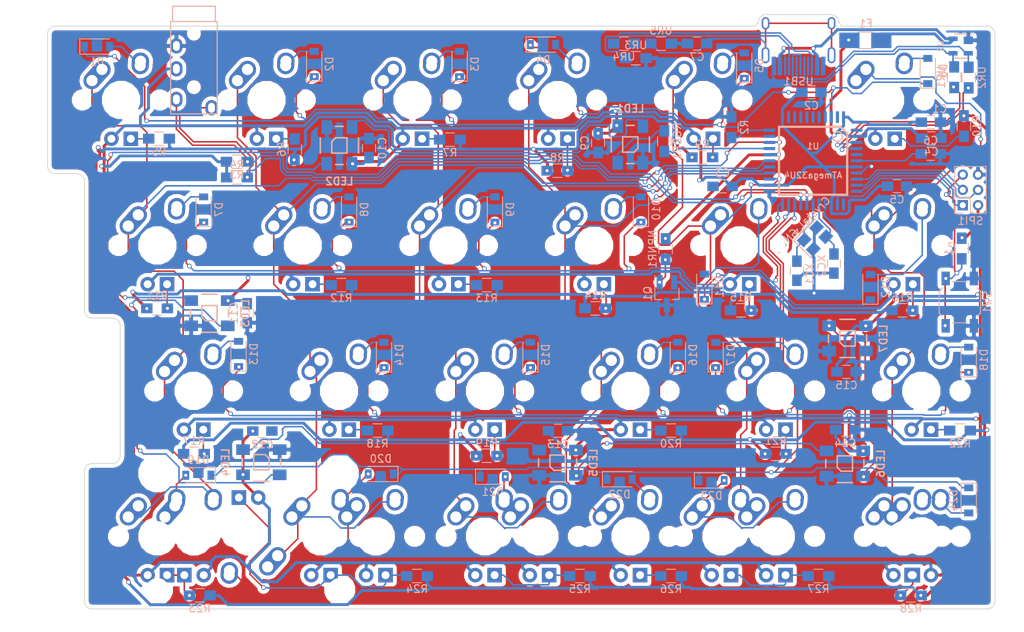
<source format=kicad_pcb>
(kicad_pcb (version 20171130) (host pcbnew "(5.0.0)")
  (layers (0 F.Cu signal) (31 B.Cu signal) (34 B.Paste user) (35 F.Paste user) (36 B.SilkS user) (37 F.SilkS user) (38 B.Mask user) (39 F.Mask user) (44 Edge.Cuts user))
  (net 0 "")
  (net 1 GND)
  (net 2 RST)
  (net 3 +5V)
  (net 4 "Net-(C6-Pad2)")
  (net 5 "Net-(C7-Pad2)")
  (net 6 ROW0)
  (net 7 "Net-(D1-Pad2)")
  (net 8 "Net-(D2-Pad2)")
  (net 9 "Net-(D3-Pad2)")
  (net 10 "Net-(D4-Pad2)")
  (net 11 "Net-(D5-Pad2)")
  (net 12 "Net-(D6-Pad2)")
  (net 13 ROW1)
  (net 14 "Net-(D7-Pad2)")
  (net 15 "Net-(D8-Pad2)")
  (net 16 "Net-(D9-Pad2)")
  (net 17 "Net-(D10-Pad2)")
  (net 18 "Net-(D11-Pad2)")
  (net 19 "Net-(D12-Pad2)")
  (net 20 ROW2)
  (net 21 "Net-(D13-Pad2)")
  (net 22 "Net-(D14-Pad2)")
  (net 23 "Net-(D15-Pad2)")
  (net 24 "Net-(D16-Pad2)")
  (net 25 "Net-(D17-Pad2)")
  (net 26 "Net-(D18-Pad2)")
  (net 27 "Net-(D19-Pad2)")
  (net 28 ROW3)
  (net 29 "Net-(D20-Pad2)")
  (net 30 "Net-(D21-Pad2)")
  (net 31 "Net-(D22-Pad2)")
  (net 32 "Net-(D23-Pad2)")
  (net 33 "Net-(D24-Pad2)")
  (net 34 VCC)
  (net 35 "Net-(LED1-Pad2)")
  (net 36 "Net-(LED1-Pad4)")
  (net 37 "Net-(LED2-Pad2)")
  (net 38 "Net-(LED3-Pad2)")
  (net 39 "Net-(LED4-Pad2)")
  (net 40 "Net-(LED5-Pad2)")
  (net 41 "Net-(LED6-Pad2)")
  (net 42 "Net-(LED7-Pad2)")
  (net 43 COL0)
  (net 44 "Net-(MX2-Pad4)")
  (net 45 COL1)
  (net 46 COL2)
  (net 47 "Net-(MX3-Pad4)")
  (net 48 COL3)
  (net 49 "Net-(MX4-Pad4)")
  (net 50 "Net-(MX5-Pad4)")
  (net 51 COL4)
  (net 52 "Net-(MX6-Pad4)")
  (net 53 COL5)
  (net 54 LEDGND)
  (net 55 "Net-(MX8-Pad4)")
  (net 56 "Net-(MX9-Pad4)")
  (net 57 "Net-(MX10-Pad4)")
  (net 58 "Net-(MX11-Pad4)")
  (net 59 "Net-(MX12-Pad4)")
  (net 60 "Net-(MX14-Pad4)")
  (net 61 "Net-(MX15-Pad4)")
  (net 62 "Net-(MX16-Pad4)")
  (net 63 "Net-(MX17-Pad4)")
  (net 64 "Net-(MX18-Pad4)")
  (net 65 "Net-(MX20-Pad4)")
  (net 66 "Net-(MX21-Pad4)")
  (net 67 "Net-(MX22-Pad4)")
  (net 68 "Net-(MX23-Pad4)")
  (net 69 "Net-(MX24-Pad4)")
  (net 70 "Net-(NPNR1-Pad2)")
  (net 71 LEDPWM)
  (net 72 "Net-(R2-Pad1)")
  (net 73 SCL-)
  (net 74 SDA+)
  (net 75 RGBIN)
  (net 76 MOSI)
  (net 77 SCK)
  (net 78 MISO)
  (net 79 "Net-(U1-Pad39)")
  (net 80 "Net-(U1-Pad40)")
  (net 81 "Net-(U1-Pad42)")
  (net 82 "Net-(U1-Pad38)")
  (net 83 "Net-(U1-Pad37)")
  (net 84 "Net-(U1-Pad36)")
  (net 85 "Net-(U1-Pad17)")
  (net 86 "Net-(U1-Pad16)")
  (net 87 "Net-(U1-Pad12)")
  (net 88 D+)
  (net 89 D-)
  (net 90 "Net-(U1-Pad32)")
  (net 91 "Net-(U1-Pad1)")
  (net 92 "Net-(U2-Pad2)")
  (net 93 "Net-(U2-Pad3)")
  (net 94 "Net-(UR3-Pad2)")
  (net 95 "Net-(UR4-Pad1)")
  (net 96 "Net-(USB1-Pad9)")
  (net 97 "Net-(USB1-Pad3)")
  (net 98 "Net-(MX1-Pad4)")
  (net 99 "Net-(MX7-Pad4)")
  (net 100 "Net-(MX13-Pad4)")
  (net 101 "Net-(MX19-Pad4)")
  (module MX_Alps_Hybrid:MX-1U-FLIPPED (layer F.Cu) (at 205.49696 134.75996)
    (fp_text reference MX24)
    (fp_text value MX-1U)
    (pad "" np_thru_hole circle (at 5.08 0 48.0996) (size 1.75 1.75) (drill 1.75) (layers *.Cu *.Mask))
    (pad "" np_thru_hole circle (at -5.08 0 48.0996) (size 1.75 1.75) (drill 1.75) (layers *.Cu *.Mask))
    (pad 4 thru_hole rect (at -1.27 5.08) (size 1.905 1.905) (drill 1.04) (layers *.Cu B.Mask) (net 69 "Net-(MX24-Pad4)"))
    (pad 3 thru_hole circle (at 1.27 5.08) (size 1.905 1.905) (drill 1.04) (layers *.Cu B.Mask) (net 3 +5V))
    (pad 1 thru_hole circle (at -2.5 -4) (size 2.25 2.25) (drill 1.47) (layers *.Cu B.Mask) (net 53 COL5))
    (pad "" np_thru_hole circle (at 0 0) (size 3.9878 3.9878) (drill 3.9878) (layers *.Cu *.Mask))
    (pad 1 thru_hole oval (at -3.81 -2.54 48.0996) (size 4.211556 2.25) (drill 1.47 (offset 0.980778 0)) (layers *.Cu B.Mask) (net 53 COL5))
    (pad 2 thru_hole circle (at 2.54 -5.08) (size 2.25 2.25) (drill 1.47) (layers *.Cu B.Mask) (net 33 "Net-(D24-Pad2)"))
    (pad 2 thru_hole oval (at 2.5 -4.5 86.0548) (size 2.831378 2.25) (drill 1.47 (offset 0.290689 0)) (layers *.Cu B.Mask) (net 33 "Net-(D24-Pad2)"))
  )
  (module Keebio-Parts:SOT-23_Handsoldering (layer B.Cu) (at 172.1739 102.9843 270)
    (fp_text reference Q1 (at 0 2.5 270) (layer B.SilkS) (effects (justify mirror)))
    (fp_text value Q_NPN_BCE)
    (pad 3 smd rect (at 1.5 0 270) (size 1.9 0.8) (layers B.Cu B.Paste B.Mask) (net 1 GND))
    (pad 2 smd rect (at -1.5 -0.95 270) (size 1.9 0.8) (layers B.Cu B.Paste B.Mask) (net 54 LEDGND))
    (pad 1 smd rect (at -1.5 0.95 270) (size 1.9 0.8) (layers B.Cu B.Paste B.Mask) (net 70 "Net-(NPNR1-Pad2)"))
  )
  (module MX_Alps_Hybrid:MX-1.5U (layer F.Cu) (at 200.74696 77.60996)
    (fp_text reference MX6)
    (fp_text value MX-1.5U)
    (pad 2 thru_hole oval (at 2.5 -4.5 86.0548) (size 2.831378 2.25) (drill 1.47 (offset 0.290689 0)) (layers *.Cu B.Mask) (net 12 "Net-(D6-Pad2)"))
    (pad 2 thru_hole circle (at 2.54 -5.08) (size 2.25 2.25) (drill 1.47) (layers *.Cu B.Mask) (net 12 "Net-(D6-Pad2)"))
    (pad 1 thru_hole oval (at -3.81 -2.54 48.0996) (size 4.211556 2.25) (drill 1.47 (offset 0.980778 0)) (layers *.Cu B.Mask) (net 53 COL5))
    (pad "" np_thru_hole circle (at 0 0) (size 3.9878 3.9878) (drill 3.9878) (layers *.Cu *.Mask))
    (pad 1 thru_hole circle (at -2.5 -4) (size 2.25 2.25) (drill 1.47) (layers *.Cu B.Mask) (net 53 COL5))
    (pad 3 thru_hole circle (at -1.27 5.08) (size 1.905 1.905) (drill 1.04) (layers *.Cu B.Mask) (net 3 +5V))
    (pad 4 thru_hole rect (at 1.27 5.08) (size 1.905 1.905) (drill 1.04) (layers *.Cu B.Mask) (net 52 "Net-(MX6-Pad4)"))
    (pad "" np_thru_hole circle (at -5.08 0 48.0996) (size 1.75 1.75) (drill 1.75) (layers *.Cu *.Mask))
    (pad "" np_thru_hole circle (at 5.08 0 48.0996) (size 1.75 1.75) (drill 1.75) (layers *.Cu *.Mask))
  )
  (module MX_Alps_Hybrid:MX-1.25U (layer F.Cu) (at 126.87196 134.75996)
    (fp_text reference MX20)
    (fp_text value MX-1.25U)
    (pad 2 thru_hole oval (at 2.5 -4.5 86.0548) (size 2.831378 2.25) (drill 1.47 (offset 0.290689 0)) (layers *.Cu B.Mask) (net 29 "Net-(D20-Pad2)"))
    (pad 2 thru_hole circle (at 2.54 -5.08) (size 2.25 2.25) (drill 1.47) (layers *.Cu B.Mask) (net 29 "Net-(D20-Pad2)"))
    (pad 1 thru_hole oval (at -3.81 -2.54 48.0996) (size 4.211556 2.25) (drill 1.47 (offset 0.980778 0)) (layers *.Cu B.Mask) (net 45 COL1))
    (pad "" np_thru_hole circle (at 0 0) (size 3.9878 3.9878) (drill 3.9878) (layers *.Cu *.Mask))
    (pad 1 thru_hole circle (at -2.5 -4) (size 2.25 2.25) (drill 1.47) (layers *.Cu B.Mask) (net 45 COL1))
    (pad 3 thru_hole circle (at -1.27 5.08) (size 1.905 1.905) (drill 1.04) (layers *.Cu B.Mask) (net 3 +5V))
    (pad 4 thru_hole rect (at 1.27 5.08) (size 1.905 1.905) (drill 1.04) (layers *.Cu B.Mask) (net 65 "Net-(MX20-Pad4)"))
    (pad "" np_thru_hole circle (at -5.08 0 48.0996) (size 1.75 1.75) (drill 1.75) (layers *.Cu *.Mask))
    (pad "" np_thru_hole circle (at 5.08 0 48.0996) (size 1.75 1.75) (drill 1.75) (layers *.Cu *.Mask))
  )
  (module MX_Alps_Hybrid:MX-1.25U (layer F.Cu) (at 203.12196 96.65996)
    (fp_text reference MX12)
    (fp_text value MX-1.25U)
    (pad 2 thru_hole oval (at 2.5 -4.5 86.0548) (size 2.831378 2.25) (drill 1.47 (offset 0.290689 0)) (layers *.Cu B.Mask) (net 19 "Net-(D12-Pad2)"))
    (pad 2 thru_hole circle (at 2.54 -5.08) (size 2.25 2.25) (drill 1.47) (layers *.Cu B.Mask) (net 19 "Net-(D12-Pad2)"))
    (pad 1 thru_hole oval (at -3.81 -2.54 48.0996) (size 4.211556 2.25) (drill 1.47 (offset 0.980778 0)) (layers *.Cu B.Mask) (net 53 COL5))
    (pad "" np_thru_hole circle (at 0 0) (size 3.9878 3.9878) (drill 3.9878) (layers *.Cu *.Mask))
    (pad 1 thru_hole circle (at -2.5 -4) (size 2.25 2.25) (drill 1.47) (layers *.Cu B.Mask) (net 53 COL5))
    (pad 3 thru_hole circle (at -1.27 5.08) (size 1.905 1.905) (drill 1.04) (layers *.Cu B.Mask) (net 3 +5V))
    (pad 4 thru_hole rect (at 1.27 5.08) (size 1.905 1.905) (drill 1.04) (layers *.Cu B.Mask) (net 59 "Net-(MX12-Pad4)"))
    (pad "" np_thru_hole circle (at -5.08 0 48.0996) (size 1.75 1.75) (drill 1.75) (layers *.Cu *.Mask))
    (pad "" np_thru_hole circle (at 5.08 0 48.0996) (size 1.75 1.75) (drill 1.75) (layers *.Cu *.Mask))
  )
  (module MX_Alps_Hybrid:MX-1U (layer F.Cu) (at 105.44496 134.75996)
    (fp_text reference MX19)
    (fp_text value MX-1U)
    (pad "" np_thru_hole circle (at 5.08 0 48.0996) (size 1.75 1.75) (drill 1.75) (layers *.Cu *.Mask))
    (pad "" np_thru_hole circle (at -5.08 0 48.0996) (size 1.75 1.75) (drill 1.75) (layers *.Cu *.Mask))
    (pad 4 thru_hole rect (at 1.27 5.08) (size 1.905 1.905) (drill 1.04) (layers *.Cu B.Mask) (net 101 "Net-(MX19-Pad4)"))
    (pad 3 thru_hole circle (at -1.27 5.08) (size 1.905 1.905) (drill 1.04) (layers *.Cu B.Mask) (net 3 +5V))
    (pad 1 thru_hole circle (at -2.5 -4) (size 2.25 2.25) (drill 1.47) (layers *.Cu B.Mask) (net 43 COL0))
    (pad "" np_thru_hole circle (at 0 0) (size 3.9878 3.9878) (drill 3.9878) (layers *.Cu *.Mask))
    (pad 1 thru_hole oval (at -3.81 -2.54 48.0996) (size 4.211556 2.25) (drill 1.47 (offset 0.980778 0)) (layers *.Cu B.Mask) (net 43 COL0))
    (pad 2 thru_hole circle (at 2.54 -5.08) (size 2.25 2.25) (drill 1.47) (layers *.Cu B.Mask) (net 27 "Net-(D19-Pad2)"))
    (pad 2 thru_hole oval (at 2.5 -4.5 86.0548) (size 2.831378 2.25) (drill 1.47 (offset 0.290689 0)) (layers *.Cu B.Mask) (net 27 "Net-(D19-Pad2)"))
  )
  (module MX_Alps_Hybrid:MX-1U (layer F.Cu) (at 148.34696 134.75996)
    (fp_text reference MX21)
    (fp_text value MX-1U)
    (pad 2 thru_hole oval (at 2.5 -4.5 86.0548) (size 2.831378 2.25) (drill 1.47 (offset 0.290689 0)) (layers *.Cu B.Mask) (net 30 "Net-(D21-Pad2)"))
    (pad 2 thru_hole circle (at 2.54 -5.08) (size 2.25 2.25) (drill 1.47) (layers *.Cu B.Mask) (net 30 "Net-(D21-Pad2)"))
    (pad 1 thru_hole oval (at -3.81 -2.54 48.0996) (size 4.211556 2.25) (drill 1.47 (offset 0.980778 0)) (layers *.Cu B.Mask) (net 46 COL2))
    (pad "" np_thru_hole circle (at 0 0) (size 3.9878 3.9878) (drill 3.9878) (layers *.Cu *.Mask))
    (pad 1 thru_hole circle (at -2.5 -4) (size 2.25 2.25) (drill 1.47) (layers *.Cu B.Mask) (net 46 COL2))
    (pad 3 thru_hole circle (at -1.27 5.08) (size 1.905 1.905) (drill 1.04) (layers *.Cu B.Mask) (net 3 +5V))
    (pad 4 thru_hole rect (at 1.27 5.08) (size 1.905 1.905) (drill 1.04) (layers *.Cu B.Mask) (net 66 "Net-(MX21-Pad4)"))
    (pad "" np_thru_hole circle (at -5.08 0 48.0996) (size 1.75 1.75) (drill 1.75) (layers *.Cu *.Mask))
    (pad "" np_thru_hole circle (at 5.08 0 48.0996) (size 1.75 1.75) (drill 1.75) (layers *.Cu *.Mask))
  )
  (module MX_Alps_Hybrid:MX-1U (layer F.Cu) (at 167.39696 134.75996)
    (fp_text reference MX22)
    (fp_text value MX-1U)
    (pad 2 thru_hole oval (at 2.5 -4.5 86.0548) (size 2.831378 2.25) (drill 1.47 (offset 0.290689 0)) (layers *.Cu B.Mask) (net 31 "Net-(D22-Pad2)"))
    (pad 2 thru_hole circle (at 2.54 -5.08) (size 2.25 2.25) (drill 1.47) (layers *.Cu B.Mask) (net 31 "Net-(D22-Pad2)"))
    (pad 1 thru_hole oval (at -3.81 -2.54 48.0996) (size 4.211556 2.25) (drill 1.47 (offset 0.980778 0)) (layers *.Cu B.Mask) (net 48 COL3))
    (pad "" np_thru_hole circle (at 0 0) (size 3.9878 3.9878) (drill 3.9878) (layers *.Cu *.Mask))
    (pad 1 thru_hole circle (at -2.5 -4) (size 2.25 2.25) (drill 1.47) (layers *.Cu B.Mask) (net 48 COL3))
    (pad 3 thru_hole circle (at -1.27 5.08) (size 1.905 1.905) (drill 1.04) (layers *.Cu B.Mask) (net 3 +5V))
    (pad 4 thru_hole rect (at 1.27 5.08) (size 1.905 1.905) (drill 1.04) (layers *.Cu B.Mask) (net 67 "Net-(MX22-Pad4)"))
    (pad "" np_thru_hole circle (at -5.08 0 48.0996) (size 1.75 1.75) (drill 1.75) (layers *.Cu *.Mask))
    (pad "" np_thru_hole circle (at 5.08 0 48.0996) (size 1.75 1.75) (drill 1.75) (layers *.Cu *.Mask))
  )
  (module MX_Alps_Hybrid:MX-1U (layer F.Cu) (at 186.44696 134.75996)
    (fp_text reference MX23)
    (fp_text value MX-1U)
    (pad 2 thru_hole oval (at 2.5 -4.5 86.0548) (size 2.831378 2.25) (drill 1.47 (offset 0.290689 0)) (layers *.Cu B.Mask) (net 32 "Net-(D23-Pad2)"))
    (pad 2 thru_hole circle (at 2.54 -5.08) (size 2.25 2.25) (drill 1.47) (layers *.Cu B.Mask) (net 32 "Net-(D23-Pad2)"))
    (pad 1 thru_hole oval (at -3.81 -2.54 48.0996) (size 4.211556 2.25) (drill 1.47 (offset 0.980778 0)) (layers *.Cu B.Mask) (net 51 COL4))
    (pad "" np_thru_hole circle (at 0 0) (size 3.9878 3.9878) (drill 3.9878) (layers *.Cu *.Mask))
    (pad 1 thru_hole circle (at -2.5 -4) (size 2.25 2.25) (drill 1.47) (layers *.Cu B.Mask) (net 51 COL4))
    (pad 3 thru_hole circle (at -1.27 5.08) (size 1.905 1.905) (drill 1.04) (layers *.Cu B.Mask) (net 3 +5V))
    (pad 4 thru_hole rect (at 1.27 5.08) (size 1.905 1.905) (drill 1.04) (layers *.Cu B.Mask) (net 68 "Net-(MX23-Pad4)"))
    (pad "" np_thru_hole circle (at -5.08 0 48.0996) (size 1.75 1.75) (drill 1.75) (layers *.Cu *.Mask))
    (pad "" np_thru_hole circle (at 5.08 0 48.0996) (size 1.75 1.75) (drill 1.75) (layers *.Cu *.Mask))
  )
  (module MX_Alps_Hybrid:MX-1U (layer F.Cu) (at 100.69496 77.60996)
    (fp_text reference MX1)
    (fp_text value MX-1U)
    (pad "" np_thru_hole circle (at 5.08 0 48.0996) (size 1.75 1.75) (drill 1.75) (layers *.Cu *.Mask))
    (pad "" np_thru_hole circle (at -5.08 0 48.0996) (size 1.75 1.75) (drill 1.75) (layers *.Cu *.Mask))
    (pad 4 thru_hole rect (at 1.27 5.08) (size 1.905 1.905) (drill 1.04) (layers *.Cu B.Mask) (net 98 "Net-(MX1-Pad4)"))
    (pad 3 thru_hole circle (at -1.27 5.08) (size 1.905 1.905) (drill 1.04) (layers *.Cu B.Mask) (net 3 +5V))
    (pad 1 thru_hole circle (at -2.5 -4) (size 2.25 2.25) (drill 1.47) (layers *.Cu B.Mask) (net 43 COL0))
    (pad "" np_thru_hole circle (at 0 0) (size 3.9878 3.9878) (drill 3.9878) (layers *.Cu *.Mask))
    (pad 1 thru_hole oval (at -3.81 -2.54 48.0996) (size 4.211556 2.25) (drill 1.47 (offset 0.980778 0)) (layers *.Cu B.Mask) (net 43 COL0))
    (pad 2 thru_hole circle (at 2.54 -5.08) (size 2.25 2.25) (drill 1.47) (layers *.Cu B.Mask) (net 7 "Net-(D1-Pad2)"))
    (pad 2 thru_hole oval (at 2.5 -4.5 86.0548) (size 2.831378 2.25) (drill 1.47 (offset 0.290689 0)) (layers *.Cu B.Mask) (net 7 "Net-(D1-Pad2)"))
  )
  (module MX_Alps_Hybrid:MX-1U (layer F.Cu) (at 119.74696 77.60996)
    (fp_text reference MX2)
    (fp_text value MX-1U)
    (pad 2 thru_hole oval (at 2.5 -4.5 86.0548) (size 2.831378 2.25) (drill 1.47 (offset 0.290689 0)) (layers *.Cu B.Mask) (net 8 "Net-(D2-Pad2)"))
    (pad 2 thru_hole circle (at 2.54 -5.08) (size 2.25 2.25) (drill 1.47) (layers *.Cu B.Mask) (net 8 "Net-(D2-Pad2)"))
    (pad 1 thru_hole oval (at -3.81 -2.54 48.0996) (size 4.211556 2.25) (drill 1.47 (offset 0.980778 0)) (layers *.Cu B.Mask) (net 45 COL1))
    (pad "" np_thru_hole circle (at 0 0) (size 3.9878 3.9878) (drill 3.9878) (layers *.Cu *.Mask))
    (pad 1 thru_hole circle (at -2.5 -4) (size 2.25 2.25) (drill 1.47) (layers *.Cu B.Mask) (net 45 COL1))
    (pad 3 thru_hole circle (at -1.27 5.08) (size 1.905 1.905) (drill 1.04) (layers *.Cu B.Mask) (net 3 +5V))
    (pad 4 thru_hole rect (at 1.27 5.08) (size 1.905 1.905) (drill 1.04) (layers *.Cu B.Mask) (net 44 "Net-(MX2-Pad4)"))
    (pad "" np_thru_hole circle (at -5.08 0 48.0996) (size 1.75 1.75) (drill 1.75) (layers *.Cu *.Mask))
    (pad "" np_thru_hole circle (at 5.08 0 48.0996) (size 1.75 1.75) (drill 1.75) (layers *.Cu *.Mask))
  )
  (module MX_Alps_Hybrid:MX-1U (layer F.Cu) (at 138.84696 77.60996)
    (fp_text reference MX3)
    (fp_text value MX-1U)
    (pad 2 thru_hole oval (at 2.5 -4.5 86.0548) (size 2.831378 2.25) (drill 1.47 (offset 0.290689 0)) (layers *.Cu B.Mask) (net 9 "Net-(D3-Pad2)"))
    (pad 2 thru_hole circle (at 2.54 -5.08) (size 2.25 2.25) (drill 1.47) (layers *.Cu B.Mask) (net 9 "Net-(D3-Pad2)"))
    (pad 1 thru_hole oval (at -3.81 -2.54 48.0996) (size 4.211556 2.25) (drill 1.47 (offset 0.980778 0)) (layers *.Cu B.Mask) (net 46 COL2))
    (pad "" np_thru_hole circle (at 0 0) (size 3.9878 3.9878) (drill 3.9878) (layers *.Cu *.Mask))
    (pad 1 thru_hole circle (at -2.5 -4) (size 2.25 2.25) (drill 1.47) (layers *.Cu B.Mask) (net 46 COL2))
    (pad 3 thru_hole circle (at -1.27 5.08) (size 1.905 1.905) (drill 1.04) (layers *.Cu B.Mask) (net 3 +5V))
    (pad 4 thru_hole rect (at 1.27 5.08) (size 1.905 1.905) (drill 1.04) (layers *.Cu B.Mask) (net 47 "Net-(MX3-Pad4)"))
    (pad "" np_thru_hole circle (at -5.08 0 48.0996) (size 1.75 1.75) (drill 1.75) (layers *.Cu *.Mask))
    (pad "" np_thru_hole circle (at 5.08 0 48.0996) (size 1.75 1.75) (drill 1.75) (layers *.Cu *.Mask))
  )
  (module MX_Alps_Hybrid:MX-1U (layer F.Cu) (at 157.89696 77.60996)
    (fp_text reference MX4)
    (fp_text value MX-1U)
    (pad 2 thru_hole oval (at 2.5 -4.5 86.0548) (size 2.831378 2.25) (drill 1.47 (offset 0.290689 0)) (layers *.Cu B.Mask) (net 10 "Net-(D4-Pad2)"))
    (pad 2 thru_hole circle (at 2.54 -5.08) (size 2.25 2.25) (drill 1.47) (layers *.Cu B.Mask) (net 10 "Net-(D4-Pad2)"))
    (pad 1 thru_hole oval (at -3.81 -2.54 48.0996) (size 4.211556 2.25) (drill 1.47 (offset 0.980778 0)) (layers *.Cu B.Mask) (net 48 COL3))
    (pad "" np_thru_hole circle (at 0 0) (size 3.9878 3.9878) (drill 3.9878) (layers *.Cu *.Mask))
    (pad 1 thru_hole circle (at -2.5 -4) (size 2.25 2.25) (drill 1.47) (layers *.Cu B.Mask) (net 48 COL3))
    (pad 3 thru_hole circle (at -1.27 5.08) (size 1.905 1.905) (drill 1.04) (layers *.Cu B.Mask) (net 3 +5V))
    (pad 4 thru_hole rect (at 1.27 5.08) (size 1.905 1.905) (drill 1.04) (layers *.Cu B.Mask) (net 49 "Net-(MX4-Pad4)"))
    (pad "" np_thru_hole circle (at -5.08 0 48.0996) (size 1.75 1.75) (drill 1.75) (layers *.Cu *.Mask))
    (pad "" np_thru_hole circle (at 5.08 0 48.0996) (size 1.75 1.75) (drill 1.75) (layers *.Cu *.Mask))
  )
  (module MX_Alps_Hybrid:MX-1U (layer F.Cu) (at 176.94696 77.60996)
    (fp_text reference MX5)
    (fp_text value MX-1U)
    (pad 2 thru_hole oval (at 2.5 -4.5 86.0548) (size 2.831378 2.25) (drill 1.47 (offset 0.290689 0)) (layers *.Cu B.Mask) (net 11 "Net-(D5-Pad2)"))
    (pad 2 thru_hole circle (at 2.54 -5.08) (size 2.25 2.25) (drill 1.47) (layers *.Cu B.Mask) (net 11 "Net-(D5-Pad2)"))
    (pad 1 thru_hole oval (at -3.81 -2.54 48.0996) (size 4.211556 2.25) (drill 1.47 (offset 0.980778 0)) (layers *.Cu B.Mask) (net 51 COL4))
    (pad "" np_thru_hole circle (at 0 0) (size 3.9878 3.9878) (drill 3.9878) (layers *.Cu *.Mask))
    (pad 1 thru_hole circle (at -2.5 -4) (size 2.25 2.25) (drill 1.47) (layers *.Cu B.Mask) (net 51 COL4))
    (pad 3 thru_hole circle (at -1.27 5.08) (size 1.905 1.905) (drill 1.04) (layers *.Cu B.Mask) (net 3 +5V))
    (pad 4 thru_hole rect (at 1.27 5.08) (size 1.905 1.905) (drill 1.04) (layers *.Cu B.Mask) (net 50 "Net-(MX5-Pad4)"))
    (pad "" np_thru_hole circle (at -5.08 0 48.0996) (size 1.75 1.75) (drill 1.75) (layers *.Cu *.Mask))
    (pad "" np_thru_hole circle (at 5.08 0 48.0996) (size 1.75 1.75) (drill 1.75) (layers *.Cu *.Mask))
  )
  (module MX_Alps_Hybrid:MX-1U (layer F.Cu) (at 105.44496 96.65996)
    (fp_text reference MX7)
    (fp_text value MX-1U)
    (pad "" np_thru_hole circle (at 5.08 0 48.0996) (size 1.75 1.75) (drill 1.75) (layers *.Cu *.Mask))
    (pad "" np_thru_hole circle (at -5.08 0 48.0996) (size 1.75 1.75) (drill 1.75) (layers *.Cu *.Mask))
    (pad 4 thru_hole rect (at 1.27 5.08) (size 1.905 1.905) (drill 1.04) (layers *.Cu B.Mask) (net 99 "Net-(MX7-Pad4)"))
    (pad 3 thru_hole circle (at -1.27 5.08) (size 1.905 1.905) (drill 1.04) (layers *.Cu B.Mask) (net 3 +5V))
    (pad 1 thru_hole circle (at -2.5 -4) (size 2.25 2.25) (drill 1.47) (layers *.Cu B.Mask) (net 43 COL0))
    (pad "" np_thru_hole circle (at 0 0) (size 3.9878 3.9878) (drill 3.9878) (layers *.Cu *.Mask))
    (pad 1 thru_hole oval (at -3.81 -2.54 48.0996) (size 4.211556 2.25) (drill 1.47 (offset 0.980778 0)) (layers *.Cu B.Mask) (net 43 COL0))
    (pad 2 thru_hole circle (at 2.54 -5.08) (size 2.25 2.25) (drill 1.47) (layers *.Cu B.Mask) (net 14 "Net-(D7-Pad2)"))
    (pad 2 thru_hole oval (at 2.5 -4.5 86.0548) (size 2.831378 2.25) (drill 1.47 (offset 0.290689 0)) (layers *.Cu B.Mask) (net 14 "Net-(D7-Pad2)"))
  )
  (module MX_Alps_Hybrid:MX-1U (layer F.Cu) (at 124.49696 96.65996)
    (fp_text reference MX8)
    (fp_text value MX-1U)
    (pad 2 thru_hole oval (at 2.5 -4.5 86.0548) (size 2.831378 2.25) (drill 1.47 (offset 0.290689 0)) (layers *.Cu B.Mask) (net 15 "Net-(D8-Pad2)"))
    (pad 2 thru_hole circle (at 2.54 -5.08) (size 2.25 2.25) (drill 1.47) (layers *.Cu B.Mask) (net 15 "Net-(D8-Pad2)"))
    (pad 1 thru_hole oval (at -3.81 -2.54 48.0996) (size 4.211556 2.25) (drill 1.47 (offset 0.980778 0)) (layers *.Cu B.Mask) (net 45 COL1))
    (pad "" np_thru_hole circle (at 0 0) (size 3.9878 3.9878) (drill 3.9878) (layers *.Cu *.Mask))
    (pad 1 thru_hole circle (at -2.5 -4) (size 2.25 2.25) (drill 1.47) (layers *.Cu B.Mask) (net 45 COL1))
    (pad 3 thru_hole circle (at -1.27 5.08) (size 1.905 1.905) (drill 1.04) (layers *.Cu B.Mask) (net 3 +5V))
    (pad 4 thru_hole rect (at 1.27 5.08) (size 1.905 1.905) (drill 1.04) (layers *.Cu B.Mask) (net 55 "Net-(MX8-Pad4)"))
    (pad "" np_thru_hole circle (at -5.08 0 48.0996) (size 1.75 1.75) (drill 1.75) (layers *.Cu *.Mask))
    (pad "" np_thru_hole circle (at 5.08 0 48.0996) (size 1.75 1.75) (drill 1.75) (layers *.Cu *.Mask))
  )
  (module MX_Alps_Hybrid:MX-1U (layer F.Cu) (at 143.59696 96.65996)
    (fp_text reference MX9)
    (fp_text value MX-1U)
    (pad 2 thru_hole oval (at 2.5 -4.5 86.0548) (size 2.831378 2.25) (drill 1.47 (offset 0.290689 0)) (layers *.Cu B.Mask) (net 16 "Net-(D9-Pad2)"))
    (pad 2 thru_hole circle (at 2.54 -5.08) (size 2.25 2.25) (drill 1.47) (layers *.Cu B.Mask) (net 16 "Net-(D9-Pad2)"))
    (pad 1 thru_hole oval (at -3.81 -2.54 48.0996) (size 4.211556 2.25) (drill 1.47 (offset 0.980778 0)) (layers *.Cu B.Mask) (net 46 COL2))
    (pad "" np_thru_hole circle (at 0 0) (size 3.9878 3.9878) (drill 3.9878) (layers *.Cu *.Mask))
    (pad 1 thru_hole circle (at -2.5 -4) (size 2.25 2.25) (drill 1.47) (layers *.Cu B.Mask) (net 46 COL2))
    (pad 3 thru_hole circle (at -1.27 5.08) (size 1.905 1.905) (drill 1.04) (layers *.Cu B.Mask) (net 3 +5V))
    (pad 4 thru_hole rect (at 1.27 5.08) (size 1.905 1.905) (drill 1.04) (layers *.Cu B.Mask) (net 56 "Net-(MX9-Pad4)"))
    (pad "" np_thru_hole circle (at -5.08 0 48.0996) (size 1.75 1.75) (drill 1.75) (layers *.Cu *.Mask))
    (pad "" np_thru_hole circle (at 5.08 0 48.0996) (size 1.75 1.75) (drill 1.75) (layers *.Cu *.Mask))
  )
  (module MX_Alps_Hybrid:MX-1U (layer F.Cu) (at 162.64696 96.65996)
    (fp_text reference MX10)
    (fp_text value MX-1U)
    (pad 2 thru_hole oval (at 2.5 -4.5 86.0548) (size 2.831378 2.25) (drill 1.47 (offset 0.290689 0)) (layers *.Cu B.Mask) (net 17 "Net-(D10-Pad2)"))
    (pad 2 thru_hole circle (at 2.54 -5.08) (size 2.25 2.25) (drill 1.47) (layers *.Cu B.Mask) (net 17 "Net-(D10-Pad2)"))
    (pad 1 thru_hole oval (at -3.81 -2.54 48.0996) (size 4.211556 2.25) (drill 1.47 (offset 0.980778 0)) (layers *.Cu B.Mask) (net 48 COL3))
    (pad "" np_thru_hole circle (at 0 0) (size 3.9878 3.9878) (drill 3.9878) (layers *.Cu *.Mask))
    (pad 1 thru_hole circle (at -2.5 -4) (size 2.25 2.25) (drill 1.47) (layers *.Cu B.Mask) (net 48 COL3))
    (pad 3 thru_hole circle (at -1.27 5.08) (size 1.905 1.905) (drill 1.04) (layers *.Cu B.Mask) (net 3 +5V))
    (pad 4 thru_hole rect (at 1.27 5.08) (size 1.905 1.905) (drill 1.04) (layers *.Cu B.Mask) (net 57 "Net-(MX10-Pad4)"))
    (pad "" np_thru_hole circle (at -5.08 0 48.0996) (size 1.75 1.75) (drill 1.75) (layers *.Cu *.Mask))
    (pad "" np_thru_hole circle (at 5.08 0 48.0996) (size 1.75 1.75) (drill 1.75) (layers *.Cu *.Mask))
  )
  (module MX_Alps_Hybrid:MX-1U (layer F.Cu) (at 181.69696 96.65996)
    (fp_text reference MX11)
    (fp_text value MX-1U)
    (pad 2 thru_hole oval (at 2.5 -4.5 86.0548) (size 2.831378 2.25) (drill 1.47 (offset 0.290689 0)) (layers *.Cu B.Mask) (net 18 "Net-(D11-Pad2)"))
    (pad 2 thru_hole circle (at 2.54 -5.08) (size 2.25 2.25) (drill 1.47) (layers *.Cu B.Mask) (net 18 "Net-(D11-Pad2)"))
    (pad 1 thru_hole oval (at -3.81 -2.54 48.0996) (size 4.211556 2.25) (drill 1.47 (offset 0.980778 0)) (layers *.Cu B.Mask) (net 51 COL4))
    (pad "" np_thru_hole circle (at 0 0) (size 3.9878 3.9878) (drill 3.9878) (layers *.Cu *.Mask))
    (pad 1 thru_hole circle (at -2.5 -4) (size 2.25 2.25) (drill 1.47) (layers *.Cu B.Mask) (net 51 COL4))
    (pad 3 thru_hole circle (at -1.27 5.08) (size 1.905 1.905) (drill 1.04) (layers *.Cu B.Mask) (net 3 +5V))
    (pad 4 thru_hole rect (at 1.27 5.08) (size 1.905 1.905) (drill 1.04) (layers *.Cu B.Mask) (net 58 "Net-(MX11-Pad4)"))
    (pad "" np_thru_hole circle (at -5.08 0 48.0996) (size 1.75 1.75) (drill 1.75) (layers *.Cu *.Mask))
    (pad "" np_thru_hole circle (at 5.08 0 48.0996) (size 1.75 1.75) (drill 1.75) (layers *.Cu *.Mask))
  )
  (module MX_Alps_Hybrid:MX-1U (layer F.Cu) (at 110.19496 115.71096)
    (fp_text reference MX13)
    (fp_text value MX-1U)
    (pad "" np_thru_hole circle (at 5.08 0 48.0996) (size 1.75 1.75) (drill 1.75) (layers *.Cu *.Mask))
    (pad "" np_thru_hole circle (at -5.08 0 48.0996) (size 1.75 1.75) (drill 1.75) (layers *.Cu *.Mask))
    (pad 4 thru_hole rect (at 1.27 5.08) (size 1.905 1.905) (drill 1.04) (layers *.Cu B.Mask) (net 100 "Net-(MX13-Pad4)"))
    (pad 3 thru_hole circle (at -1.27 5.08) (size 1.905 1.905) (drill 1.04) (layers *.Cu B.Mask) (net 3 +5V))
    (pad 1 thru_hole circle (at -2.5 -4) (size 2.25 2.25) (drill 1.47) (layers *.Cu B.Mask) (net 43 COL0))
    (pad "" np_thru_hole circle (at 0 0) (size 3.9878 3.9878) (drill 3.9878) (layers *.Cu *.Mask))
    (pad 1 thru_hole oval (at -3.81 -2.54 48.0996) (size 4.211556 2.25) (drill 1.47 (offset 0.980778 0)) (layers *.Cu B.Mask) (net 43 COL0))
    (pad 2 thru_hole circle (at 2.54 -5.08) (size 2.25 2.25) (drill 1.47) (layers *.Cu B.Mask) (net 21 "Net-(D13-Pad2)"))
    (pad 2 thru_hole oval (at 2.5 -4.5 86.0548) (size 2.831378 2.25) (drill 1.47 (offset 0.290689 0)) (layers *.Cu B.Mask) (net 21 "Net-(D13-Pad2)"))
  )
  (module MX_Alps_Hybrid:MX-1U (layer F.Cu) (at 129.24696 115.71096)
    (fp_text reference MX14)
    (fp_text value MX-1U)
    (pad 2 thru_hole oval (at 2.5 -4.5 86.0548) (size 2.831378 2.25) (drill 1.47 (offset 0.290689 0)) (layers *.Cu B.Mask) (net 22 "Net-(D14-Pad2)"))
    (pad 2 thru_hole circle (at 2.54 -5.08) (size 2.25 2.25) (drill 1.47) (layers *.Cu B.Mask) (net 22 "Net-(D14-Pad2)"))
    (pad 1 thru_hole oval (at -3.81 -2.54 48.0996) (size 4.211556 2.25) (drill 1.47 (offset 0.980778 0)) (layers *.Cu B.Mask) (net 45 COL1))
    (pad "" np_thru_hole circle (at 0 0) (size 3.9878 3.9878) (drill 3.9878) (layers *.Cu *.Mask))
    (pad 1 thru_hole circle (at -2.5 -4) (size 2.25 2.25) (drill 1.47) (layers *.Cu B.Mask) (net 45 COL1))
    (pad 3 thru_hole circle (at -1.27 5.08) (size 1.905 1.905) (drill 1.04) (layers *.Cu B.Mask) (net 3 +5V))
    (pad 4 thru_hole rect (at 1.27 5.08) (size 1.905 1.905) (drill 1.04) (layers *.Cu B.Mask) (net 60 "Net-(MX14-Pad4)"))
    (pad "" np_thru_hole circle (at -5.08 0 48.0996) (size 1.75 1.75) (drill 1.75) (layers *.Cu *.Mask))
    (pad "" np_thru_hole circle (at 5.08 0 48.0996) (size 1.75 1.75) (drill 1.75) (layers *.Cu *.Mask))
  )
  (module MX_Alps_Hybrid:MX-1U (layer F.Cu) (at 148.34696 115.71096)
    (fp_text reference MX15)
    (fp_text value MX-1U)
    (pad 2 thru_hole oval (at 2.5 -4.5 86.0548) (size 2.831378 2.25) (drill 1.47 (offset 0.290689 0)) (layers *.Cu B.Mask) (net 23 "Net-(D15-Pad2)"))
    (pad 2 thru_hole circle (at 2.54 -5.08) (size 2.25 2.25) (drill 1.47) (layers *.Cu B.Mask) (net 23 "Net-(D15-Pad2)"))
    (pad 1 thru_hole oval (at -3.81 -2.54 48.0996) (size 4.211556 2.25) (drill 1.47 (offset 0.980778 0)) (layers *.Cu B.Mask) (net 46 COL2))
    (pad "" np_thru_hole circle (at 0 0) (size 3.9878 3.9878) (drill 3.9878) (layers *.Cu *.Mask))
    (pad 1 thru_hole circle (at -2.5 -4) (size 2.25 2.25) (drill 1.47) (layers *.Cu B.Mask) (net 46 COL2))
    (pad 3 thru_hole circle (at -1.27 5.08) (size 1.905 1.905) (drill 1.04) (layers *.Cu B.Mask) (net 3 +5V))
    (pad 4 thru_hole rect (at 1.27 5.08) (size 1.905 1.905) (drill 1.04) (layers *.Cu B.Mask) (net 61 "Net-(MX15-Pad4)"))
    (pad "" np_thru_hole circle (at -5.08 0 48.0996) (size 1.75 1.75) (drill 1.75) (layers *.Cu *.Mask))
    (pad "" np_thru_hole circle (at 5.08 0 48.0996) (size 1.75 1.75) (drill 1.75) (layers *.Cu *.Mask))
  )
  (module MX_Alps_Hybrid:MX-1U (layer F.Cu) (at 167.39696 115.71096)
    (fp_text reference MX16)
    (fp_text value MX-1U)
    (pad 2 thru_hole oval (at 2.5 -4.5 86.0548) (size 2.831378 2.25) (drill 1.47 (offset 0.290689 0)) (layers *.Cu B.Mask) (net 24 "Net-(D16-Pad2)"))
    (pad 2 thru_hole circle (at 2.54 -5.08) (size 2.25 2.25) (drill 1.47) (layers *.Cu B.Mask) (net 24 "Net-(D16-Pad2)"))
    (pad 1 thru_hole oval (at -3.81 -2.54 48.0996) (size 4.211556 2.25) (drill 1.47 (offset 0.980778 0)) (layers *.Cu B.Mask) (net 48 COL3))
    (pad "" np_thru_hole circle (at 0 0) (size 3.9878 3.9878) (drill 3.9878) (layers *.Cu *.Mask))
    (pad 1 thru_hole circle (at -2.5 -4) (size 2.25 2.25) (drill 1.47) (layers *.Cu B.Mask) (net 48 COL3))
    (pad 3 thru_hole circle (at -1.27 5.08) (size 1.905 1.905) (drill 1.04) (layers *.Cu B.Mask) (net 3 +5V))
    (pad 4 thru_hole rect (at 1.27 5.08) (size 1.905 1.905) (drill 1.04) (layers *.Cu B.Mask) (net 62 "Net-(MX16-Pad4)"))
    (pad "" np_thru_hole circle (at -5.08 0 48.0996) (size 1.75 1.75) (drill 1.75) (layers *.Cu *.Mask))
    (pad "" np_thru_hole circle (at 5.08 0 48.0996) (size 1.75 1.75) (drill 1.75) (layers *.Cu *.Mask))
  )
  (module MX_Alps_Hybrid:MX-1U (layer F.Cu) (at 186.44696 115.71096)
    (fp_text reference MX17)
    (fp_text value MX-1U)
    (pad 2 thru_hole oval (at 2.5 -4.5 86.0548) (size 2.831378 2.25) (drill 1.47 (offset 0.290689 0)) (layers *.Cu B.Mask) (net 25 "Net-(D17-Pad2)"))
    (pad 2 thru_hole circle (at 2.54 -5.08) (size 2.25 2.25) (drill 1.47) (layers *.Cu B.Mask) (net 25 "Net-(D17-Pad2)"))
    (pad 1 thru_hole oval (at -3.81 -2.54 48.0996) (size 4.211556 2.25) (drill 1.47 (offset 0.980778 0)) (layers *.Cu B.Mask) (net 51 COL4))
    (pad "" np_thru_hole circle (at 0 0) (size 3.9878 3.9878) (drill 3.9878) (layers *.Cu *.Mask))
    (pad 1 thru_hole circle (at -2.5 -4) (size 2.25 2.25) (drill 1.47) (layers *.Cu B.Mask) (net 51 COL4))
    (pad 3 thru_hole circle (at -1.27 5.08) (size 1.905 1.905) (drill 1.04) (layers *.Cu B.Mask) (net 3 +5V))
    (pad 4 thru_hole rect (at 1.27 5.08) (size 1.905 1.905) (drill 1.04) (layers *.Cu B.Mask) (net 63 "Net-(MX17-Pad4)"))
    (pad "" np_thru_hole circle (at -5.08 0 48.0996) (size 1.75 1.75) (drill 1.75) (layers *.Cu *.Mask))
    (pad "" np_thru_hole circle (at 5.08 0 48.0996) (size 1.75 1.75) (drill 1.75) (layers *.Cu *.Mask))
  )
  (module MX_Alps_Hybrid:MX-1U (layer F.Cu) (at 205.49696 115.71096)
    (fp_text reference MX18)
    (fp_text value MX-1U)
    (pad 2 thru_hole oval (at 2.5 -4.5 86.0548) (size 2.831378 2.25) (drill 1.47 (offset 0.290689 0)) (layers *.Cu B.Mask) (net 26 "Net-(D18-Pad2)"))
    (pad 2 thru_hole circle (at 2.54 -5.08) (size 2.25 2.25) (drill 1.47) (layers *.Cu B.Mask) (net 26 "Net-(D18-Pad2)"))
    (pad 1 thru_hole oval (at -3.81 -2.54 48.0996) (size 4.211556 2.25) (drill 1.47 (offset 0.980778 0)) (layers *.Cu B.Mask) (net 53 COL5))
    (pad "" np_thru_hole circle (at 0 0) (size 3.9878 3.9878) (drill 3.9878) (layers *.Cu *.Mask))
    (pad 1 thru_hole circle (at -2.5 -4) (size 2.25 2.25) (drill 1.47) (layers *.Cu B.Mask) (net 53 COL5))
    (pad 3 thru_hole circle (at -1.27 5.08) (size 1.905 1.905) (drill 1.04) (layers *.Cu B.Mask) (net 3 +5V))
    (pad 4 thru_hole rect (at 1.27 5.08) (size 1.905 1.905) (drill 1.04) (layers *.Cu B.Mask) (net 64 "Net-(MX18-Pad4)"))
    (pad "" np_thru_hole circle (at -5.08 0 48.0996) (size 1.75 1.75) (drill 1.75) (layers *.Cu *.Mask))
    (pad "" np_thru_hole circle (at 5.08 0 48.0996) (size 1.75 1.75) (drill 1.75) (layers *.Cu *.Mask))
  )
  (module Capacitors_SMD:C_0805_HandSoldering (layer B.Cu) (at 206.756 80.518)
    (fp_text reference C1 (at 1.143 -1.7526) (layer B.SilkS) (effects (justify mirror)))
    (fp_text value 0.1uf)
    (pad 2 smd rect (at 1.25 0) (size 1.5 1.25) (layers B.Cu B.Paste B.Mask) (net 1 GND))
    (pad 1 smd rect (at -1.25 0) (size 1.5 1.25) (layers B.Cu B.Paste B.Mask) (net 3 +5V))
  )
  (module Capacitors_SMD:C_0805_HandSoldering (layer B.Cu) (at 191.1096 76.59116)
    (fp_text reference C2 (at 0 1.75) (layer B.SilkS) (effects (justify mirror)))
    (fp_text value 0.1uF)
    (pad 1 smd rect (at -1.25 0) (size 1.5 1.25) (layers B.Cu B.Paste B.Mask) (net 3 +5V))
    (pad 2 smd rect (at 1.25 0) (size 1.5 1.25) (layers B.Cu B.Paste B.Mask) (net 1 GND))
  )
  (module Capacitors_SMD:C_0805_HandSoldering (layer B.Cu) (at 179.471 88.9254 180)
    (fp_text reference C3 (at 0 1.75 180) (layer B.SilkS) (effects (justify mirror)))
    (fp_text value 0.1uF)
    (pad 2 smd rect (at 1.25 0 180) (size 1.5 1.25) (layers B.Cu B.Paste B.Mask) (net 1 GND))
    (pad 1 smd rect (at -1.25 0 180) (size 1.5 1.25) (layers B.Cu B.Paste B.Mask) (net 3 +5V))
  )
  (module Capacitors_SMD:C_0805_HandSoldering (layer B.Cu) (at 206.8068 82.6262)
    (fp_text reference C4 (at 0 1.75) (layer B.SilkS) (effects (justify mirror)))
    (fp_text value 4.7uF)
    (pad 1 smd rect (at -1.25 0) (size 1.5 1.25) (layers B.Cu B.Paste B.Mask) (net 3 +5V))
    (pad 2 smd rect (at 1.25 0) (size 1.5 1.25) (layers B.Cu B.Paste B.Mask) (net 1 GND))
  )
  (module Capacitors_SMD:C_0805_HandSoldering (layer B.Cu) (at 202.311 88.9)
    (fp_text reference C5 (at 0 1.75) (layer B.SilkS) (effects (justify mirror)))
    (fp_text value 0.1uF)
    (pad 2 smd rect (at 1.25 0) (size 1.5 1.25) (layers B.Cu B.Paste B.Mask) (net 1 GND))
    (pad 1 smd rect (at -1.25 0) (size 1.5 1.25) (layers B.Cu B.Paste B.Mask) (net 3 +5V))
  )
  (module Capacitors_SMD:C_0805_HandSoldering (layer B.Cu) (at 206.7306 84.6582 180)
    (fp_text reference C6 (at 0 1.75 180) (layer B.SilkS) (effects (justify mirror)))
    (fp_text value 1uF)
    (pad 1 smd rect (at -1.25 0 180) (size 1.5 1.25) (layers B.Cu B.Paste B.Mask) (net 1 GND))
    (pad 2 smd rect (at 1.25 0 180) (size 1.5 1.25) (layers B.Cu B.Paste B.Mask) (net 4 "Net-(C6-Pad2)"))
  )
  (module Capacitors_SMD:C_0805_HandSoldering (layer B.Cu) (at 176.129 70.231)
    (fp_text reference C7 (at 0 1.75) (layer B.SilkS) (effects (justify mirror)))
    (fp_text value 4.7uF)
    (pad 2 smd rect (at 1.25 0) (size 1.5 1.25) (layers B.Cu B.Paste B.Mask) (net 5 "Net-(C7-Pad2)"))
    (pad 1 smd rect (at -1.25 0) (size 1.5 1.25) (layers B.Cu B.Paste B.Mask) (net 1 GND))
  )
  (module Capacitors_SMD:C_0805_HandSoldering (layer B.Cu) (at 163.1696 83.23612 270)
    (fp_text reference C9 (at 0 1.75 270) (layer B.SilkS) (effects (justify mirror)))
    (fp_text value 0.1uF)
    (pad 1 smd rect (at -1.25 0 270) (size 1.5 1.25) (layers B.Cu B.Paste B.Mask) (net 3 +5V))
    (pad 2 smd rect (at 1.25 0 270) (size 1.5 1.25) (layers B.Cu B.Paste B.Mask) (net 1 GND))
  )
  (module Capacitors_SMD:C_0805_HandSoldering (layer B.Cu) (at 133.16712 83.91684 90)
    (fp_text reference C10 (at 0 1.75 90) (layer B.SilkS) (effects (justify mirror)))
    (fp_text value 0.1uF)
    (pad 2 smd rect (at 1.25 0 90) (size 1.5 1.25) (layers B.Cu B.Paste B.Mask) (net 1 GND))
    (pad 1 smd rect (at -1.25 0 90) (size 1.5 1.25) (layers B.Cu B.Paste B.Mask) (net 3 +5V))
  )
  (module Capacitors_SMD:C_0805_HandSoldering (layer B.Cu) (at 117.221 105.537 270)
    (fp_text reference C11 (at 0 1.75 270) (layer B.SilkS) (effects (justify mirror)))
    (fp_text value 0.1uF)
    (pad 1 smd rect (at -1.25 0 270) (size 1.5 1.25) (layers B.Cu B.Paste B.Mask) (net 3 +5V))
    (pad 2 smd rect (at 1.25 0 270) (size 1.5 1.25) (layers B.Cu B.Paste B.Mask) (net 1 GND))
  )
  (module Capacitors_SMD:C_0805_HandSoldering (layer B.Cu) (at 119.1968 120.97004)
    (fp_text reference C12 (at 0 1.75) (layer B.SilkS) (effects (justify mirror)))
    (fp_text value 0.1uF)
    (pad 2 smd rect (at 1.25 0) (size 1.5 1.25) (layers B.Cu B.Paste B.Mask) (net 1 GND))
    (pad 1 smd rect (at -1.25 0) (size 1.5 1.25) (layers B.Cu B.Paste B.Mask) (net 3 +5V))
  )
  (module Capacitors_SMD:C_0805_HandSoldering (layer B.Cu) (at 157.91656 120.9294)
    (fp_text reference C13 (at 0 1.75) (layer B.SilkS) (effects (justify mirror)))
    (fp_text value 0.1uF)
    (pad 1 smd rect (at -1.25 0) (size 1.5 1.25) (layers B.Cu B.Paste B.Mask) (net 3 +5V))
    (pad 2 smd rect (at 1.25 0) (size 1.5 1.25) (layers B.Cu B.Paste B.Mask) (net 1 GND))
  )
  (module Capacitors_SMD:C_0805_HandSoldering (layer B.Cu) (at 195.54412 120.78716)
    (fp_text reference C14 (at 0 1.75) (layer B.SilkS) (effects (justify mirror)))
    (fp_text value 0.1uF)
    (pad 2 smd rect (at 1.25 0) (size 1.5 1.25) (layers B.Cu B.Paste B.Mask) (net 1 GND))
    (pad 1 smd rect (at -1.25 0) (size 1.5 1.25) (layers B.Cu B.Paste B.Mask) (net 3 +5V))
  )
  (module Capacitors_SMD:C_0805_HandSoldering (layer B.Cu) (at 195.7016 113.21796)
    (fp_text reference C15 (at 0 1.75) (layer B.SilkS) (effects (justify mirror)))
    (fp_text value 0.1uF)
    (pad 1 smd rect (at -1.25 0) (size 1.5 1.25) (layers B.Cu B.Paste B.Mask) (net 3 +5V))
    (pad 2 smd rect (at 1.25 0) (size 1.5 1.25) (layers B.Cu B.Paste B.Mask) (net 1 GND))
  )
  (module Diodes_SMD:D_SOD-123 (layer B.Cu) (at 97.536 70.612)
    (fp_text reference D1 (at 0 2) (layer B.SilkS) (effects (justify mirror)))
    (fp_text value D_ALT)
    (pad 1 smd rect (at -1.65 0) (size 0.9 1.2) (layers B.Cu B.Paste B.Mask) (net 6 ROW0))
    (pad 2 smd rect (at 1.65 0) (size 0.9 1.2) (layers B.Cu B.Paste B.Mask) (net 7 "Net-(D1-Pad2)"))
  )
  (module Diodes_SMD:D_SOD-123 (layer B.Cu) (at 125.984 72.898 90)
    (fp_text reference D2 (at 0 2 90) (layer B.SilkS) (effects (justify mirror)))
    (fp_text value D_ALT)
    (pad 2 smd rect (at 1.65 0 90) (size 0.9 1.2) (layers B.Cu B.Paste B.Mask) (net 8 "Net-(D2-Pad2)"))
    (pad 1 smd rect (at -1.65 0 90) (size 0.9 1.2) (layers B.Cu B.Paste B.Mask) (net 6 ROW0))
  )
  (module Diodes_SMD:D_SOD-123 (layer B.Cu) (at 145.034 72.898 90)
    (fp_text reference D3 (at 0 2 90) (layer B.SilkS) (effects (justify mirror)))
    (fp_text value D_ALT)
    (pad 1 smd rect (at -1.65 0 90) (size 0.9 1.2) (layers B.Cu B.Paste B.Mask) (net 6 ROW0))
    (pad 2 smd rect (at 1.65 0 90) (size 0.9 1.2) (layers B.Cu B.Paste B.Mask) (net 9 "Net-(D3-Pad2)"))
  )
  (module Diodes_SMD:D_SOD-123 (layer B.Cu) (at 155.956 70.358)
    (fp_text reference D4 (at 0 2) (layer B.SilkS) (effects (justify mirror)))
    (fp_text value D_ALT)
    (pad 2 smd rect (at 1.65 0) (size 0.9 1.2) (layers B.Cu B.Paste B.Mask) (net 10 "Net-(D4-Pad2)"))
    (pad 1 smd rect (at -1.65 0) (size 0.9 1.2) (layers B.Cu B.Paste B.Mask) (net 6 ROW0))
  )
  (module Diodes_SMD:D_SOD-123 (layer B.Cu) (at 182.30596 73.11136 90)
    (fp_text reference D5 (at 0 2 90) (layer B.SilkS) (effects (justify mirror)))
    (fp_text value D_ALT)
    (pad 1 smd rect (at -1.65 0 90) (size 0.9 1.2) (layers B.Cu B.Paste B.Mask) (net 6 ROW0))
    (pad 2 smd rect (at 1.65 0 90) (size 0.9 1.2) (layers B.Cu B.Paste B.Mask) (net 11 "Net-(D5-Pad2)"))
  )
  (module Diodes_SMD:D_SOD-123 (layer B.Cu) (at 206.3496 73.8124 90)
    (fp_text reference D6 (at 0 2 90) (layer B.SilkS) (effects (justify mirror)))
    (fp_text value D_ALT)
    (pad 1 smd rect (at -1.65 0 90) (size 0.9 1.2) (layers B.Cu B.Paste B.Mask) (net 6 ROW0))
    (pad 2 smd rect (at 1.65 0 90) (size 0.9 1.2) (layers B.Cu B.Paste B.Mask) (net 12 "Net-(D6-Pad2)"))
  )
  (module Diodes_SMD:D_SOD-123 (layer B.Cu) (at 111.506 91.948 90)
    (fp_text reference D7 (at 0 2 90) (layer B.SilkS) (effects (justify mirror)))
    (fp_text value D_ALT)
    (pad 1 smd rect (at -1.65 0 90) (size 0.9 1.2) (layers B.Cu B.Paste B.Mask) (net 13 ROW1))
    (pad 2 smd rect (at 1.65 0 90) (size 0.9 1.2) (layers B.Cu B.Paste B.Mask) (net 14 "Net-(D7-Pad2)"))
  )
  (module Diodes_SMD:D_SOD-123 (layer B.Cu) (at 130.556 91.948 90)
    (fp_text reference D8 (at 0 2 90) (layer B.SilkS) (effects (justify mirror)))
    (fp_text value D_ALT)
    (pad 1 smd rect (at -1.65 0 90) (size 0.9 1.2) (layers B.Cu B.Paste B.Mask) (net 13 ROW1))
    (pad 2 smd rect (at 1.65 0 90) (size 0.9 1.2) (layers B.Cu B.Paste B.Mask) (net 15 "Net-(D8-Pad2)"))
  )
  (module Diodes_SMD:D_SOD-123 (layer B.Cu) (at 149.6568 91.948 90)
    (fp_text reference D9 (at 0 2 90) (layer B.SilkS) (effects (justify mirror)))
    (fp_text value D_ALT)
    (pad 2 smd rect (at 1.65 0 90) (size 0.9 1.2) (layers B.Cu B.Paste B.Mask) (net 16 "Net-(D9-Pad2)"))
    (pad 1 smd rect (at -1.65 0 90) (size 0.9 1.2) (layers B.Cu B.Paste B.Mask) (net 13 ROW1))
  )
  (module Diodes_SMD:D_SOD-123 (layer B.Cu) (at 168.783 91.948 90)
    (fp_text reference D10 (at 0 2 90) (layer B.SilkS) (effects (justify mirror)))
    (fp_text value D_ALT)
    (pad 1 smd rect (at -1.65 0 90) (size 0.9 1.2) (layers B.Cu B.Paste B.Mask) (net 13 ROW1))
    (pad 2 smd rect (at 1.65 0 90) (size 0.9 1.2) (layers B.Cu B.Paste B.Mask) (net 17 "Net-(D10-Pad2)"))
  )
  (module Diodes_SMD:D_SOD-123 (layer B.Cu) (at 177.08372 102.06736 90)
    (fp_text reference D11 (at 0 2 90) (layer B.SilkS) (effects (justify mirror)))
    (fp_text value D_ALT)
    (pad 2 smd rect (at 1.65 0 90) (size 0.9 1.2) (layers B.Cu B.Paste B.Mask) (net 18 "Net-(D11-Pad2)"))
    (pad 1 smd rect (at -1.65 0 90) (size 0.9 1.2) (layers B.Cu B.Paste B.Mask) (net 13 ROW1))
  )
  (module Diodes_SMD:D_SOD-123 (layer B.Cu) (at 198.8312 102.108 90)
    (fp_text reference D12 (at 0 2 90) (layer B.SilkS) (effects (justify mirror)))
    (fp_text value D_ALT)
    (pad 1 smd rect (at -1.65 0 90) (size 0.9 1.2) (layers B.Cu B.Paste B.Mask) (net 13 ROW1))
    (pad 2 smd rect (at 1.65 0 90) (size 0.9 1.2) (layers B.Cu B.Paste B.Mask) (net 19 "Net-(D12-Pad2)"))
  )
  (module Diodes_SMD:D_SOD-123 (layer B.Cu) (at 116.078 110.871 90)
    (fp_text reference D13 (at 0 2 90) (layer B.SilkS) (effects (justify mirror)))
    (fp_text value D_ALT)
    (pad 1 smd rect (at -1.65 0 90) (size 0.9 1.2) (layers B.Cu B.Paste B.Mask) (net 20 ROW2))
    (pad 2 smd rect (at 1.65 0 90) (size 0.9 1.2) (layers B.Cu B.Paste B.Mask) (net 21 "Net-(D13-Pad2)"))
  )
  (module Diodes_SMD:D_SOD-123 (layer B.Cu) (at 135.128 110.998 90)
    (fp_text reference D14 (at 0 2 90) (layer B.SilkS) (effects (justify mirror)))
    (fp_text value D_ALT)
    (pad 2 smd rect (at 1.65 0 90) (size 0.9 1.2) (layers B.Cu B.Paste B.Mask) (net 22 "Net-(D14-Pad2)"))
    (pad 1 smd rect (at -1.65 0 90) (size 0.9 1.2) (layers B.Cu B.Paste B.Mask) (net 20 ROW2))
  )
  (module Diodes_SMD:D_SOD-123 (layer B.Cu) (at 154.305 110.998 90)
    (fp_text reference D15 (at 0 2 90) (layer B.SilkS) (effects (justify mirror)))
    (fp_text value D_ALT)
    (pad 1 smd rect (at -1.65 0 90) (size 0.9 1.2) (layers B.Cu B.Paste B.Mask) (net 20 ROW2))
    (pad 2 smd rect (at 1.65 0 90) (size 0.9 1.2) (layers B.Cu B.Paste B.Mask) (net 23 "Net-(D15-Pad2)"))
  )
  (module Diodes_SMD:D_SOD-123 (layer B.Cu) (at 173.609 110.998 90)
    (fp_text reference D16 (at 0 2 90) (layer B.SilkS) (effects (justify mirror)))
    (fp_text value D_ALT)
    (pad 2 smd rect (at 1.65 0 90) (size 0.9 1.2) (layers B.Cu B.Paste B.Mask) (net 24 "Net-(D16-Pad2)"))
    (pad 1 smd rect (at -1.65 0 90) (size 0.9 1.2) (layers B.Cu B.Paste B.Mask) (net 20 ROW2))
  )
  (module Diodes_SMD:D_SOD-123 (layer B.Cu) (at 178.562 110.998 90)
    (fp_text reference D17 (at 0 2 90) (layer B.SilkS) (effects (justify mirror)))
    (fp_text value D_ALT)
    (pad 2 smd rect (at 1.65 0 90) (size 0.9 1.2) (layers B.Cu B.Paste B.Mask) (net 25 "Net-(D17-Pad2)"))
    (pad 1 smd rect (at -1.65 0 90) (size 0.9 1.2) (layers B.Cu B.Paste B.Mask) (net 20 ROW2))
  )
  (module Diodes_SMD:D_SOD-123 (layer B.Cu) (at 211.709 111.633 90)
    (fp_text reference D18 (at 0 2 90) (layer B.SilkS) (effects (justify mirror)))
    (fp_text value D_ALT)
    (pad 2 smd rect (at 1.65 0 90) (size 0.9 1.2) (layers B.Cu B.Paste B.Mask) (net 26 "Net-(D18-Pad2)"))
    (pad 1 smd rect (at -1.65 0 90) (size 0.9 1.2) (layers B.Cu B.Paste B.Mask) (net 20 ROW2))
  )
  (module Diodes_SMD:D_SOD-123 (layer B.Cu) (at 110.81258 126.7587 180)
    (fp_text reference D19 (at 0 2 180) (layer B.SilkS) (effects (justify mirror)))
    (fp_text value D_ALT)
    (pad 2 smd rect (at 1.65 0 180) (size 0.9 1.2) (layers B.Cu B.Paste B.Mask) (net 27 "Net-(D19-Pad2)"))
    (pad 1 smd rect (at -1.65 0 180) (size 0.9 1.2) (layers B.Cu B.Paste B.Mask) (net 28 ROW3))
  )
  (module Diodes_SMD:D_SOD-123 (layer B.Cu) (at 134.70636 126.5936 180)
    (fp_text reference D20 (at 0 2 180) (layer B.SilkS) (effects (justify mirror)))
    (fp_text value D_ALT)
    (pad 2 smd rect (at 1.65 0 180) (size 0.9 1.2) (layers B.Cu B.Paste B.Mask) (net 29 "Net-(D20-Pad2)"))
    (pad 1 smd rect (at -1.65 0 180) (size 0.9 1.2) (layers B.Cu B.Paste B.Mask) (net 28 ROW3))
  )
  (module Diodes_SMD:D_SOD-123 (layer B.Cu) (at 149.36724 126.94666)
    (fp_text reference D21 (at 0 2) (layer B.SilkS) (effects (justify mirror)))
    (fp_text value D_ALT)
    (pad 1 smd rect (at -1.65 0) (size 0.9 1.2) (layers B.Cu B.Paste B.Mask) (net 28 ROW3))
    (pad 2 smd rect (at 1.65 0) (size 0.9 1.2) (layers B.Cu B.Paste B.Mask) (net 30 "Net-(D21-Pad2)"))
  )
  (module Diodes_SMD:D_SOD-123 (layer B.Cu) (at 165.98746 127.26924)
    (fp_text reference D22 (at 0 2) (layer B.SilkS) (effects (justify mirror)))
    (fp_text value D_ALT)
    (pad 2 smd rect (at 1.65 0) (size 0.9 1.2) (layers B.Cu B.Paste B.Mask) (net 31 "Net-(D22-Pad2)"))
    (pad 1 smd rect (at -1.65 0) (size 0.9 1.2) (layers B.Cu B.Paste B.Mask) (net 28 ROW3))
  )
  (module Diodes_SMD:D_SOD-123 (layer B.Cu) (at 178.0286 127.43942)
    (fp_text reference D23 (at 0 2) (layer B.SilkS) (effects (justify mirror)))
    (fp_text value D_ALT)
    (pad 1 smd rect (at -1.65 0) (size 0.9 1.2) (layers B.Cu B.Paste B.Mask) (net 28 ROW3))
    (pad 2 smd rect (at 1.65 0) (size 0.9 1.2) (layers B.Cu B.Paste B.Mask) (net 32 "Net-(D23-Pad2)"))
  )
  (module Diodes_SMD:D_SOD-123 (layer B.Cu) (at 211.709 130.048 270)
    (fp_text reference D24 (at 0 2 270) (layer B.SilkS) (effects (justify mirror)))
    (fp_text value D_ALT)
    (pad 2 smd rect (at 1.65 0 270) (size 0.9 1.2) (layers B.Cu B.Paste B.Mask) (net 33 "Net-(D24-Pad2)"))
    (pad 1 smd rect (at -1.65 0 270) (size 0.9 1.2) (layers B.Cu B.Paste B.Mask) (net 28 ROW3))
  )
  (module Fuse_Holders_and_Fuses:Fuse_SMD1206_HandSoldering (layer B.Cu) (at 198.1708 69.7992 180)
    (fp_text reference F1 (at -0.05 2.2 180) (layer B.SilkS) (effects (justify mirror)))
    (fp_text value "500mA Hold")
    (pad 2 smd rect (at 2.09 0 90) (size 2.03 2.65) (layers B.Cu B.Paste B.Mask) (net 3 +5V))
    (pad 1 smd rect (at -2.09 0 90) (size 2.03 2.65) (layers B.Cu B.Paste B.Mask) (net 34 VCC))
  )
  (module WS2812B:WS2812B (layer B.Cu) (at 167.386 83.439 180)
    (fp_text reference LED1 (at 0 4.7 180) (layer B.SilkS) (effects (font (thickness 0.2)) (justify mirror)))
    (fp_text value WS2812B hide)
    (pad 1 smd rect (at 1.65 2.4 180) (size 1.4 1.8) (layers B.Cu B.Paste B.Mask) (net 3 +5V))
    (pad 2 smd rect (at -1.65 2.4 180) (size 1.4 1.8) (layers B.Cu B.Paste B.Mask) (net 35 "Net-(LED1-Pad2)"))
    (pad 3 smd rect (at -1.65 -2.4 180) (size 1.4 1.8) (layers B.Cu B.Paste B.Mask) (net 1 GND))
    (pad 4 smd rect (at 1.65 -2.4 180) (size 1.4 1.8) (layers B.Cu B.Paste B.Mask) (net 36 "Net-(LED1-Pad4)"))
  )
  (module WS2812B:WS2812B (layer B.Cu) (at 129.286 83.566)
    (fp_text reference LED2 (at 0 4.7) (layer B.SilkS) (effects (font (thickness 0.2)) (justify mirror)))
    (fp_text value WS2812B hide)
    (pad 4 smd rect (at 1.65 -2.4) (size 1.4 1.8) (layers B.Cu B.Paste B.Mask) (net 35 "Net-(LED1-Pad2)"))
    (pad 3 smd rect (at -1.65 -2.4) (size 1.4 1.8) (layers B.Cu B.Paste B.Mask) (net 1 GND))
    (pad 2 smd rect (at -1.65 2.4) (size 1.4 1.8) (layers B.Cu B.Paste B.Mask) (net 37 "Net-(LED2-Pad2)"))
    (pad 1 smd rect (at 1.65 2.4) (size 1.4 1.8) (layers B.Cu B.Paste B.Mask) (net 3 +5V))
  )
  (module WS2812B:WS2812B (layer B.Cu) (at 112.268 105.537 90)
    (fp_text reference LED3 (at 0 4.7 90) (layer B.SilkS) (effects (font (thickness 0.2)) (justify mirror)))
    (fp_text value WS2812B hide)
    (pad 1 smd rect (at 1.65 2.4 90) (size 1.4 1.8) (layers B.Cu B.Paste B.Mask) (net 3 +5V))
    (pad 2 smd rect (at -1.65 2.4 90) (size 1.4 1.8) (layers B.Cu B.Paste B.Mask) (net 38 "Net-(LED3-Pad2)"))
    (pad 3 smd rect (at -1.65 -2.4 90) (size 1.4 1.8) (layers B.Cu B.Paste B.Mask) (net 1 GND))
    (pad 4 smd rect (at 1.65 -2.4 90) (size 1.4 1.8) (layers B.Cu B.Paste B.Mask) (net 37 "Net-(LED2-Pad2)"))
  )
  (module WS2812B:WS2812B (layer B.Cu) (at 119.06728 125.05336 270)
    (fp_text reference LED4 (at 0 4.7 270) (layer B.SilkS) (effects (font (thickness 0.2)) (justify mirror)))
    (fp_text value WS2812B hide)
    (pad 4 smd rect (at 1.65 -2.4 270) (size 1.4 1.8) (layers B.Cu B.Paste B.Mask) (net 38 "Net-(LED3-Pad2)"))
    (pad 3 smd rect (at -1.65 -2.4 270) (size 1.4 1.8) (layers B.Cu B.Paste B.Mask) (net 1 GND))
    (pad 2 smd rect (at -1.65 2.4 270) (size 1.4 1.8) (layers B.Cu B.Paste B.Mask) (net 39 "Net-(LED4-Pad2)"))
    (pad 1 smd rect (at 1.65 2.4 270) (size 1.4 1.8) (layers B.Cu B.Paste B.Mask) (net 3 +5V))
  )
  (module WS2812B:WS2812B (layer B.Cu) (at 157.86608 125.11532 90)
    (fp_text reference LED5 (at 0 4.7 90) (layer B.SilkS) (effects (font (thickness 0.2)) (justify mirror)))
    (fp_text value WS2812B hide)
    (pad 1 smd rect (at 1.65 2.4 90) (size 1.4 1.8) (layers B.Cu B.Paste B.Mask) (net 3 +5V))
    (pad 2 smd rect (at -1.65 2.4 90) (size 1.4 1.8) (layers B.Cu B.Paste B.Mask) (net 40 "Net-(LED5-Pad2)"))
    (pad 3 smd rect (at -1.65 -2.4 90) (size 1.4 1.8) (layers B.Cu B.Paste B.Mask) (net 1 GND))
    (pad 4 smd rect (at 1.65 -2.4 90) (size 1.4 1.8) (layers B.Cu B.Paste B.Mask) (net 39 "Net-(LED4-Pad2)"))
  )
  (module WS2812B:WS2812B (layer B.Cu) (at 195.48572 125.221 90)
    (fp_text reference LED6 (at 0 4.7 90) (layer B.SilkS) (effects (font (thickness 0.2)) (justify mirror)))
    (fp_text value WS2812B hide)
    (pad 4 smd rect (at 1.65 -2.4 90) (size 1.4 1.8) (layers B.Cu B.Paste B.Mask) (net 40 "Net-(LED5-Pad2)"))
    (pad 3 smd rect (at -1.65 -2.4 90) (size 1.4 1.8) (layers B.Cu B.Paste B.Mask) (net 1 GND))
    (pad 2 smd rect (at -1.65 2.4 90) (size 1.4 1.8) (layers B.Cu B.Paste B.Mask) (net 41 "Net-(LED6-Pad2)"))
    (pad 1 smd rect (at 1.65 2.4 90) (size 1.4 1.8) (layers B.Cu B.Paste B.Mask) (net 3 +5V))
  )
  (module WS2812B:WS2812B (layer B.Cu) (at 195.834 108.839 90)
    (fp_text reference LED7 (at 0 4.7 90) (layer B.SilkS) (effects (font (thickness 0.2)) (justify mirror)))
    (fp_text value WS2812B hide)
    (pad 1 smd rect (at 1.65 2.4 90) (size 1.4 1.8) (layers B.Cu B.Paste B.Mask) (net 3 +5V))
    (pad 2 smd rect (at -1.65 2.4 90) (size 1.4 1.8) (layers B.Cu B.Paste B.Mask) (net 42 "Net-(LED7-Pad2)"))
    (pad 3 smd rect (at -1.65 -2.4 90) (size 1.4 1.8) (layers B.Cu B.Paste B.Mask) (net 1 GND))
    (pad 4 smd rect (at 1.65 -2.4 90) (size 1.4 1.8) (layers B.Cu B.Paste B.Mask) (net 41 "Net-(LED6-Pad2)"))
  )
  (module Resistors_SMD:R_0805_HandSoldering (layer B.Cu) (at 172.0088 97.1423 270)
    (fp_text reference NPNR1 (at 0 1.7 270) (layer B.SilkS) (effects (justify mirror)))
    (fp_text value 1.5k)
    (pad 2 smd rect (at 1.35 0 270) (size 1.5 1.3) (layers B.Cu B.Paste B.Mask) (net 70 "Net-(NPNR1-Pad2)"))
    (pad 1 smd rect (at -1.35 0 270) (size 1.5 1.3) (layers B.Cu B.Paste B.Mask) (net 71 LEDPWM))
  )
  (module Resistors_SMD:R_0805_HandSoldering (layer B.Cu) (at 210.78444 97.06228 270)
    (fp_text reference R1 (at 0 1.7 270) (layer B.SilkS) (effects (justify mirror)))
    (fp_text value 10k)
    (pad 1 smd rect (at -1.35 0 270) (size 1.5 1.3) (layers B.Cu B.Paste B.Mask) (net 3 +5V))
    (pad 2 smd rect (at 1.35 0 270) (size 1.5 1.3) (layers B.Cu B.Paste B.Mask) (net 2 RST))
  )
  (module Resistors_SMD:R_0805_HandSoldering (layer B.Cu) (at 180.62956 81.17332 90)
    (fp_text reference R2 (at 0 1.7 90) (layer B.SilkS) (effects (justify mirror)))
    (fp_text value 10k)
    (pad 1 smd rect (at -1.35 0 90) (size 1.5 1.3) (layers B.Cu B.Paste B.Mask) (net 72 "Net-(R2-Pad1)"))
    (pad 2 smd rect (at 1.35 0 90) (size 1.5 1.3) (layers B.Cu B.Paste B.Mask) (net 1 GND))
  )
  (module Resistors_SMD:R_0805_HandSoldering (layer B.Cu) (at 115.8494 85.6996)
    (fp_text reference R3 (at 0 1.7) (layer B.SilkS) (effects (justify mirror)))
    (fp_text value 4.7k)
    (pad 1 smd rect (at -1.35 0) (size 1.5 1.3) (layers B.Cu B.Paste B.Mask) (net 3 +5V))
    (pad 2 smd rect (at 1.35 0) (size 1.5 1.3) (layers B.Cu B.Paste B.Mask) (net 73 SCL-))
  )
  (module Resistors_SMD:R_0805_HandSoldering (layer B.Cu) (at 115.871 87.757 180)
    (fp_text reference R4 (at 0 1.7 180) (layer B.SilkS) (effects (justify mirror)))
    (fp_text value 4.7k)
    (pad 2 smd rect (at 1.35 0 180) (size 1.5 1.3) (layers B.Cu B.Paste B.Mask) (net 3 +5V))
    (pad 1 smd rect (at -1.35 0 180) (size 1.5 1.3) (layers B.Cu B.Paste B.Mask) (net 74 SDA+))
  )
  (module Resistors_SMD:R_0805_HandSoldering (layer B.Cu) (at 105.664 82.677)
    (fp_text reference R5 (at 0 1.7) (layer B.SilkS) (effects (justify mirror)))
    (fp_text value R_Small)
    (pad 2 smd rect (at 1.35 0) (size 1.5 1.3) (layers B.Cu B.Paste B.Mask) (net 54 LEDGND))
    (pad 1 smd rect (at -1.35 0) (size 1.5 1.3) (layers B.Cu B.Paste B.Mask) (net 98 "Net-(MX1-Pad4)"))
  )
  (module Resistors_SMD:R_0805_HandSoldering (layer B.Cu) (at 123.444 84.074 270)
    (fp_text reference R6 (at 0 1.7 270) (layer B.SilkS) (effects (justify mirror)))
    (fp_text value R_Small)
    (pad 1 smd rect (at -1.35 0 270) (size 1.5 1.3) (layers B.Cu B.Paste B.Mask) (net 44 "Net-(MX2-Pad4)"))
    (pad 2 smd rect (at 1.35 0 270) (size 1.5 1.3) (layers B.Cu B.Paste B.Mask) (net 54 LEDGND))
  )
  (module Resistors_SMD:R_0805_HandSoldering (layer B.Cu) (at 143.764 82.804)
    (fp_text reference R7 (at 0 1.7) (layer B.SilkS) (effects (justify mirror)))
    (fp_text value R_Small)
    (pad 1 smd rect (at -1.35 0) (size 1.5 1.3) (layers B.Cu B.Paste B.Mask) (net 47 "Net-(MX3-Pad4)"))
    (pad 2 smd rect (at 1.35 0) (size 1.5 1.3) (layers B.Cu B.Paste B.Mask) (net 54 LEDGND))
  )
  (module Resistors_SMD:R_0805_HandSoldering (layer B.Cu) (at 157.8356 86.868 180)
    (fp_text reference R8 (at 0 1.7 180) (layer B.SilkS) (effects (justify mirror)))
    (fp_text value R_Small)
    (pad 2 smd rect (at 1.35 0 180) (size 1.5 1.3) (layers B.Cu B.Paste B.Mask) (net 54 LEDGND))
    (pad 1 smd rect (at -1.35 0 180) (size 1.5 1.3) (layers B.Cu B.Paste B.Mask) (net 49 "Net-(MX4-Pad4)"))
  )
  (module Resistors_SMD:R_0805_HandSoldering (layer B.Cu) (at 176.81448 85.12048 180)
    (fp_text reference R9 (at 0 1.7 180) (layer B.SilkS) (effects (justify mirror)))
    (fp_text value R_Small)
    (pad 2 smd rect (at 1.35 0 180) (size 1.5 1.3) (layers B.Cu B.Paste B.Mask) (net 54 LEDGND))
    (pad 1 smd rect (at -1.35 0 180) (size 1.5 1.3) (layers B.Cu B.Paste B.Mask) (net 50 "Net-(MX5-Pad4)"))
  )
  (module Resistors_SMD:R_0805_HandSoldering (layer B.Cu) (at 211.074 81.026 90)
    (fp_text reference R10 (at 0 1.7 90) (layer B.SilkS) (effects (justify mirror)))
    (fp_text value R_Small)
    (pad 1 smd rect (at -1.35 0 90) (size 1.5 1.3) (layers B.Cu B.Paste B.Mask) (net 52 "Net-(MX6-Pad4)"))
    (pad 2 smd rect (at 1.35 0 90) (size 1.5 1.3) (layers B.Cu B.Paste B.Mask) (net 54 LEDGND))
  )
  (module Resistors_SMD:R_0805_HandSoldering (layer B.Cu) (at 105.41 104.902 180)
    (fp_text reference R11 (at 0 1.7 180) (layer B.SilkS) (effects (justify mirror)))
    (fp_text value R_Small)
    (pad 1 smd rect (at -1.35 0 180) (size 1.5 1.3) (layers B.Cu B.Paste B.Mask) (net 99 "Net-(MX7-Pad4)"))
    (pad 2 smd rect (at 1.35 0 180) (size 1.5 1.3) (layers B.Cu B.Paste B.Mask) (net 54 LEDGND))
  )
  (module Resistors_SMD:R_0805_HandSoldering (layer B.Cu) (at 129.54 101.854)
    (fp_text reference R12 (at 0 1.7) (layer B.SilkS) (effects (justify mirror)))
    (fp_text value R_Small)
    (pad 2 smd rect (at 1.35 0) (size 1.5 1.3) (layers B.Cu B.Paste B.Mask) (net 54 LEDGND))
    (pad 1 smd rect (at -1.35 0) (size 1.5 1.3) (layers B.Cu B.Paste B.Mask) (net 55 "Net-(MX8-Pad4)"))
  )
  (module Resistors_SMD:R_0805_HandSoldering (layer B.Cu) (at 148.59 101.854)
    (fp_text reference R13 (at 0 1.7) (layer B.SilkS) (effects (justify mirror)))
    (fp_text value R_Small)
    (pad 2 smd rect (at 1.35 0) (size 1.5 1.3) (layers B.Cu B.Paste B.Mask) (net 54 LEDGND))
    (pad 1 smd rect (at -1.35 0) (size 1.5 1.3) (layers B.Cu B.Paste B.Mask) (net 56 "Net-(MX9-Pad4)"))
  )
  (module Resistors_SMD:R_0805_HandSoldering (layer B.Cu) (at 162.814 104.902 180)
    (fp_text reference R14 (at 0 1.7 180) (layer B.SilkS) (effects (justify mirror)))
    (fp_text value R_Small)
    (pad 1 smd rect (at -1.35 0 180) (size 1.5 1.3) (layers B.Cu B.Paste B.Mask) (net 57 "Net-(MX10-Pad4)"))
    (pad 2 smd rect (at 1.35 0 180) (size 1.5 1.3) (layers B.Cu B.Paste B.Mask) (net 54 LEDGND))
  )
  (module Resistors_SMD:R_0805_HandSoldering (layer B.Cu) (at 181.864 105.156 180)
    (fp_text reference R15 (at 0 1.7 180) (layer B.SilkS) (effects (justify mirror)))
    (fp_text value R_Small)
    (pad 1 smd rect (at -1.35 0 180) (size 1.5 1.3) (layers B.Cu B.Paste B.Mask) (net 58 "Net-(MX11-Pad4)"))
    (pad 2 smd rect (at 1.35 0 180) (size 1.5 1.3) (layers B.Cu B.Paste B.Mask) (net 54 LEDGND))
  )
  (module Resistors_SMD:R_0805_HandSoldering (layer B.Cu) (at 203.026 105.156 180)
    (fp_text reference R16 (at 0 1.7 180) (layer B.SilkS) (effects (justify mirror)))
    (fp_text value R_Small)
    (pad 1 smd rect (at -1.35 0 180) (size 1.5 1.3) (layers B.Cu B.Paste B.Mask) (net 59 "Net-(MX12-Pad4)"))
    (pad 2 smd rect (at 1.35 0 180) (size 1.5 1.3) (layers B.Cu B.Paste B.Mask) (net 54 LEDGND))
  )
  (module Resistors_SMD:R_0805_HandSoldering (layer B.Cu) (at 110.236 123.952 180)
    (fp_text reference R17 (at 0 1.7 180) (layer B.SilkS) (effects (justify mirror)))
    (fp_text value R_Small)
    (pad 2 smd rect (at 1.35 0 180) (size 1.5 1.3) (layers B.Cu B.Paste B.Mask) (net 54 LEDGND))
    (pad 1 smd rect (at -1.35 0 180) (size 1.5 1.3) (layers B.Cu B.Paste B.Mask) (net 100 "Net-(MX13-Pad4)"))
  )
  (module Resistors_SMD:R_0805_HandSoldering (layer B.Cu) (at 134.286 120.904)
    (fp_text reference R18 (at 0 1.7) (layer B.SilkS) (effects (justify mirror)))
    (fp_text value R_Small)
    (pad 2 smd rect (at 1.35 0) (size 1.5 1.3) (layers B.Cu B.Paste B.Mask) (net 54 LEDGND))
    (pad 1 smd rect (at -1.35 0) (size 1.5 1.3) (layers B.Cu B.Paste B.Mask) (net 60 "Net-(MX14-Pad4)"))
  )
  (module Resistors_SMD:R_0805_HandSoldering (layer B.Cu) (at 148.59 124.206 180)
    (fp_text reference R19 (at 0 1.7 180) (layer B.SilkS) (effects (justify mirror)))
    (fp_text value R_Small)
    (pad 2 smd rect (at 1.35 0 180) (size 1.5 1.3) (layers B.Cu B.Paste B.Mask) (net 54 LEDGND))
    (pad 1 smd rect (at -1.35 0 180) (size 1.5 1.3) (layers B.Cu B.Paste B.Mask) (net 61 "Net-(MX15-Pad4)"))
  )
  (module Resistors_SMD:R_0805_HandSoldering (layer B.Cu) (at 172.72 120.904)
    (fp_text reference R20 (at 0 1.7) (layer B.SilkS) (effects (justify mirror)))
    (fp_text value R_Small)
    (pad 1 smd rect (at -1.35 0) (size 1.5 1.3) (layers B.Cu B.Paste B.Mask) (net 62 "Net-(MX16-Pad4)"))
    (pad 2 smd rect (at 1.35 0) (size 1.5 1.3) (layers B.Cu B.Paste B.Mask) (net 54 LEDGND))
  )
  (module Resistors_SMD:R_0805_HandSoldering (layer B.Cu) (at 186.436 123.952 180)
    (fp_text reference R21 (at 0 1.7 180) (layer B.SilkS) (effects (justify mirror)))
    (fp_text value R_Small)
    (pad 2 smd rect (at 1.35 0 180) (size 1.5 1.3) (layers B.Cu B.Paste B.Mask) (net 54 LEDGND))
    (pad 1 smd rect (at -1.35 0 180) (size 1.5 1.3) (layers B.Cu B.Paste B.Mask) (net 63 "Net-(MX17-Pad4)"))
  )
  (module Resistors_SMD:R_0805_HandSoldering (layer B.Cu) (at 210.566 120.904)
    (fp_text reference R22 (at 0 1.7) (layer B.SilkS) (effects (justify mirror)))
    (fp_text value R_Small)
    (pad 2 smd rect (at 1.35 0) (size 1.5 1.3) (layers B.Cu B.Paste B.Mask) (net 54 LEDGND))
    (pad 1 smd rect (at -1.35 0) (size 1.5 1.3) (layers B.Cu B.Paste B.Mask) (net 64 "Net-(MX18-Pad4)"))
  )
  (module Resistors_SMD:R_0805_HandSoldering (layer B.Cu) (at 110.998 142.494)
    (fp_text reference R23 (at 0 1.7) (layer B.SilkS) (effects (justify mirror)))
    (fp_text value R_Small)
    (pad 2 smd rect (at 1.35 0) (size 1.5 1.3) (layers B.Cu B.Paste B.Mask) (net 54 LEDGND))
    (pad 1 smd rect (at -1.35 0) (size 1.5 1.3) (layers B.Cu B.Paste B.Mask) (net 101 "Net-(MX19-Pad4)"))
  )
  (module Resistors_SMD:R_0805_HandSoldering (layer B.Cu) (at 139.446 139.954)
    (fp_text reference R24 (at 0 1.7) (layer B.SilkS) (effects (justify mirror)))
    (fp_text value R_Small)
    (pad 1 smd rect (at -1.35 0) (size 1.5 1.3) (layers B.Cu B.Paste B.Mask) (net 65 "Net-(MX20-Pad4)"))
    (pad 2 smd rect (at 1.35 0) (size 1.5 1.3) (layers B.Cu B.Paste B.Mask) (net 54 LEDGND))
  )
  (module Resistors_SMD:R_0805_HandSoldering (layer B.Cu) (at 160.782 139.954)
    (fp_text reference R25 (at 0 1.7) (layer B.SilkS) (effects (justify mirror)))
    (fp_text value R_Small)
    (pad 1 smd rect (at -1.35 0) (size 1.5 1.3) (layers B.Cu B.Paste B.Mask) (net 66 "Net-(MX21-Pad4)"))
    (pad 2 smd rect (at 1.35 0) (size 1.5 1.3) (layers B.Cu B.Paste B.Mask) (net 54 LEDGND))
  )
  (module Resistors_SMD:R_0805_HandSoldering (layer B.Cu) (at 172.72 139.954)
    (fp_text reference R26 (at 0 1.7) (layer B.SilkS) (effects (justify mirror)))
    (fp_text value R_Small)
    (pad 2 smd rect (at 1.35 0) (size 1.5 1.3) (layers B.Cu B.Paste B.Mask) (net 54 LEDGND))
    (pad 1 smd rect (at -1.35 0) (size 1.5 1.3) (layers B.Cu B.Paste B.Mask) (net 67 "Net-(MX22-Pad4)"))
  )
  (module Resistors_SMD:R_0805_HandSoldering (layer B.Cu) (at 192.024 139.954)
    (fp_text reference R27 (at 0 1.7) (layer B.SilkS) (effects (justify mirror)))
    (fp_text value R_Small)
    (pad 1 smd rect (at -1.35 0) (size 1.5 1.3) (layers B.Cu B.Paste B.Mask) (net 68 "Net-(MX23-Pad4)"))
    (pad 2 smd rect (at 1.35 0) (size 1.5 1.3) (layers B.Cu B.Paste B.Mask) (net 54 LEDGND))
  )
  (module Resistors_SMD:R_0805_HandSoldering (layer B.Cu) (at 204.136 142.494)
    (fp_text reference R28 (at 0 1.7) (layer B.SilkS) (effects (justify mirror)))
    (fp_text value R_Small)
    (pad 1 smd rect (at -1.35 0) (size 1.5 1.3) (layers B.Cu B.Paste B.Mask) (net 69 "Net-(MX24-Pad4)"))
    (pad 2 smd rect (at 1.35 0) (size 1.5 1.3) (layers B.Cu B.Paste B.Mask) (net 54 LEDGND))
  )
  (module Resistors_SMD:R_0805_HandSoldering (layer B.Cu) (at 171.8437 83.0199 90)
    (fp_text reference RGBR1 (at 0 1.7 90) (layer B.SilkS) (effects (justify mirror)))
    (fp_text value 470)
    (pad 1 smd rect (at -1.35 0 90) (size 1.5 1.3) (layers B.Cu B.Paste B.Mask) (net 75 RGBIN))
    (pad 2 smd rect (at 1.35 0 90) (size 1.5 1.3) (layers B.Cu B.Paste B.Mask) (net 36 "Net-(LED1-Pad4)"))
  )
  (module Pin_Headers:Pin_Header_Straight_2x03_Pitch2.00mm (layer B.Cu) (at 210.9282 91.3887)
    (fp_text reference SPI1 (at 1 2.06) (layer B.SilkS) (effects (justify mirror)))
    (fp_text value "2x3 SPI")
    (pad 6 thru_hole oval (at 2 -4) (size 1.35 1.35) (drill 0.8) (layers *.Cu *.Mask) (net 1 GND))
    (pad 5 thru_hole oval (at 0 -4) (size 1.35 1.35) (drill 0.8) (layers *.Cu *.Mask) (net 2 RST))
    (pad 4 thru_hole oval (at 2 -2) (size 1.35 1.35) (drill 0.8) (layers *.Cu *.Mask) (net 76 MOSI))
    (pad 3 thru_hole oval (at 0 -2) (size 1.35 1.35) (drill 0.8) (layers *.Cu *.Mask) (net 77 SCK))
    (pad 2 thru_hole oval (at 2 0) (size 1.35 1.35) (drill 0.8) (layers *.Cu *.Mask) (net 3 +5V))
    (pad 1 thru_hole rect (at 0 0) (size 1.35 1.35) (drill 0.8) (layers *.Cu *.Mask) (net 78 MISO))
  )
  (module Keebio-Parts:TRRS-PJ-320A (layer B.Cu) (at 110.236 67.33076 180)
    (fp_text reference TRRS1)
    (fp_text value TRRS1)
    (pad 1 thru_hole oval (at -2.3 -11.3 180) (size 1.6 2) (drill oval 0.9 1.3) (layers *.Cu *.Mask) (net 74 SDA+))
    (pad 2 thru_hole oval (at 2.3 -10.2 180) (size 1.6 2) (drill oval 0.9 1.3) (layers *.Cu *.Mask) (net 73 SCL-))
    (pad 4 thru_hole oval (at 2.3 -3.2 180) (size 1.6 2) (drill oval 0.9 1.3) (layers *.Cu *.Mask) (net 1 GND))
    (pad "" np_thru_hole circle (at 0 -8.6 180) (size 0.8 0.8) (drill 0.8) (layers *.Cu *.Mask))
    (pad "" np_thru_hole circle (at 0 -1.6 180) (size 0.8 0.8) (drill 0.8) (layers *.Cu *.Mask))
    (pad 3 thru_hole oval (at 2.3 -6.2 180) (size 1.6 2) (drill oval 0.9 1.3) (layers *.Cu *.Mask) (net 3 +5V))
  )
  (module keyboard_parts:QFP44 (layer B.Cu) (at 191.3128 85.5726 180)
    (fp_text reference U1 (at 0 1.905 180) (layer B.SilkS) (effects (font (size 0.8 0.8)) (justify mirror)))
    (fp_text value ATmega32U4 (at 0 -1.905 180) (layer B.SilkS) (effects (font (size 0.8 0.8)) (justify mirror)))
    (pad 39 smd rect (at 0 5.715 180) (size 0.4064 1.524) (layers B.Cu B.Paste B.Mask) (net 79 "Net-(U1-Pad39)"))
    (pad 40 smd rect (at -0.8001 5.715 180) (size 0.4064 1.524) (layers B.Cu B.Paste B.Mask) (net 80 "Net-(U1-Pad40)"))
    (pad 41 smd rect (at -1.6002 5.715 180) (size 0.4064 1.524) (layers B.Cu B.Paste B.Mask) (net 6 ROW0))
    (pad 42 smd rect (at -2.4003 5.715 180) (size 0.4064 1.524) (layers B.Cu B.Paste B.Mask) (net 81 "Net-(U1-Pad42)"))
    (pad 43 smd rect (at -3.2004 5.715 180) (size 0.4064 1.524) (layers B.Cu B.Paste B.Mask) (net 1 GND))
    (pad 44 smd rect (at -4.0005 5.715 180) (size 0.4064 1.524) (layers B.Cu B.Paste B.Mask) (net 3 +5V))
    (pad 38 smd rect (at 0.8001 5.715 180) (size 0.4064 1.524) (layers B.Cu B.Paste B.Mask) (net 82 "Net-(U1-Pad38)"))
    (pad 37 smd rect (at 1.6002 5.715 180) (size 0.4064 1.524) (layers B.Cu B.Paste B.Mask) (net 83 "Net-(U1-Pad37)"))
    (pad 36 smd rect (at 2.4003 5.715 180) (size 0.4064 1.524) (layers B.Cu B.Paste B.Mask) (net 84 "Net-(U1-Pad36)"))
    (pad 35 smd rect (at 3.2004 5.715 180) (size 0.4064 1.524) (layers B.Cu B.Paste B.Mask) (net 1 GND))
    (pad 34 smd rect (at 4.0005 5.715 180) (size 0.4064 1.524) (layers B.Cu B.Paste B.Mask) (net 3 +5V))
    (pad 17 smd rect (at 0 -5.715 180) (size 0.4064 1.524) (layers B.Cu B.Paste B.Mask) (net 85 "Net-(U1-Pad17)"))
    (pad 16 smd rect (at -0.8001 -5.715 180) (size 0.4064 1.524) (layers B.Cu B.Paste B.Mask) (net 86 "Net-(U1-Pad16)"))
    (pad 15 smd rect (at -1.6002 -5.715 180) (size 0.4064 1.524) (layers B.Cu B.Paste B.Mask) (net 1 GND))
    (pad 14 smd rect (at -2.4003 -5.715 180) (size 0.4064 1.524) (layers B.Cu B.Paste B.Mask) (net 3 +5V))
    (pad 13 smd rect (at -3.2004 -5.715 180) (size 0.4064 1.524) (layers B.Cu B.Paste B.Mask) (net 2 RST))
    (pad 12 smd rect (at -4.0005 -5.715 180) (size 0.4064 1.524) (layers B.Cu B.Paste B.Mask) (net 87 "Net-(U1-Pad12)"))
    (pad 18 smd rect (at 0.8001 -5.715 180) (size 0.4064 1.524) (layers B.Cu B.Paste B.Mask) (net 73 SCL-))
    (pad 19 smd rect (at 1.6002 -5.715 180) (size 0.4064 1.524) (layers B.Cu B.Paste B.Mask) (net 74 SDA+))
    (pad 20 smd rect (at 2.4003 -5.715 180) (size 0.4064 1.524) (layers B.Cu B.Paste B.Mask) (net 28 ROW3))
    (pad 21 smd rect (at 3.2004 -5.715 180) (size 0.4064 1.524) (layers B.Cu B.Paste B.Mask) (net 20 ROW2))
    (pad 22 smd rect (at 4.0005 -5.715 180) (size 0.4064 1.524) (layers B.Cu B.Paste B.Mask) (net 13 ROW1))
    (pad 6 smd rect (at -5.715 0 180) (size 1.524 0.4064) (layers B.Cu B.Paste B.Mask) (net 4 "Net-(C6-Pad2)"))
    (pad 28 smd rect (at 5.715 0 180) (size 1.524 0.4064) (layers B.Cu B.Paste B.Mask) (net 45 COL1))
    (pad 7 smd rect (at -5.715 -0.8001 180) (size 1.524 0.4064) (layers B.Cu B.Paste B.Mask) (net 3 +5V))
    (pad 27 smd rect (at 5.715 -0.8001 180) (size 1.524 0.4064) (layers B.Cu B.Paste B.Mask) (net 46 COL2))
    (pad 26 smd rect (at 5.715 -1.6002 180) (size 1.524 0.4064) (layers B.Cu B.Paste B.Mask) (net 48 COL3))
    (pad 8 smd rect (at -5.715 -1.6002 180) (size 1.524 0.4064) (layers B.Cu B.Paste B.Mask) (net 53 COL5))
    (pad 9 smd rect (at -5.715 -2.4003 180) (size 1.524 0.4064) (layers B.Cu B.Paste B.Mask) (net 77 SCK))
    (pad 25 smd rect (at 5.715 -2.4003 180) (size 1.524 0.4064) (layers B.Cu B.Paste B.Mask) (net 51 COL4))
    (pad 24 smd rect (at 5.715 -3.2004 180) (size 1.524 0.4064) (layers B.Cu B.Paste B.Mask) (net 3 +5V))
    (pad 10 smd rect (at -5.715 -3.2004 180) (size 1.524 0.4064) (layers B.Cu B.Paste B.Mask) (net 76 MOSI))
    (pad 11 smd rect (at -5.715 -4.0005 180) (size 1.524 0.4064) (layers B.Cu B.Paste B.Mask) (net 78 MISO))
    (pad 23 smd rect (at 5.715 -4.0005 180) (size 1.524 0.4064) (layers B.Cu B.Paste B.Mask) (net 1 GND))
    (pad 29 smd rect (at 5.715 0.8001 180) (size 1.524 0.4064) (layers B.Cu B.Paste B.Mask) (net 71 LEDPWM))
    (pad 5 smd rect (at -5.715 0.8001 180) (size 1.524 0.4064) (layers B.Cu B.Paste B.Mask) (net 1 GND))
    (pad 4 smd rect (at -5.715 1.6002 180) (size 1.524 0.4064) (layers B.Cu B.Paste B.Mask) (net 88 D+))
    (pad 30 smd rect (at 5.715 1.6002 180) (size 1.524 0.4064) (layers B.Cu B.Paste B.Mask) (net 75 RGBIN))
    (pad 31 smd rect (at 5.715 2.4003 180) (size 1.524 0.4064) (layers B.Cu B.Paste B.Mask) (net 43 COL0))
    (pad 3 smd rect (at -5.715 2.4003 180) (size 1.524 0.4064) (layers B.Cu B.Paste B.Mask) (net 89 D-))
    (pad 2 smd rect (at -5.715 3.2004 180) (size 1.524 0.4064) (layers B.Cu B.Paste B.Mask) (net 3 +5V))
    (pad 32 smd rect (at 5.715 3.2004 180) (size 1.524 0.4064) (layers B.Cu B.Paste B.Mask) (net 90 "Net-(U1-Pad32)"))
    (pad 33 smd rect (at 5.715 4.0005 180) (size 1.524 0.4064) (layers B.Cu B.Paste B.Mask) (net 72 "Net-(R2-Pad1)"))
    (pad 1 smd rect (at -5.715 4.0005 180) (size 1.524 0.4064) (layers B.Cu B.Paste B.Mask) (net 91 "Net-(U1-Pad1)"))
  )
  (module Nexperia:SOT143B (layer B.Cu) (at 210.6549 70.54342 270)
    (fp_text reference U2 (at 0 2.6 270) (layer B.SilkS) (effects (font (size 0.75 0.75) (thickness 0.1)) (justify mirror)))
    (fp_text value PRTR5V0U2X hide)
    (pad 1 smd rect (at -0.75 -1 270) (size 1 1.2) (layers B.Cu B.Paste B.Mask) (net 1 GND))
    (pad 2 smd rect (at 0.95 -1 270) (size 0.6 1.2) (layers B.Cu B.Paste B.Mask) (net 92 "Net-(U2-Pad2)"))
    (pad 3 smd rect (at 0.95 1 270) (size 0.6 1.2) (layers B.Cu B.Paste B.Mask) (net 93 "Net-(U2-Pad3)"))
    (pad 4 smd rect (at -0.95 1 270) (size 0.6 1.2) (layers B.Cu B.Paste B.Mask) (net 34 VCC))
  )
  (module Resistors_SMD:R_0805_HandSoldering (layer B.Cu) (at 209.804 74.629 270)
    (fp_text reference UR1 (at 0 1.7 270) (layer B.SilkS) (effects (justify mirror)))
    (fp_text value 22)
    (pad 2 smd rect (at 1.35 0 270) (size 1.5 1.3) (layers B.Cu B.Paste B.Mask) (net 89 D-))
    (pad 1 smd rect (at -1.35 0 270) (size 1.5 1.3) (layers B.Cu B.Paste B.Mask) (net 93 "Net-(U2-Pad3)"))
  )
  (module Resistors_SMD:R_0805_HandSoldering (layer B.Cu) (at 211.709 74.676 90)
    (fp_text reference UR2 (at 0 1.7 90) (layer B.SilkS) (effects (justify mirror)))
    (fp_text value 22)
    (pad 2 smd rect (at 1.35 0 90) (size 1.5 1.3) (layers B.Cu B.Paste B.Mask) (net 92 "Net-(U2-Pad2)"))
    (pad 1 smd rect (at -1.35 0 90) (size 1.5 1.3) (layers B.Cu B.Paste B.Mask) (net 88 D+))
  )
  (module Resistors_SMD:R_0805_HandSoldering (layer B.Cu) (at 168.101 72.136 180)
    (fp_text reference UR3 (at 0 1.7 180) (layer B.SilkS) (effects (justify mirror)))
    (fp_text value 5.1k)
    (pad 2 smd rect (at 1.35 0 180) (size 1.5 1.3) (layers B.Cu B.Paste B.Mask) (net 94 "Net-(UR3-Pad2)"))
    (pad 1 smd rect (at -1.35 0 180) (size 1.5 1.3) (layers B.Cu B.Paste B.Mask) (net 1 GND))
  )
  (module Resistors_SMD:R_0805_HandSoldering (layer B.Cu) (at 166.544 70.231)
    (fp_text reference UR4 (at 0 1.7) (layer B.SilkS) (effects (justify mirror)))
    (fp_text value 5.1k)
    (pad 2 smd rect (at 1.35 0) (size 1.5 1.3) (layers B.Cu B.Paste B.Mask) (net 1 GND))
    (pad 1 smd rect (at -1.35 0) (size 1.5 1.3) (layers B.Cu B.Paste B.Mask) (net 95 "Net-(UR4-Pad1)"))
  )
  (module Resistors_SMD:R_0805_HandSoldering (layer B.Cu) (at 171.403 70.231 180)
    (fp_text reference UR5 (at 0 1.7 180) (layer B.SilkS) (effects (justify mirror)))
    (fp_text value 1M)
    (pad 1 smd rect (at -1.35 0 180) (size 1.5 1.3) (layers B.Cu B.Paste B.Mask) (net 1 GND))
    (pad 2 smd rect (at 1.35 0 180) (size 1.5 1.3) (layers B.Cu B.Paste B.Mask) (net 5 "Net-(C7-Pad2)"))
  )
  (module Type-C:HRO-TYPE-C-31-M-12-HandSoldering (layer B.Cu) (at 189.4205 64.96798)
    (fp_text reference USB1 (at 0 10.2) (layer B.SilkS) (effects (justify mirror)))
    (fp_text value HRO-TYPE-C-31-M-12)
    (pad 13 thru_hole oval (at 4.32 2.6) (size 1 1.6) (drill oval 0.6 1.2) (layers *.Cu F.Mask) (net 5 "Net-(C7-Pad2)"))
    (pad 13 thru_hole oval (at -4.32 2.6) (size 1 1.6) (drill oval 0.6 1.2) (layers *.Cu F.Mask) (net 5 "Net-(C7-Pad2)"))
    (pad 13 thru_hole oval (at 4.32 6.78) (size 1 2.1) (drill oval 0.6 1.7) (layers *.Cu F.Mask) (net 5 "Net-(C7-Pad2)"))
    (pad 13 thru_hole oval (at -4.32 6.78) (size 1 2.1) (drill oval 0.6 1.7) (layers *.Cu F.Mask) (net 5 "Net-(C7-Pad2)"))
    (pad "" np_thru_hole circle (at -2.89 6.25) (size 0.65 0.65) (drill 0.65) (layers *.Cu *.Mask))
    (pad "" np_thru_hole circle (at 2.89 6.25) (size 0.65 0.65) (drill 0.65) (layers *.Cu *.Mask))
    (pad 6 smd rect (at -0.25 8.195) (size 0.3 2.45) (layers B.Cu B.Paste B.Mask) (net 92 "Net-(U2-Pad2)"))
    (pad 7 smd rect (at 0.25 8.195) (size 0.3 2.45) (layers B.Cu B.Paste B.Mask) (net 93 "Net-(U2-Pad3)"))
    (pad 8 smd rect (at 0.75 8.195) (size 0.3 2.45) (layers B.Cu B.Paste B.Mask) (net 92 "Net-(U2-Pad2)"))
    (pad 5 smd rect (at -0.75 8.195) (size 0.3 2.45) (layers B.Cu B.Paste B.Mask) (net 93 "Net-(U2-Pad3)"))
    (pad 9 smd rect (at 1.25 8.195) (size 0.3 2.45) (layers B.Cu B.Paste B.Mask) (net 96 "Net-(USB1-Pad9)"))
    (pad 4 smd rect (at -1.25 8.195) (size 0.3 2.45) (layers B.Cu B.Paste B.Mask) (net 95 "Net-(UR4-Pad1)"))
    (pad 10 smd rect (at 1.75 8.195) (size 0.3 2.45) (layers B.Cu B.Paste B.Mask) (net 94 "Net-(UR3-Pad2)"))
    (pad 3 smd rect (at -1.75 8.195) (size 0.3 2.45) (layers B.Cu B.Paste B.Mask) (net 97 "Net-(USB1-Pad3)"))
    (pad 2 smd rect (at -2.45 8.195) (size 0.6 2.45) (layers B.Cu B.Paste B.Mask) (net 34 VCC))
    (pad 11 smd rect (at 2.45 8.195) (size 0.6 2.45) (layers B.Cu B.Paste B.Mask) (net 34 VCC))
    (pad 1 smd rect (at -3.225 8.195) (size 0.6 2.45) (layers B.Cu B.Paste B.Mask) (net 1 GND))
    (pad 12 smd rect (at 3.225 8.195) (size 0.6 2.45) (layers B.Cu B.Paste B.Mask) (net 1 GND))
  )
  (module Capacitors_SMD:C_0805_HandSoldering (layer B.Cu) (at 189.2046 99.9744 270)
    (fp_text reference XC1 (at 0.4572 -1.7018 270) (layer B.SilkS) (effects (justify mirror)))
    (fp_text value 22pF)
    (pad 1 smd rect (at -1.25 0 270) (size 1.5 1.25) (layers B.Cu B.Paste B.Mask) (net 85 "Net-(U1-Pad17)"))
    (pad 2 smd rect (at 1.25 0 270) (size 1.5 1.25) (layers B.Cu B.Paste B.Mask) (net 1 GND))
  )
  (module Capacitors_SMD:C_0805_HandSoldering (layer B.Cu) (at 194.056 99.0346 270)
    (fp_text reference XC2 (at 0.3048 1.6002 270) (layer B.SilkS) (effects (justify mirror)))
    (fp_text value 22pF)
    (pad 2 smd rect (at 1.25 0 270) (size 1.5 1.25) (layers B.Cu B.Paste B.Mask) (net 1 GND))
    (pad 1 smd rect (at -1.25 0 270) (size 1.5 1.25) (layers B.Cu B.Paste B.Mask) (net 86 "Net-(U1-Pad16)"))
  )
  (module keyboard_parts:Crystal_SMD_3225-4pin_3.2x2.5mm (layer B.Cu) (at 191.5668 95.7326 45)
    (fp_text reference Y1)
    (fp_text value Crystal_GND2 (at 0 -2.45 45) (layer B.SilkS) (effects (justify mirror)))
    (pad 3 smd rect (at 1.15 0.85 45) (size 1.5 1.3) (layers B.Cu B.Paste B.Mask) (net 86 "Net-(U1-Pad16)"))
    (pad 2 smd rect (at -1.15 0.85 45) (size 1.5 1.3) (layers B.Cu B.Paste B.Mask) (net 1 GND))
    (pad 2 smd rect (at 1.15 -0.85 45) (size 1.5 1.3) (layers B.Cu B.Paste B.Mask) (net 1 GND))
    (pad 1 smd rect (at -1.15 -0.85 45) (size 1.5 1.3) (layers B.Cu B.Paste B.Mask) (net 85 "Net-(U1-Pad17)"))
  )
  (module Buttons_Switches_SMD:SW_SPST_SKQG (layer B.Cu) (at 210.5406 104.0892 90)
    (fp_text reference SW1 (at 0 3.6 90) (layer B.SilkS) (effects (justify mirror)))
    (fp_text value SW_PUSH)
    (pad 2 smd rect (at 3.1 -1.85 90) (size 1.8 1.1) (layers B.Cu B.Paste B.Mask) (net 2 RST))
    (pad 2 smd rect (at -3.1 -1.85 90) (size 1.8 1.1) (layers B.Cu B.Paste B.Mask) (net 2 RST))
    (pad 1 smd rect (at 3.1 1.85 90) (size 1.8 1.1) (layers B.Cu B.Paste B.Mask) (net 1 GND))
    (pad 1 smd rect (at -3.1 1.85 90) (size 1.8 1.1) (layers B.Cu B.Paste B.Mask) (net 1 GND))
  )
  (module MX_Alps_Hybrid:MX-1.25U (layer F.Cu) (at 203.11618 134.76086)
    (fp_text reference MX25)
    (fp_text value MX-1.25U)
    (pad "" np_thru_hole circle (at 5.08 0 48.0996) (size 1.75 1.75) (drill 1.75) (layers *.Cu *.Mask))
    (pad "" np_thru_hole circle (at -5.08 0 48.0996) (size 1.75 1.75) (drill 1.75) (layers *.Cu *.Mask))
    (pad 4 thru_hole rect (at 1.27 5.08) (size 1.905 1.905) (drill 1.04) (layers *.Cu B.Mask) (net 69 "Net-(MX24-Pad4)"))
    (pad 3 thru_hole circle (at -1.27 5.08) (size 1.905 1.905) (drill 1.04) (layers *.Cu B.Mask) (net 3 +5V))
    (pad 1 thru_hole circle (at -2.5 -4) (size 2.25 2.25) (drill 1.47) (layers *.Cu B.Mask) (net 53 COL5))
    (pad "" np_thru_hole circle (at 0 0) (size 3.9878 3.9878) (drill 3.9878) (layers *.Cu *.Mask))
    (pad 1 thru_hole oval (at -3.81 -2.54 48.0996) (size 4.211556 2.25) (drill 1.47 (offset 0.980778 0)) (layers *.Cu B.Mask) (net 53 COL5))
    (pad 2 thru_hole circle (at 2.54 -5.08) (size 2.25 2.25) (drill 1.47) (layers *.Cu B.Mask) (net 33 "Net-(D24-Pad2)"))
    (pad 2 thru_hole oval (at 2.5 -4.5 86.0548) (size 2.831378 2.25) (drill 1.47 (offset 0.290689 0)) (layers *.Cu B.Mask) (net 33 "Net-(D24-Pad2)"))
  )
  (module MX_Alps_Hybrid:MX-1.25U (layer F.Cu) (at 179.30418 134.76086)
    (fp_text reference MX26)
    (fp_text value MX-1.25U)
    (pad 2 thru_hole oval (at 2.5 -4.5 86.0548) (size 2.831378 2.25) (drill 1.47 (offset 0.290689 0)) (layers *.Cu B.Mask) (net 51 COL4))
    (pad 2 thru_hole circle (at 2.54 -5.08) (size 2.25 2.25) (drill 1.47) (layers *.Cu B.Mask) (net 51 COL4))
    (pad 1 thru_hole oval (at -3.81 -2.54 48.0996) (size 4.211556 2.25) (drill 1.47 (offset 0.980778 0)) (layers *.Cu B.Mask) (net 32 "Net-(D23-Pad2)"))
    (pad "" np_thru_hole circle (at 0 0) (size 3.9878 3.9878) (drill 3.9878) (layers *.Cu *.Mask))
    (pad 1 thru_hole circle (at -2.5 -4) (size 2.25 2.25) (drill 1.47) (layers *.Cu B.Mask) (net 32 "Net-(D23-Pad2)"))
    (pad 3 thru_hole circle (at -1.27 5.08) (size 1.905 1.905) (drill 1.04) (layers *.Cu B.Mask) (net 3 +5V))
    (pad 4 thru_hole rect (at 1.27 5.08) (size 1.905 1.905) (drill 1.04) (layers *.Cu B.Mask) (net 68 "Net-(MX23-Pad4)"))
    (pad "" np_thru_hole circle (at -5.08 0 48.0996) (size 1.75 1.75) (drill 1.75) (layers *.Cu *.Mask))
    (pad "" np_thru_hole circle (at 5.08 0 48.0996) (size 1.75 1.75) (drill 1.75) (layers *.Cu *.Mask))
  )
  (module MX_Alps_Hybrid:MX-1.25U (layer F.Cu) (at 155.49118 134.76086)
    (fp_text reference MX27)
    (fp_text value MX-1.25U)
    (pad 2 thru_hole oval (at 2.5 -4.5 86.0548) (size 2.831378 2.25) (drill 1.47 (offset 0.290689 0)) (layers *.Cu B.Mask) (net 46 COL2))
    (pad 2 thru_hole circle (at 2.54 -5.08) (size 2.25 2.25) (drill 1.47) (layers *.Cu B.Mask) (net 46 COL2))
    (pad 1 thru_hole oval (at -3.81 -2.54 48.0996) (size 4.211556 2.25) (drill 1.47 (offset 0.980778 0)) (layers *.Cu B.Mask) (net 30 "Net-(D21-Pad2)"))
    (pad "" np_thru_hole circle (at 0 0) (size 3.9878 3.9878) (drill 3.9878) (layers *.Cu *.Mask))
    (pad 1 thru_hole circle (at -2.5 -4) (size 2.25 2.25) (drill 1.47) (layers *.Cu B.Mask) (net 30 "Net-(D21-Pad2)"))
    (pad 3 thru_hole circle (at -1.27 5.08) (size 1.905 1.905) (drill 1.04) (layers *.Cu B.Mask) (net 3 +5V))
    (pad 4 thru_hole rect (at 1.27 5.08) (size 1.905 1.905) (drill 1.04) (layers *.Cu B.Mask) (net 66 "Net-(MX21-Pad4)"))
    (pad "" np_thru_hole circle (at -5.08 0 48.0996) (size 1.75 1.75) (drill 1.75) (layers *.Cu *.Mask))
    (pad "" np_thru_hole circle (at 5.08 0 48.0996) (size 1.75 1.75) (drill 1.75) (layers *.Cu *.Mask))
  )
  (module MX_Alps_Hybrid:MX-1U (layer F.Cu) (at 134.05918 134.76086)
    (fp_text reference MX28)
    (fp_text value MX-1U)
    (pad 2 thru_hole oval (at 2.5 -4.5 86.0548) (size 2.831378 2.25) (drill 1.47 (offset 0.290689 0)) (layers *.Cu B.Mask) (net 45 COL1))
    (pad 2 thru_hole circle (at 2.54 -5.08) (size 2.25 2.25) (drill 1.47) (layers *.Cu B.Mask) (net 45 COL1))
    (pad 1 thru_hole oval (at -3.81 -2.54 48.0996) (size 4.211556 2.25) (drill 1.47 (offset 0.980778 0)) (layers *.Cu B.Mask) (net 29 "Net-(D20-Pad2)"))
    (pad "" np_thru_hole circle (at 0 0) (size 3.9878 3.9878) (drill 3.9878) (layers *.Cu *.Mask))
    (pad 1 thru_hole circle (at -2.5 -4) (size 2.25 2.25) (drill 1.47) (layers *.Cu B.Mask) (net 29 "Net-(D20-Pad2)"))
    (pad 3 thru_hole circle (at -1.27 5.08) (size 1.905 1.905) (drill 1.04) (layers *.Cu B.Mask) (net 3 +5V))
    (pad 4 thru_hole rect (at 1.27 5.08) (size 1.905 1.905) (drill 1.04) (layers *.Cu B.Mask) (net 65 "Net-(MX20-Pad4)"))
    (pad "" np_thru_hole circle (at -5.08 0 48.0996) (size 1.75 1.75) (drill 1.75) (layers *.Cu *.Mask))
    (pad "" np_thru_hole circle (at 5.08 0 48.0996) (size 1.75 1.75) (drill 1.75) (layers *.Cu *.Mask))
  )
  (module MX_Alps_Hybrid:MX-2.25U (layer F.Cu) (at 117.39016 134.75994 180)
    (fp_text reference MX29)
    (fp_text value MX-2.25U)
    (pad "" np_thru_hole circle (at 11.938 8.255 180) (size 3.9878 3.9878) (drill 3.9878) (layers *.Cu *.Mask))
    (pad "" np_thru_hole circle (at -11.938 8.255 180) (size 3.9878 3.9878) (drill 3.9878) (layers *.Cu *.Mask))
    (pad "" np_thru_hole circle (at 11.938 -6.985 180) (size 3.048 3.048) (drill 3.048) (layers *.Cu *.Mask))
    (pad "" np_thru_hole circle (at -11.938 -6.985 180) (size 3.048 3.048) (drill 3.048) (layers *.Cu *.Mask))
    (pad "" np_thru_hole circle (at 5.08 0 228.0996) (size 1.75 1.75) (drill 1.75) (layers *.Cu *.Mask))
    (pad "" np_thru_hole circle (at -5.08 0 228.0996) (size 1.75 1.75) (drill 1.75) (layers *.Cu *.Mask))
    (pad 4 thru_hole rect (at 1.27 5.08 180) (size 1.905 1.905) (drill 1.04) (layers *.Cu B.Mask) (net 65 "Net-(MX20-Pad4)"))
    (pad 3 thru_hole circle (at -1.27 5.08 180) (size 1.905 1.905) (drill 1.04) (layers *.Cu B.Mask) (net 3 +5V))
    (pad 1 thru_hole circle (at -2.5 -4 180) (size 2.25 2.25) (drill 1.47) (layers *.Cu B.Mask) (net 45 COL1))
    (pad "" np_thru_hole circle (at 0 0 180) (size 3.9878 3.9878) (drill 3.9878) (layers *.Cu *.Mask))
    (pad 1 thru_hole oval (at -3.81 -2.54 228.0996) (size 4.211556 2.25) (drill 1.47 (offset 0.980778 0)) (layers *.Cu B.Mask) (net 45 COL1))
    (pad 2 thru_hole circle (at 2.54 -5.08 180) (size 2.25 2.25) (drill 1.47) (layers *.Cu B.Mask) (net 29 "Net-(D20-Pad2)"))
    (pad 2 thru_hole oval (at 2.5 -4.5 266.0548) (size 2.831378 2.25) (drill 1.47 (offset 0.290689 0)) (layers *.Cu B.Mask) (net 29 "Net-(D20-Pad2)"))
  )
  (module MX_Alps_Hybrid:MX-1.5U (layer F.Cu) (at 110.24718 134.76086)
    (fp_text reference MX30)
    (fp_text value MX-1.5U)
    (pad 2 thru_hole oval (at 2.5 -4.5 86.0548) (size 2.831378 2.25) (drill 1.47 (offset 0.290689 0)) (layers *.Cu B.Mask) (net 43 COL0))
    (pad 2 thru_hole circle (at 2.54 -5.08) (size 2.25 2.25) (drill 1.47) (layers *.Cu B.Mask) (net 43 COL0))
    (pad 1 thru_hole oval (at -3.81 -2.54 48.0996) (size 4.211556 2.25) (drill 1.47 (offset 0.980778 0)) (layers *.Cu B.Mask) (net 27 "Net-(D19-Pad2)"))
    (pad "" np_thru_hole circle (at 0 0) (size 3.9878 3.9878) (drill 3.9878) (layers *.Cu *.Mask))
    (pad 1 thru_hole circle (at -2.5 -4) (size 2.25 2.25) (drill 1.47) (layers *.Cu B.Mask) (net 27 "Net-(D19-Pad2)"))
    (pad 3 thru_hole rect (at -1.27 5.08) (size 1.905 1.905) (drill 1.04) (layers *.Cu B.Mask) (net 101 "Net-(MX19-Pad4)"))
    (pad 4 thru_hole circle (at 1.27 5.08) (size 1.905 1.905) (drill 1.04) (layers *.Cu B.Mask) (net 3 +5V))
    (pad "" np_thru_hole circle (at -5.08 0 48.0996) (size 1.75 1.75) (drill 1.75) (layers *.Cu *.Mask))
    (pad "" np_thru_hole circle (at 5.08 0 48.0996) (size 1.75 1.75) (drill 1.75) (layers *.Cu *.Mask))
  )
  (gr_line (start 183.769 67.945) (end 92.075 67.945) (layer Edge.Cuts) (width 0.1))
  (gr_line (start 195.072 67.945) (end 214.122 67.945) (layer Edge.Cuts) (width 0.1))
  (gr_line (start 184.15 67.437) (end 183.769 67.945) (layer Edge.Cuts) (width 0.1))
  (gr_line (start 194.691 67.437) (end 195.072 67.945) (layer Edge.Cuts) (width 0.1))
  (gr_line (start 215.138 143.256) (end 215.138 68.961) (layer Edge.Cuts) (width 0.1))
  (gr_line (start 96.901 144.272) (end 214.122 144.272) (layer Edge.Cuts) (width 0.1))
  (gr_line (start 95.885 126.238) (end 95.885 143.256) (layer Edge.Cuts) (width 0.1))
  (gr_line (start 99.568 125.222) (end 96.901 125.222) (layer Edge.Cuts) (width 0.1))
  (gr_line (start 100.584 107.188) (end 100.584 124.206) (layer Edge.Cuts) (width 0.1))
  (gr_line (start 96.901 106.172) (end 99.568 106.172) (layer Edge.Cuts) (width 0.1))
  (gr_line (start 95.885 88.265) (end 95.885 105.156) (layer Edge.Cuts) (width 0.1))
  (gr_line (start 92.075 87.249) (end 94.869 87.249) (layer Edge.Cuts) (width 0.1))
  (gr_line (start 91.059 68.961) (end 91.059 86.233) (layer Edge.Cuts) (width 0.1))
  (gr_line (start 193.675 66.421) (end 185.166 66.421) (layer Edge.Cuts) (width 0.1))
  (gr_arc (start 193.673731 67.437) (end 194.691 67.437) (angle -90) (layer Edge.Cuts) (width 0.1))
  (gr_arc (start 185.166 67.438269) (end 185.166 66.421) (angle -90) (layer Edge.Cuts) (width 0.1))
  (gr_arc (start 92.076269 68.961) (end 92.076269 67.943731) (angle -90) (layer Edge.Cuts) (width 0.1))
  (gr_arc (start 92.075 86.231731) (end 91.057731 86.231731) (angle -90) (layer Edge.Cuts) (width 0.1))
  (gr_arc (start 94.869 88.266269) (end 95.886269 88.266269) (angle -90) (layer Edge.Cuts) (width 0.1))
  (gr_arc (start 96.901 105.154731) (end 95.883731 105.154731) (angle -90) (layer Edge.Cuts) (width 0.1))
  (gr_arc (start 99.568 107.189269) (end 100.585269 107.189269) (angle -90) (layer Edge.Cuts) (width 0.1))
  (gr_arc (start 99.566731 124.206) (end 99.566731 125.223269) (angle -90) (layer Edge.Cuts) (width 0.1))
  (gr_arc (start 96.901 126.239269) (end 96.901 125.222) (angle -90) (layer Edge.Cuts) (width 0.1))
  (gr_arc (start 96.901 143.254731) (end 95.883731 143.254731) (angle -90) (layer Edge.Cuts) (width 0.1))
  (gr_arc (start 214.120731 143.256) (end 214.120731 144.273269) (angle -90) (layer Edge.Cuts) (width 0.1))
  (gr_arc (start 214.122 68.962269) (end 215.139269 68.962269) (angle -90) (layer Edge.Cuts) (width 0.1))
  (segment (start 190.1444 100.2846) (end 189.2046 101.2244) (width 0.381) (layer B.Cu) (net 1))
  (segment (start 191.4525 98.263884) (end 191.4525 100.2846) (width 0.381) (layer B.Cu) (net 1))
  (segment (start 191.354668 98.166052) (end 191.4525 98.263884) (width 0.381) (layer B.Cu) (net 1))
  (segment (start 191.354668 97.146814) (end 191.354668 98.166052) (width 0.381) (layer B.Cu) (net 1))
  (segment (start 194.056 100.2846) (end 191.4525 100.2846) (width 0.381) (layer B.Cu) (net 1))
  (segment (start 191.4525 100.2846) (end 190.1444 100.2846) (width 0.381) (layer B.Cu) (net 1))
  (segment (start 191.485445 94.611873) (end 191.778932 94.318386) (width 0.381) (layer B.Cu) (net 1))
  (segment (start 191.485445 97.016037) (end 191.485445 94.611873) (width 0.381) (layer B.Cu) (net 1))
  (segment (start 191.354668 97.146814) (end 191.485445 97.016037) (width 0.381) (layer B.Cu) (net 1))
  (via (at 191.4525 102.9081) (size 0.6) (drill 0.4) (layers F.Cu B.Cu) (net 1))
  (segment (start 191.4525 100.2846) (end 191.4525 102.9081) (width 0.381) (layer B.Cu) (net 1))
  (via (at 208.62036 107.16768) (size 0.6) (drill 0.4) (layers F.Cu B.Cu) (net 2))
  (segment (start 210.78444 99.36628) (end 210.78444 98.41228) (width 0.204) (layer B.Cu) (net 2))
  (segment (start 210.78444 99.64936) (end 210.78444 99.36628) (width 0.204) (layer B.Cu) (net 2))
  (segment (start 208.6906 100.9892) (end 208.7118 100.9892) (width 0.204) (layer B.Cu) (net 2))
  (segment (start 210.1546 100.2792) (end 210.78444 99.64936) (width 0.204) (layer B.Cu) (net 2))
  (segment (start 209.4446 100.9892) (end 210.1546 100.2792) (width 0.204) (layer B.Cu) (net 2))
  (via (at 210.1546 100.2792) (size 0.6) (drill 0.4) (layers F.Cu B.Cu) (net 2))
  (segment (start 194.5132 91.8464) (end 194.5132 91.2876) (width 0.204) (layer B.Cu) (net 2))
  (segment (start 209.07179 89.24511) (end 210.9282 87.3887) (width 0.204) (layer F.Cu) (net 2))
  (segment (start 208.7626 89.9922) (end 209.371789 90.318569) (width 0.204) (layer F.Cu) (net 2))
  (segment (start 209.371789 90.318569) (end 209.854601 90.801381) (width 0.204) (layer F.Cu) (net 2))
  (segment (start 209.854601 90.801381) (end 209.854601 99.979201) (width 0.204) (layer F.Cu) (net 2))
  (segment (start 209.854601 99.979201) (end 210.1546 100.2792) (width 0.204) (layer F.Cu) (net 2))
  (segment (start 208.7626 89.9922) (end 209.07179 89.594306) (width 0.204) (layer F.Cu) (net 2))
  (segment (start 208.7626 89.9922) (end 208.647526 90.01857) (width 0.204) (layer B.Cu) (net 2))
  (segment (start 209.07179 89.594306) (end 209.07179 89.24511) (width 0.204) (layer F.Cu) (net 2))
  (via (at 208.7626 89.9922) (size 0.6) (drill 0.4) (layers F.Cu B.Cu) (net 2))
  (segment (start 194.5132 90.3216) (end 194.614 90.2208) (width 0.204) (layer B.Cu) (net 2))
  (segment (start 194.5132 91.2876) (end 194.5132 90.3216) (width 0.204) (layer B.Cu) (net 2))
  (segment (start 197.803222 90.2208) (end 200.140022 87.884) (width 0.204) (layer B.Cu) (net 2))
  (segment (start 194.614 90.2208) (end 197.803222 90.2208) (width 0.204) (layer B.Cu) (net 2))
  (segment (start 200.140022 87.884) (end 207.6196 87.884) (width 0.204) (layer B.Cu) (net 2))
  (segment (start 207.6196 87.884) (end 209.2706 89.535) (width 0.204) (layer B.Cu) (net 2))
  (segment (start 209.2706 89.535) (end 209.2706 89.8144) (width 0.204) (layer B.Cu) (net 2))
  (segment (start 209.2706 89.8144) (end 209.0674 90.0176) (width 0.204) (layer B.Cu) (net 2))
  (segment (start 209.042 89.9922) (end 208.7626 89.9922) (width 0.204) (layer B.Cu) (net 2))
  (segment (start 209.0674 90.0176) (end 209.042 89.9922) (width 0.204) (layer B.Cu) (net 2))
  (segment (start 208.7118 100.9892) (end 209.4446 100.9892) (width 0.204) (layer B.Cu) (net 2))
  (via (at 208.7118 100.9892) (size 0.6) (drill 0.4) (layers F.Cu B.Cu) (net 2))
  (segment (start 208.62036 101.08064) (end 208.7118 100.9892) (width 0.204) (layer F.Cu) (net 2))
  (segment (start 208.62036 107.16768) (end 208.62036 101.08064) (width 0.204) (layer F.Cu) (net 2))
  (via (at 210.83524 95.65132) (size 0.6) (drill 0.4) (layers F.Cu B.Cu) (net 3))
  (via (at 116.6622 126.6698) (size 0.6) (drill 0.4) (layers F.Cu B.Cu) (net 3))
  (via (at 163.1696 81.9658) (size 0.6) (drill 0.4) (layers F.Cu B.Cu) (net 3))
  (via (at 165.608 80.9498) (size 0.6) (drill 0.4) (layers F.Cu B.Cu) (net 3))
  (via (at 195.9864 69.7484) (size 0.6) (drill 0.4) (layers F.Cu B.Cu) (net 3))
  (segment (start 195.8975 79.8576) (end 196.5579 80.518) (width 0.381) (layer B.Cu) (net 3))
  (segment (start 195.3133 79.8576) (end 195.8975 79.8576) (width 0.381) (layer B.Cu) (net 3))
  (segment (start 205.4318 82.6262) (end 205.5568 82.6262) (width 0.381) (layer B.Cu) (net 3))
  (segment (start 197.0278 82.3722) (end 198.1708 82.3722) (width 0.381) (layer B.Cu) (net 3))
  (segment (start 198.1708 82.3722) (end 198.23684 82.30616) (width 0.381) (layer B.Cu) (net 3))
  (segment (start 198.23684 82.30616) (end 198.23684 81.71688) (width 0.381) (layer B.Cu) (net 3))
  (segment (start 198.23684 81.71688) (end 198.58736 81.36636) (width 0.381) (layer B.Cu) (net 3))
  (segment (start 204.17196 81.36636) (end 205.4318 82.6262) (width 0.381) (layer B.Cu) (net 3))
  (segment (start 196.5579 80.518) (end 198.3232 80.518) (width 0.381) (layer B.Cu) (net 3))
  (segment (start 198.3232 80.518) (end 198.63816 80.83296) (width 0.381) (layer B.Cu) (net 3))
  (segment (start 198.63816 80.83296) (end 203.90104 80.83296) (width 0.381) (layer B.Cu) (net 3))
  (segment (start 204.216 80.518) (end 205.506 80.518) (width 0.381) (layer B.Cu) (net 3))
  (segment (start 203.90104 80.83296) (end 204.216 80.518) (width 0.381) (layer B.Cu) (net 3))
  (segment (start 199.47696 81.45332) (end 199.39 81.36636) (width 0.381) (layer B.Cu) (net 3))
  (segment (start 199.47696 82.68996) (end 199.47696 81.45332) (width 0.381) (layer B.Cu) (net 3))
  (segment (start 198.58736 81.36636) (end 199.39 81.36636) (width 0.381) (layer B.Cu) (net 3))
  (segment (start 199.39 81.36636) (end 204.17196 81.36636) (width 0.381) (layer B.Cu) (net 3))
  (segment (start 193.7131 90.505278) (end 193.7131 91.2876) (width 0.381) (layer B.Cu) (net 3))
  (segment (start 201.061 88.9) (end 200.936 88.9) (width 0.381) (layer B.Cu) (net 3))
  (segment (start 194.099177 90.119201) (end 193.7131 90.505278) (width 0.381) (layer B.Cu) (net 3))
  (segment (start 189.43574 76.59116) (end 189.8596 76.59116) (width 0.381) (layer B.Cu) (net 3))
  (segment (start 187.3123 78.7146) (end 189.43574 76.59116) (width 0.381) (layer B.Cu) (net 3))
  (segment (start 187.3123 79.8576) (end 187.3123 78.7146) (width 0.381) (layer B.Cu) (net 3))
  (segment (start 195.8848 86.3727) (end 197.0278 86.3727) (width 0.381) (layer B.Cu) (net 3))
  (segment (start 192.6844 86.3727) (end 195.8848 86.3727) (width 0.381) (layer B.Cu) (net 3))
  (segment (start 187.3123 79.8576) (end 187.3123 81.0006) (width 0.381) (layer B.Cu) (net 3))
  (segment (start 194.099177 87.787477) (end 192.6844 86.3727) (width 0.381) (layer B.Cu) (net 3))
  (segment (start 194.099177 90.119201) (end 194.099177 87.787477) (width 0.381) (layer B.Cu) (net 3))
  (segment (start 191.75476 84.55914) (end 190.87084 84.55914) (width 0.381) (layer B.Cu) (net 3))
  (segment (start 195.3133 79.8576) (end 195.3133 81.0006) (width 0.381) (layer B.Cu) (net 3))
  (segment (start 187.3123 81.0006) (end 190.87084 84.55914) (width 0.381) (layer B.Cu) (net 3))
  (segment (start 190.87084 84.55914) (end 192.6844 86.3727) (width 0.381) (layer B.Cu) (net 3))
  (segment (start 195.3895 81.8769) (end 194.437 81.8769) (width 0.381) (layer B.Cu) (net 3))
  (segment (start 195.8848 82.3722) (end 195.3895 81.8769) (width 0.381) (layer B.Cu) (net 3))
  (segment (start 197.0278 82.3722) (end 195.8848 82.3722) (width 0.381) (layer B.Cu) (net 3))
  (segment (start 195.3133 81.0006) (end 194.437 81.8769) (width 0.381) (layer B.Cu) (net 3))
  (via (at 194.09664 82.21726) (size 0.6) (drill 0.4) (layers F.Cu B.Cu) (net 3))
  (segment (start 194.437 81.8769) (end 194.09664 82.21726) (width 0.381) (layer B.Cu) (net 3))
  (segment (start 194.09664 82.21726) (end 191.75476 84.55914) (width 0.381) (layer B.Cu) (net 3))
  (segment (start 195.9864 70.172664) (end 195.9864 69.7484) (width 0.381) (layer F.Cu) (net 3))
  (segment (start 194.9704 71.188664) (end 195.9864 70.172664) (width 0.381) (layer F.Cu) (net 3))
  (segment (start 194.9704 76.32192) (end 194.9704 71.188664) (width 0.381) (layer F.Cu) (net 3))
  (segment (start 193.675 77.61732) (end 194.9704 76.32192) (width 0.381) (layer F.Cu) (net 3))
  (segment (start 194.09664 82.21726) (end 193.675 81.79562) (width 0.381) (layer F.Cu) (net 3))
  (segment (start 193.675 81.79562) (end 193.675 77.61732) (width 0.381) (layer F.Cu) (net 3))
  (segment (start 132.78918 138.493822) (end 133.066362 138.21664) (width 0.381) (layer B.Cu) (net 3))
  (segment (start 132.78918 139.84086) (end 132.78918 138.493822) (width 0.381) (layer B.Cu) (net 3))
  (segment (start 206.76696 138.492922) (end 206.76696 139.83996) (width 0.381) (layer B.Cu) (net 3))
  (segment (start 206.490678 138.21664) (end 206.76696 138.492922) (width 0.381) (layer B.Cu) (net 3))
  (segment (start 200.893681 138.313161) (end 200.79716 138.21664) (width 0.381) (layer B.Cu) (net 3))
  (segment (start 200.893681 138.888361) (end 200.893681 138.313161) (width 0.381) (layer B.Cu) (net 3))
  (segment (start 201.84618 139.84086) (end 200.893681 138.888361) (width 0.381) (layer B.Cu) (net 3))
  (segment (start 200.79716 138.21664) (end 206.490678 138.21664) (width 0.381) (layer B.Cu) (net 3))
  (segment (start 184.224461 138.245381) (end 184.19572 138.21664) (width 0.381) (layer B.Cu) (net 3))
  (segment (start 184.224461 138.887461) (end 184.224461 138.245381) (width 0.381) (layer B.Cu) (net 3))
  (segment (start 185.17696 139.83996) (end 184.224461 138.887461) (width 0.381) (layer B.Cu) (net 3))
  (segment (start 184.19572 138.21664) (end 200.79716 138.21664) (width 0.381) (layer B.Cu) (net 3))
  (segment (start 177.081681 138.330439) (end 177.19548 138.21664) (width 0.381) (layer B.Cu) (net 3))
  (segment (start 177.081681 138.888361) (end 177.081681 138.330439) (width 0.381) (layer B.Cu) (net 3))
  (segment (start 178.03418 139.84086) (end 177.081681 138.888361) (width 0.381) (layer B.Cu) (net 3))
  (segment (start 177.19548 138.21664) (end 184.19572 138.21664) (width 0.381) (layer B.Cu) (net 3))
  (segment (start 165.174461 138.579059) (end 165.53688 138.21664) (width 0.381) (layer B.Cu) (net 3))
  (segment (start 165.174461 138.887461) (end 165.174461 138.579059) (width 0.381) (layer B.Cu) (net 3))
  (segment (start 166.12696 139.83996) (end 165.174461 138.887461) (width 0.381) (layer B.Cu) (net 3))
  (segment (start 165.53688 138.21664) (end 177.19548 138.21664) (width 0.381) (layer B.Cu) (net 3))
  (segment (start 153.268681 138.308079) (end 153.36012 138.21664) (width 0.381) (layer B.Cu) (net 3))
  (segment (start 153.268681 138.888361) (end 153.268681 138.308079) (width 0.381) (layer B.Cu) (net 3))
  (segment (start 154.22118 139.84086) (end 153.268681 138.888361) (width 0.381) (layer B.Cu) (net 3))
  (segment (start 153.36012 138.21664) (end 165.53688 138.21664) (width 0.381) (layer B.Cu) (net 3))
  (segment (start 146.124461 138.274259) (end 146.18208 138.21664) (width 0.381) (layer B.Cu) (net 3))
  (segment (start 146.124461 138.887461) (end 146.124461 138.274259) (width 0.381) (layer B.Cu) (net 3))
  (segment (start 147.07696 139.83996) (end 146.124461 138.887461) (width 0.381) (layer B.Cu) (net 3))
  (segment (start 133.066362 138.21664) (end 146.18208 138.21664) (width 0.381) (layer B.Cu) (net 3))
  (segment (start 146.18208 138.21664) (end 153.36012 138.21664) (width 0.381) (layer B.Cu) (net 3))
  (segment (start 127.22528 138.21664) (end 133.066362 138.21664) (width 0.381) (layer B.Cu) (net 3))
  (segment (start 125.60196 139.83996) (end 127.22528 138.21664) (width 0.381) (layer B.Cu) (net 3))
  (segment (start 127.22528 138.21664) (end 123.60656 138.21664) (width 0.381) (layer B.Cu) (net 3))
  (segment (start 123.60656 138.21664) (end 121.1072 140.716) (width 0.381) (layer B.Cu) (net 3))
  (segment (start 121.1072 140.716) (end 119.1768 140.716) (width 0.381) (layer B.Cu) (net 3))
  (segment (start 115.8748 137.414) (end 113.11128 137.414) (width 0.381) (layer B.Cu) (net 3))
  (segment (start 113.11128 137.414) (end 112.35436 138.17092) (width 0.381) (layer B.Cu) (net 3))
  (segment (start 105.844 138.17092) (end 104.17496 139.83996) (width 0.381) (layer B.Cu) (net 3))
  (segment (start 112.35436 138.17092) (end 105.844 138.17092) (width 0.381) (layer B.Cu) (net 3))
  (segment (start 112.469679 138.286239) (end 112.35436 138.17092) (width 0.381) (layer B.Cu) (net 3))
  (segment (start 112.469679 138.888361) (end 112.469679 138.286239) (width 0.381) (layer B.Cu) (net 3))
  (segment (start 111.51718 139.84086) (end 112.469679 138.888361) (width 0.381) (layer B.Cu) (net 3))
  (segment (start 99.42496 82.68996) (end 98.472461 83.642459) (width 0.381) (layer F.Cu) (net 3))
  (segment (start 98.472461 101.876061) (end 102.3366 105.7402) (width 0.381) (layer F.Cu) (net 3))
  (segment (start 102.3366 105.7402) (end 102.3366 127.6858) (width 0.381) (layer F.Cu) (net 3))
  (segment (start 102.3366 127.6858) (end 98.7044 131.318) (width 0.381) (layer F.Cu) (net 3))
  (segment (start 98.7044 131.318) (end 98.7044 136.7536) (width 0.381) (layer F.Cu) (net 3))
  (segment (start 101.79076 139.83996) (end 104.17496 139.83996) (width 0.381) (layer F.Cu) (net 3))
  (segment (start 98.7044 136.7536) (end 101.79076 139.83996) (width 0.381) (layer F.Cu) (net 3))
  (segment (start 208.113998 139.83996) (end 213.233 134.720958) (width 0.381) (layer F.Cu) (net 3))
  (segment (start 206.76696 139.83996) (end 208.113998 139.83996) (width 0.381) (layer F.Cu) (net 3))
  (segment (start 212.9282 93.8022) (end 212.9282 91.3887) (width 0.381) (layer F.Cu) (net 3))
  (segment (start 204.22696 120.79096) (end 205.63792 119.38) (width 0.381) (layer B.Cu) (net 3))
  (via (at 212.6488 119.3546) (size 0.6) (drill 0.4) (layers F.Cu B.Cu) (net 3))
  (segment (start 205.63792 119.38) (end 212.6234 119.38) (width 0.381) (layer B.Cu) (net 3))
  (segment (start 212.6234 119.38) (end 212.6488 119.3546) (width 0.381) (layer B.Cu) (net 3))
  (segment (start 213.2076 119.3546) (end 213.233 119.3292) (width 0.381) (layer F.Cu) (net 3))
  (segment (start 212.6488 119.3546) (end 213.2076 119.3546) (width 0.381) (layer F.Cu) (net 3))
  (segment (start 213.233 134.720958) (end 213.233 119.3292) (width 0.381) (layer F.Cu) (net 3))
  (segment (start 213.233 119.3292) (end 213.233 103.0224) (width 0.381) (layer F.Cu) (net 3))
  (segment (start 213.233 103.0224) (end 213.233 94.107) (width 0.381) (layer F.Cu) (net 3))
  (segment (start 104.17496 101.73996) (end 105.48332 100.4316) (width 0.381) (layer B.Cu) (net 3))
  (segment (start 201.85196 103.086998) (end 201.85196 101.73996) (width 0.381) (layer B.Cu) (net 3))
  (segment (start 201.85196 103.086998) (end 202.092162 103.3272) (width 0.381) (layer B.Cu) (net 3))
  (via (at 212.852 103.0986) (size 0.6) (drill 0.4) (layers F.Cu B.Cu) (net 3))
  (segment (start 202.092162 103.3272) (end 212.6234 103.3272) (width 0.381) (layer B.Cu) (net 3))
  (segment (start 212.6234 103.3272) (end 212.852 103.0986) (width 0.381) (layer B.Cu) (net 3))
  (segment (start 212.9282 103.0224) (end 213.233 103.0224) (width 0.381) (layer F.Cu) (net 3))
  (segment (start 212.852 103.0986) (end 212.9282 103.0224) (width 0.381) (layer F.Cu) (net 3))
  (segment (start 142.32696 100.74716) (end 142.0114 100.4316) (width 0.381) (layer B.Cu) (net 3))
  (segment (start 142.32696 101.73996) (end 142.32696 100.74716) (width 0.381) (layer B.Cu) (net 3))
  (segment (start 123.22696 100.95116) (end 122.7074 100.4316) (width 0.381) (layer B.Cu) (net 3))
  (segment (start 123.22696 101.73996) (end 123.22696 100.95116) (width 0.381) (layer B.Cu) (net 3))
  (segment (start 122.7074 100.4316) (end 142.0114 100.4316) (width 0.381) (layer B.Cu) (net 3))
  (segment (start 161.37696 100.74716) (end 161.0614 100.4316) (width 0.381) (layer B.Cu) (net 3))
  (segment (start 161.37696 101.73996) (end 161.37696 100.74716) (width 0.381) (layer B.Cu) (net 3))
  (segment (start 142.0114 100.4316) (end 161.0614 100.4316) (width 0.381) (layer B.Cu) (net 3))
  (segment (start 185.17696 119.862119) (end 184.8104 119.495559) (width 0.381) (layer B.Cu) (net 3))
  (segment (start 185.17696 120.79096) (end 185.17696 119.862119) (width 0.381) (layer B.Cu) (net 3))
  (segment (start 166.12696 119.735119) (end 165.8874 119.495559) (width 0.381) (layer B.Cu) (net 3))
  (segment (start 166.12696 120.79096) (end 166.12696 119.735119) (width 0.381) (layer B.Cu) (net 3))
  (segment (start 165.8874 119.495559) (end 184.8104 119.495559) (width 0.381) (layer B.Cu) (net 3))
  (segment (start 147.07696 119.531919) (end 147.0406 119.495559) (width 0.381) (layer B.Cu) (net 3))
  (segment (start 147.07696 120.79096) (end 147.07696 119.531919) (width 0.381) (layer B.Cu) (net 3))
  (segment (start 127.97696 119.509199) (end 127.9906 119.495559) (width 0.381) (layer B.Cu) (net 3))
  (segment (start 127.97696 120.79096) (end 127.97696 119.509199) (width 0.381) (layer B.Cu) (net 3))
  (segment (start 127.9906 119.495559) (end 147.0406 119.495559) (width 0.381) (layer B.Cu) (net 3))
  (segment (start 147.0406 119.495559) (end 147.23237 119.303789) (width 0.381) (layer B.Cu) (net 3))
  (segment (start 165.69563 119.303789) (end 165.8874 119.495559) (width 0.381) (layer B.Cu) (net 3))
  (segment (start 147.23237 119.303789) (end 165.69563 119.303789) (width 0.381) (layer B.Cu) (net 3))
  (segment (start 108.92496 120.79096) (end 110.310531 119.405389) (width 0.381) (layer B.Cu) (net 3))
  (segment (start 127.90043 119.405389) (end 127.9906 119.495559) (width 0.381) (layer B.Cu) (net 3))
  (segment (start 110.310531 119.405389) (end 127.90043 119.405389) (width 0.381) (layer B.Cu) (net 3))
  (segment (start 184.8104 119.495559) (end 185.02757 119.278389) (width 0.381) (layer B.Cu) (net 3))
  (segment (start 205.536309 119.278389) (end 205.63792 119.38) (width 0.381) (layer B.Cu) (net 3))
  (segment (start 176.149 102.235) (end 180.42696 102.235) (width 0.381) (layer B.Cu) (net 3))
  (segment (start 161.0614 100.4316) (end 169.9768 100.4316) (width 0.381) (layer B.Cu) (net 3))
  (segment (start 169.9768 100.4316) (end 170.344689 100.063711) (width 0.381) (layer B.Cu) (net 3))
  (segment (start 170.344689 100.063711) (end 173.673322 100.063711) (width 0.381) (layer B.Cu) (net 3))
  (segment (start 173.673322 100.063711) (end 173.977711 100.3681) (width 0.381) (layer B.Cu) (net 3))
  (segment (start 173.977711 100.3681) (end 173.977711 100.787611) (width 0.381) (layer B.Cu) (net 3))
  (segment (start 175.4251 102.235) (end 176.149 102.235) (width 0.381) (layer B.Cu) (net 3))
  (segment (start 173.977711 100.787611) (end 175.4251 102.235) (width 0.381) (layer B.Cu) (net 3))
  (segment (start 100.377459 81.737461) (end 99.42496 82.68996) (width 0.381) (layer B.Cu) (net 3))
  (segment (start 161.376679 80.171517) (end 160.242796 81.3054) (width 0.381) (layer B.Cu) (net 3))
  (segment (start 132.918189 79.298789) (end 126.372654 79.298789) (width 0.381) (layer B.Cu) (net 3))
  (segment (start 163.888457 79.222589) (end 163.202646 79.9084) (width 0.381) (layer B.Cu) (net 3))
  (segment (start 134.112 80.4926) (end 132.918189 79.298789) (width 0.381) (layer B.Cu) (net 3))
  (segment (start 165.2524 79.222589) (end 165.409179 79.06581) (width 0.381) (layer B.Cu) (net 3))
  (segment (start 163.202646 79.9084) (end 161.656404 79.9084) (width 0.381) (layer B.Cu) (net 3))
  (via (at 165.413686 79.06581) (size 0.6) (drill 0.4) (layers F.Cu B.Cu) (net 3))
  (segment (start 161.393287 80.171517) (end 161.376679 80.171517) (width 0.381) (layer B.Cu) (net 3))
  (segment (start 165.608 80.9498) (end 165.608 79.260124) (width 0.381) (layer F.Cu) (net 3))
  (segment (start 136.8298 81.3054) (end 136.017 80.4926) (width 0.381) (layer B.Cu) (net 3))
  (segment (start 165.608 79.260124) (end 165.413686 79.06581) (width 0.381) (layer F.Cu) (net 3))
  (segment (start 165.409179 79.06581) (end 165.413686 79.06581) (width 0.381) (layer B.Cu) (net 3))
  (segment (start 136.017 80.4926) (end 134.112 80.4926) (width 0.381) (layer B.Cu) (net 3))
  (segment (start 161.656404 79.9084) (end 161.393287 80.171517) (width 0.381) (layer B.Cu) (net 3))
  (segment (start 101.127265 80.987655) (end 100.377459 81.737461) (width 0.381) (layer B.Cu) (net 3))
  (segment (start 126.372654 79.298789) (end 124.683789 80.987655) (width 0.381) (layer B.Cu) (net 3))
  (segment (start 164.592 81.9658) (end 165.608 80.9498) (width 0.381) (layer F.Cu) (net 3))
  (segment (start 163.1696 81.9658) (end 164.592 81.9658) (width 0.381) (layer F.Cu) (net 3))
  (segment (start 196.953 107.189) (end 195.5038 108.6382) (width 0.381) (layer B.Cu) (net 3))
  (segment (start 198.234 107.189) (end 198.2216 107.189) (width 0.381) (layer B.Cu) (net 3))
  (segment (start 194.4516 112.21196) (end 194.4516 113.21796) (width 0.381) (layer B.Cu) (net 3))
  (segment (start 195.5038 111.15976) (end 194.4516 112.21196) (width 0.381) (layer B.Cu) (net 3))
  (segment (start 195.5038 108.6382) (end 195.5038 111.15976) (width 0.381) (layer B.Cu) (net 3))
  (segment (start 196.60472 123.571) (end 197.88572 123.571) (width 0.381) (layer B.Cu) (net 3))
  (segment (start 196.07196 123.571) (end 196.60472 123.571) (width 0.381) (layer B.Cu) (net 3))
  (segment (start 194.29412 121.79316) (end 196.07196 123.571) (width 0.381) (layer B.Cu) (net 3))
  (segment (start 194.29412 120.78716) (end 194.29412 121.79316) (width 0.381) (layer B.Cu) (net 3))
  (segment (start 156.66656 121.1468) (end 156.66656 120.9294) (width 0.381) (layer B.Cu) (net 3))
  (segment (start 158.98508 123.46532) (end 156.66656 121.1468) (width 0.381) (layer B.Cu) (net 3))
  (segment (start 160.26608 123.46532) (end 160.2486 123.46532) (width 0.381) (layer B.Cu) (net 3))
  (via (at 117.9468 120.97004) (size 0.6) (drill 0.4) (layers F.Cu B.Cu) (net 3))
  (segment (start 116.6622 126.6698) (end 116.6622 122.25464) (width 0.381) (layer F.Cu) (net 3))
  (segment (start 116.6622 122.25464) (end 117.9468 120.97004) (width 0.381) (layer F.Cu) (net 3))
  (segment (start 116.821 103.887) (end 117.221 104.287) (width 0.381) (layer B.Cu) (net 3))
  (segment (start 114.668 103.887) (end 114.7064 103.887) (width 0.381) (layer B.Cu) (net 3))
  (segment (start 114.7064 103.887) (end 116.821 103.887) (width 0.381) (layer B.Cu) (net 3))
  (via (at 114.7064 103.887) (size 0.6) (drill 0.4) (layers F.Cu B.Cu) (net 3))
  (via (at 117.3226 100.8888) (size 0.6) (drill 0.4) (layers F.Cu B.Cu) (net 3))
  (segment (start 114.7064 103.887) (end 117.3226 101.2708) (width 0.381) (layer F.Cu) (net 3))
  (segment (start 117.3226 101.2708) (end 117.3226 100.8888) (width 0.381) (layer F.Cu) (net 3))
  (segment (start 117.3226 100.457) (end 117.2972 100.4316) (width 0.381) (layer B.Cu) (net 3))
  (segment (start 117.3226 100.8888) (end 117.3226 100.457) (width 0.381) (layer B.Cu) (net 3))
  (segment (start 105.48332 100.4316) (end 117.2972 100.4316) (width 0.381) (layer B.Cu) (net 3))
  (segment (start 117.2972 100.4316) (end 122.7074 100.4316) (width 0.381) (layer B.Cu) (net 3))
  (segment (start 132.36796 85.966) (end 133.16712 85.16684) (width 0.381) (layer B.Cu) (net 3))
  (segment (start 130.936 85.966) (end 131.0132 85.966) (width 0.381) (layer B.Cu) (net 3))
  (segment (start 131.0132 85.966) (end 132.36796 85.966) (width 0.381) (layer B.Cu) (net 3))
  (via (at 131.0132 85.966) (size 0.6) (drill 0.4) (layers F.Cu B.Cu) (net 3))
  (segment (start 137.539438 81.3054) (end 137.5156 81.3054) (width 0.381) (layer B.Cu) (net 3))
  (segment (start 137.57696 81.342922) (end 137.539438 81.3054) (width 0.381) (layer B.Cu) (net 3))
  (segment (start 137.57696 82.68996) (end 137.57696 81.342922) (width 0.381) (layer B.Cu) (net 3))
  (segment (start 137.5156 81.3054) (end 136.8298 81.3054) (width 0.381) (layer B.Cu) (net 3))
  (segment (start 137.57696 83.14904) (end 137.57696 82.68996) (width 0.381) (layer F.Cu) (net 3))
  (segment (start 135.059999 85.666001) (end 137.57696 83.14904) (width 0.381) (layer F.Cu) (net 3))
  (segment (start 131.0132 85.966) (end 131.313199 85.666001) (width 0.381) (layer F.Cu) (net 3))
  (segment (start 131.313199 85.666001) (end 135.059999 85.666001) (width 0.381) (layer F.Cu) (net 3))
  (segment (start 198.2216 107.189) (end 196.953 107.189) (width 0.381) (layer B.Cu) (net 3))
  (via (at 198.2216 107.189) (size 0.6) (drill 0.4) (layers F.Cu B.Cu) (net 3))
  (segment (start 197.88572 123.571) (end 197.88572 123.571) (width 0.381) (layer B.Cu) (net 3))
  (via (at 197.88572 123.571) (size 0.6) (drill 0.4) (layers F.Cu B.Cu) (net 3))
  (segment (start 160.2486 123.46532) (end 158.98508 123.46532) (width 0.381) (layer B.Cu) (net 3))
  (via (at 160.2486 123.46532) (size 0.6) (drill 0.4) (layers F.Cu B.Cu) (net 3))
  (segment (start 201.85196 103.086998) (end 201.85196 101.73996) (width 0.381) (layer F.Cu) (net 3))
  (segment (start 201.85196 103.982904) (end 201.85196 103.086998) (width 0.381) (layer F.Cu) (net 3))
  (segment (start 198.645864 107.189) (end 201.85196 103.982904) (width 0.381) (layer F.Cu) (net 3))
  (segment (start 198.2216 107.189) (end 198.645864 107.189) (width 0.381) (layer F.Cu) (net 3))
  (segment (start 185.02757 119.278389) (end 196.2404 119.278389) (width 0.381) (layer B.Cu) (net 3))
  (segment (start 196.2404 119.278389) (end 205.536309 119.278389) (width 0.381) (layer B.Cu) (net 3))
  (segment (start 196.2404 119.067664) (end 196.2404 119.278389) (width 0.381) (layer B.Cu) (net 3))
  (segment (start 196.0626 118.889864) (end 196.2404 119.067664) (width 0.381) (layer B.Cu) (net 3))
  (segment (start 196.0626 118.8974) (end 196.0626 118.889864) (width 0.381) (layer B.Cu) (net 3))
  (via (at 196.0626 118.8974) (size 0.6) (drill 0.4) (layers F.Cu B.Cu) (net 3))
  (segment (start 196.60472 123.571) (end 197.88572 123.571) (width 0.381) (layer F.Cu) (net 3))
  (segment (start 196.0372 123.00348) (end 196.60472 123.571) (width 0.381) (layer F.Cu) (net 3))
  (segment (start 196.0626 118.8974) (end 196.0626 118.8466) (width 0.381) (layer F.Cu) (net 3))
  (segment (start 196.0626 118.8466) (end 196.0372 123.00348) (width 0.381) (layer F.Cu) (net 3))
  (segment (start 164.779922 120.79096) (end 166.12696 120.79096) (width 0.381) (layer F.Cu) (net 3))
  (segment (start 162.498696 120.79096) (end 164.779922 120.79096) (width 0.381) (layer F.Cu) (net 3))
  (segment (start 160.2486 123.041056) (end 162.498696 120.79096) (width 0.381) (layer F.Cu) (net 3))
  (segment (start 160.2486 123.46532) (end 160.2486 123.041056) (width 0.381) (layer F.Cu) (net 3))
  (segment (start 118.66016 129.67994) (end 120.1166 131.13638) (width 0.381) (layer B.Cu) (net 3))
  (segment (start 120.1166 131.13638) (end 120.1166 135.7376) (width 0.381) (layer B.Cu) (net 3))
  (segment (start 117.4242 138.43) (end 117.4242 138.9634) (width 0.381) (layer B.Cu) (net 3))
  (segment (start 120.1166 135.7376) (end 117.4242 138.43) (width 0.381) (layer B.Cu) (net 3))
  (segment (start 119.1768 140.716) (end 117.4242 138.9634) (width 0.381) (layer B.Cu) (net 3))
  (segment (start 117.4242 138.9634) (end 115.8748 137.414) (width 0.381) (layer B.Cu) (net 3))
  (segment (start 116.6622 127.68198) (end 118.66016 129.67994) (width 0.381) (layer F.Cu) (net 3))
  (segment (start 116.6622 126.6698) (end 116.6622 127.68198) (width 0.381) (layer F.Cu) (net 3))
  (segment (start 106.755 73.53076) (end 104.2924 75.99336) (width 0.381) (layer B.Cu) (net 3))
  (segment (start 107.936 73.53076) (end 106.755 73.53076) (width 0.381) (layer B.Cu) (net 3))
  (segment (start 104.2924 75.99336) (end 104.2924 78.6892) (width 0.381) (layer B.Cu) (net 3))
  (segment (start 103.2256 79.756) (end 103.2256 80.987655) (width 0.381) (layer B.Cu) (net 3))
  (segment (start 104.2924 78.6892) (end 103.2256 79.756) (width 0.381) (layer B.Cu) (net 3))
  (segment (start 103.2256 80.987655) (end 101.127265 80.987655) (width 0.381) (layer B.Cu) (net 3))
  (segment (start 199.898 88.9) (end 201.061 88.9) (width 0.381) (layer B.Cu) (net 3))
  (segment (start 196.2404 90.7034) (end 198.0946 90.7034) (width 0.381) (layer B.Cu) (net 3))
  (segment (start 193.7131 92.4306) (end 193.7893 92.5068) (width 0.381) (layer B.Cu) (net 3))
  (segment (start 198.0946 90.7034) (end 199.898 88.9) (width 0.381) (layer B.Cu) (net 3))
  (segment (start 193.7131 91.2876) (end 193.7131 92.4306) (width 0.381) (layer B.Cu) (net 3))
  (segment (start 193.7893 92.5068) (end 195.707 92.5068) (width 0.381) (layer B.Cu) (net 3))
  (segment (start 195.707 92.5068) (end 196.0626 92.1512) (width 0.381) (layer B.Cu) (net 3))
  (segment (start 196.0626 92.1512) (end 196.0626 90.8812) (width 0.381) (layer B.Cu) (net 3))
  (segment (start 196.0626 90.8812) (end 196.2404 90.7034) (width 0.381) (layer B.Cu) (net 3))
  (segment (start 171.282349 79.852509) (end 172.961266 79.852509) (width 0.381) (layer B.Cu) (net 3))
  (segment (start 170.65244 79.2226) (end 171.282349 79.852509) (width 0.381) (layer B.Cu) (net 3))
  (segment (start 165.99474 79.2226) (end 170.65244 79.2226) (width 0.381) (layer B.Cu) (net 3))
  (segment (start 165.83795 79.06581) (end 165.99474 79.2226) (width 0.381) (layer B.Cu) (net 3))
  (segment (start 165.413686 79.06581) (end 165.83795 79.06581) (width 0.381) (layer B.Cu) (net 3))
  (segment (start 114.521 85.7212) (end 114.4994 85.6996) (width 0.381) (layer B.Cu) (net 3))
  (segment (start 114.521 87.757) (end 114.521 85.7212) (width 0.381) (layer B.Cu) (net 3))
  (segment (start 113.3684 85.6996) (end 112.60132 84.93252) (width 0.381) (layer B.Cu) (net 3))
  (segment (start 114.4994 85.6996) (end 113.3684 85.6996) (width 0.381) (layer B.Cu) (net 3))
  (via (at 98.13544 86.2838) (size 0.6) (drill 0.4) (layers F.Cu B.Cu) (net 3))
  (segment (start 100.32492 85.18652) (end 99.22764 86.2838) (width 0.381) (layer B.Cu) (net 3))
  (segment (start 99.22764 86.2838) (end 98.13544 86.2838) (width 0.381) (layer B.Cu) (net 3))
  (segment (start 98.451862 86.583799) (end 98.472461 86.5632) (width 0.381) (layer F.Cu) (net 3))
  (segment (start 98.435439 86.583799) (end 98.451862 86.583799) (width 0.381) (layer F.Cu) (net 3))
  (segment (start 98.13544 86.2838) (end 98.435439 86.583799) (width 0.381) (layer F.Cu) (net 3))
  (segment (start 98.472461 83.642459) (end 98.472461 86.5632) (width 0.381) (layer F.Cu) (net 3))
  (segment (start 98.472461 86.5632) (end 98.472461 101.876061) (width 0.381) (layer F.Cu) (net 3))
  (segment (start 100.32492 85.15096) (end 100.54336 84.93252) (width 0.381) (layer B.Cu) (net 3))
  (segment (start 100.32492 85.18652) (end 100.32492 85.15096) (width 0.381) (layer B.Cu) (net 3))
  (segment (start 112.60132 84.93252) (end 100.54336 84.93252) (width 0.381) (layer B.Cu) (net 3))
  (segment (start 212.880024 94.0308) (end 213.1568 94.0308) (width 0.381) (layer F.Cu) (net 3))
  (segment (start 211.259504 95.65132) (end 212.880024 94.0308) (width 0.381) (layer F.Cu) (net 3))
  (segment (start 210.83524 95.65132) (end 211.259504 95.65132) (width 0.381) (layer F.Cu) (net 3))
  (segment (start 213.233 94.107) (end 213.1568 94.0308) (width 0.381) (layer F.Cu) (net 3))
  (segment (start 213.1568 94.0308) (end 212.9282 93.8022) (width 0.381) (layer F.Cu) (net 3))
  (segment (start 156.664482 81.3054) (end 156.86024 81.3054) (width 0.381) (layer B.Cu) (net 3))
  (segment (start 156.62696 81.342922) (end 156.664482 81.3054) (width 0.381) (layer B.Cu) (net 3))
  (segment (start 156.62696 82.68996) (end 156.62696 81.342922) (width 0.381) (layer B.Cu) (net 3))
  (segment (start 160.242796 81.3054) (end 156.86024 81.3054) (width 0.381) (layer B.Cu) (net 3))
  (segment (start 156.86024 81.3054) (end 137.5156 81.3054) (width 0.381) (layer B.Cu) (net 3))
  (segment (start 118.24208 81.108042) (end 118.24208 80.987655) (width 0.381) (layer B.Cu) (net 3))
  (segment (start 118.47696 81.342922) (end 118.24208 81.108042) (width 0.381) (layer B.Cu) (net 3))
  (segment (start 118.47696 82.68996) (end 118.47696 81.342922) (width 0.381) (layer B.Cu) (net 3))
  (segment (start 124.683789 80.987655) (end 118.24208 80.987655) (width 0.381) (layer B.Cu) (net 3))
  (segment (start 118.24208 80.987655) (end 103.2256 80.987655) (width 0.381) (layer B.Cu) (net 3))
  (segment (start 192.6844 86.3727) (end 190.4619 86.3727) (width 0.381) (layer B.Cu) (net 3))
  (segment (start 188.0616 88.773) (end 185.5978 88.773) (width 0.381) (layer B.Cu) (net 3))
  (segment (start 175.67696 82.68996) (end 175.67696 81.90524) (width 0.381) (layer B.Cu) (net 3))
  (segment (start 175.09236 81.32064) (end 174.429397 81.32064) (width 0.381) (layer B.Cu) (net 3))
  (segment (start 175.67696 81.90524) (end 175.09236 81.32064) (width 0.381) (layer B.Cu) (net 3))
  (segment (start 172.961266 79.852509) (end 174.429397 81.32064) (width 0.381) (layer B.Cu) (net 3))
  (segment (start 164.989422 79.06581) (end 165.83795 79.06581) (width 0.381) (layer B.Cu) (net 3))
  (segment (start 164.88664 79.168592) (end 164.989422 79.06581) (width 0.381) (layer B.Cu) (net 3))
  (segment (start 164.88664 79.222589) (end 164.88664 79.168592) (width 0.381) (layer B.Cu) (net 3))
  (segment (start 165.2524 79.222589) (end 164.88664 79.222589) (width 0.381) (layer B.Cu) (net 3))
  (segment (start 164.88664 79.222589) (end 163.888457 79.222589) (width 0.381) (layer B.Cu) (net 3))
  (segment (start 181.797598 100.369322) (end 184.240122 100.369322) (width 0.381) (layer B.Cu) (net 3))
  (segment (start 188.760511 104.889711) (end 200.049247 104.889711) (width 0.381) (layer B.Cu) (net 3))
  (segment (start 184.240122 100.369322) (end 188.760511 104.889711) (width 0.381) (layer B.Cu) (net 3))
  (segment (start 180.42696 101.73996) (end 181.797598 100.369322) (width 0.381) (layer B.Cu) (net 3))
  (segment (start 200.049247 104.889711) (end 201.85196 103.086998) (width 0.381) (layer B.Cu) (net 3))
  (segment (start 181.852 87.9194) (end 180.846 88.9254) (width 0.381) (layer B.Cu) (net 3))
  (segment (start 180.846 88.9254) (end 180.721 88.9254) (width 0.381) (layer B.Cu) (net 3))
  (segment (start 183.369056 87.9194) (end 181.852 87.9194) (width 0.381) (layer B.Cu) (net 3))
  (segment (start 184.222656 88.773) (end 183.369056 87.9194) (width 0.381) (layer B.Cu) (net 3))
  (segment (start 185.5978 88.773) (end 184.222656 88.773) (width 0.381) (layer B.Cu) (net 3))
  (segment (start 190.4619 86.3727) (end 189.4078 87.4268) (width 0.381) (layer B.Cu) (net 3))
  (segment (start 189.4078 87.4268) (end 188.0616 88.773) (width 0.381) (layer B.Cu) (net 3))
  (segment (start 176.629459 83.642459) (end 176.629459 88.013141) (width 0.381) (layer F.Cu) (net 3))
  (segment (start 175.67696 82.68996) (end 176.629459 83.642459) (width 0.381) (layer F.Cu) (net 3))
  (via (at 176.4284 88.1126) (size 0.6) (drill 0.4) (layers F.Cu B.Cu) (net 3))
  (segment (start 176.629459 88.013141) (end 176.53 88.1126) (width 0.381) (layer F.Cu) (net 3))
  (segment (start 176.53 88.1126) (end 176.4284 88.1126) (width 0.381) (layer F.Cu) (net 3))
  (segment (start 176.852664 88.1126) (end 177.233664 87.7316) (width 0.381) (layer B.Cu) (net 3))
  (segment (start 176.4284 88.1126) (end 176.852664 88.1126) (width 0.381) (layer B.Cu) (net 3))
  (segment (start 180.596 88.9254) (end 180.721 88.9254) (width 0.381) (layer B.Cu) (net 3))
  (segment (start 179.4022 87.7316) (end 180.596 88.9254) (width 0.381) (layer B.Cu) (net 3))
  (segment (start 177.233664 87.7316) (end 179.4022 87.7316) (width 0.381) (layer B.Cu) (net 3))
  (segment (start 197.0278 85.5726) (end 203.4032 85.5726) (width 0.204) (layer B.Cu) (net 4))
  (segment (start 204.3176 84.6582) (end 205.4806 84.6582) (width 0.204) (layer B.Cu) (net 4))
  (segment (start 203.4032 85.5726) (end 204.3176 84.6582) (width 0.204) (layer B.Cu) (net 4))
  (segment (start 170.153 70.231) (end 171.34172 71.41972) (width 0.204) (layer B.Cu) (net 5))
  (segment (start 170.053 70.231) (end 170.153 70.231) (width 0.204) (layer B.Cu) (net 5))
  (segment (start 177.254 70.231) (end 177.379 70.231) (width 0.204) (layer B.Cu) (net 5))
  (segment (start 176.06528 71.41972) (end 177.254 70.231) (width 0.204) (layer B.Cu) (net 5))
  (segment (start 171.34172 71.41972) (end 176.06528 71.41972) (width 0.204) (layer B.Cu) (net 5))
  (segment (start 185.1005 71.74798) (end 185.1005 70.23662) (width 0.204) (layer B.Cu) (net 5))
  (segment (start 185.1005 70.23662) (end 184.44464 69.58076) (width 0.204) (layer B.Cu) (net 5))
  (segment (start 177.65268 70.231) (end 178.30292 69.58076) (width 0.204) (layer B.Cu) (net 5))
  (segment (start 177.379 70.231) (end 177.65268 70.231) (width 0.204) (layer B.Cu) (net 5))
  (segment (start 184.44464 69.58076) (end 178.30292 69.58076) (width 0.204) (layer B.Cu) (net 5))
  (segment (start 178.30292 69.58076) (end 177.379 69.58076) (width 0.204) (layer B.Cu) (net 5))
  (segment (start 185.1005 70.49398) (end 185.1005 67.56798) (width 0.204) (layer F.Cu) (net 5))
  (segment (start 185.1005 71.74798) (end 185.1005 70.49398) (width 0.204) (layer F.Cu) (net 5))
  (segment (start 193.7405 70.49398) (end 193.7405 67.56798) (width 0.204) (layer F.Cu) (net 5))
  (segment (start 193.7405 71.74798) (end 193.7405 70.49398) (width 0.204) (layer F.Cu) (net 5))
  (segment (start 193.0365 67.56798) (end 185.1005 67.56798) (width 0.204) (layer F.Cu) (net 5))
  (segment (start 193.7405 67.56798) (end 193.0365 67.56798) (width 0.204) (layer F.Cu) (net 5))
  (via (at 154.305 70.4342) (size 0.6) (drill 0.4) (layers F.Cu B.Cu) (net 6))
  (via (at 126.0094 74.549) (size 0.6) (drill 0.4) (layers F.Cu B.Cu) (net 6))
  (via (at 144.9578 74.5998) (size 0.6) (drill 0.4) (layers F.Cu B.Cu) (net 6))
  (via (at 182.3212 74.803) (size 0.6) (drill 0.4) (layers F.Cu B.Cu) (net 6))
  (segment (start 95.886 71.416) (end 96.352 71.882) (width 0.204) (layer B.Cu) (net 6))
  (segment (start 95.886 70.612) (end 95.886 71.416) (width 0.204) (layer B.Cu) (net 6))
  (segment (start 96.352 71.882) (end 99.822 71.882) (width 0.204) (layer B.Cu) (net 6))
  (via (at 99.822 71.882) (size 0.6) (drill 0.4) (layers F.Cu B.Cu) (net 6))
  (segment (start 99.822 71.882) (end 103.7844 75.8444) (width 0.204) (layer F.Cu) (net 6))
  (via (at 104.0384 80.3402) (size 0.6) (drill 0.4) (layers F.Cu B.Cu) (net 6))
  (segment (start 103.7844 75.8444) (end 103.7844 80.0862) (width 0.204) (layer F.Cu) (net 6))
  (segment (start 103.7844 80.0862) (end 104.0384 80.3402) (width 0.204) (layer F.Cu) (net 6))
  (via (at 182.3212 74.803) (size 0.6) (drill 0.4) (layers F.Cu B.Cu) (net 6))
  (via (at 182.3212 74.803) (size 0.6) (drill 0.4) (layers F.Cu B.Cu) (net 6))
  (segment (start 182.3212 74.803) (end 179.4764 77.6478) (width 0.204) (layer F.Cu) (net 6))
  (via (at 179.07 80.8482) (size 0.6) (drill 0.4) (layers F.Cu B.Cu) (net 6))
  (segment (start 179.4764 77.6478) (end 179.4764 80.4418) (width 0.204) (layer F.Cu) (net 6))
  (segment (start 179.4764 80.4418) (end 179.07 80.8482) (width 0.204) (layer F.Cu) (net 6))
  (segment (start 179.369999 81.148199) (end 181.538601 81.148199) (width 0.204) (layer B.Cu) (net 6))
  (segment (start 179.07 80.8482) (end 179.369999 81.148199) (width 0.204) (layer B.Cu) (net 6))
  (via (at 188.1124 76.6064) (size 0.6) (drill 0.4) (layers F.Cu B.Cu) (net 6))
  (segment (start 181.538601 81.148199) (end 186.0804 76.6064) (width 0.204) (layer B.Cu) (net 6))
  (segment (start 186.0804 76.6064) (end 188.1124 76.6064) (width 0.204) (layer B.Cu) (net 6))
  (via (at 193.9798 76.0222) (size 0.6) (drill 0.4) (layers F.Cu B.Cu) (net 6))
  (segment (start 188.1124 76.6064) (end 193.3956 76.6064) (width 0.204) (layer F.Cu) (net 6))
  (segment (start 193.3956 76.6064) (end 193.9798 76.0222) (width 0.204) (layer F.Cu) (net 6))
  (segment (start 195.750714 76.0222) (end 196.487314 76.7588) (width 0.204) (layer B.Cu) (net 6))
  (segment (start 193.9798 76.0222) (end 195.750714 76.0222) (width 0.204) (layer B.Cu) (net 6))
  (segment (start 196.487314 76.7588) (end 197.6628 76.7588) (width 0.204) (layer B.Cu) (net 6))
  (segment (start 197.6628 76.7588) (end 199.136 75.2856) (width 0.204) (layer B.Cu) (net 6))
  (segment (start 205.5456 75.4624) (end 206.3496 75.4624) (width 0.204) (layer B.Cu) (net 6))
  (segment (start 205.3688 75.2856) (end 205.5456 75.4624) (width 0.204) (layer B.Cu) (net 6))
  (segment (start 199.136 75.2856) (end 205.3688 75.2856) (width 0.204) (layer B.Cu) (net 6))
  (segment (start 104.0384 80.3402) (end 124.702044 80.3402) (width 0.204) (layer B.Cu) (net 6))
  (via (at 126.0094 74.549) (size 0.6) (drill 0.4) (layers F.Cu B.Cu) (net 6))
  (via (at 126.0094 74.549) (size 0.6) (drill 0.4) (layers F.Cu B.Cu) (net 6))
  (segment (start 126.0094 74.549) (end 123.6218 76.9366) (width 0.204) (layer F.Cu) (net 6))
  (via (at 124.1044 79.629) (size 0.6) (drill 0.4) (layers F.Cu B.Cu) (net 6))
  (segment (start 123.6218 76.9366) (end 123.6218 79.1464) (width 0.204) (layer F.Cu) (net 6))
  (segment (start 123.6218 79.1464) (end 124.1044 79.629) (width 0.204) (layer F.Cu) (net 6))
  (segment (start 124.544843 79.928999) (end 124.829044 80.2132) (width 0.204) (layer B.Cu) (net 6))
  (segment (start 124.404399 79.928999) (end 124.544843 79.928999) (width 0.204) (layer B.Cu) (net 6))
  (segment (start 124.1044 79.629) (end 124.404399 79.928999) (width 0.204) (layer B.Cu) (net 6))
  (segment (start 124.702044 80.3402) (end 124.829044 80.2132) (width 0.204) (layer B.Cu) (net 6))
  (segment (start 154.604999 70.734199) (end 155.290799 70.734199) (width 0.204) (layer F.Cu) (net 6))
  (segment (start 154.305 70.4342) (end 154.604999 70.734199) (width 0.204) (layer F.Cu) (net 6))
  (segment (start 155.290799 70.734199) (end 160.5026 75.946) (width 0.204) (layer F.Cu) (net 6))
  (via (at 160.909 79.2734) (size 0.6) (drill 0.4) (layers F.Cu B.Cu) (net 6))
  (segment (start 160.5026 75.946) (end 160.5026 78.867) (width 0.204) (layer F.Cu) (net 6))
  (segment (start 160.5026 78.867) (end 160.909 79.2734) (width 0.204) (layer F.Cu) (net 6))
  (via (at 143.9672 80.1878) (size 0.6) (drill 0.4) (layers F.Cu B.Cu) (net 6))
  (segment (start 142.6972 76.8604) (end 144.9578 74.5998) (width 0.204) (layer F.Cu) (net 6))
  (segment (start 142.6972 78.7908) (end 142.6972 76.8604) (width 0.204) (layer F.Cu) (net 6))
  (segment (start 143.2814 79.375) (end 142.6972 78.7908) (width 0.204) (layer F.Cu) (net 6))
  (segment (start 143.9672 80.1878) (end 143.2814 79.375) (width 0.204) (layer F.Cu) (net 6))
  (segment (start 144.267199 80.767199) (end 144.3228 80.8228) (width 0.204) (layer B.Cu) (net 6))
  (segment (start 144.267199 80.487799) (end 144.267199 80.767199) (width 0.204) (layer B.Cu) (net 6))
  (segment (start 143.9672 80.1878) (end 144.267199 80.487799) (width 0.204) (layer B.Cu) (net 6))
  (segment (start 137.0584 80.8228) (end 144.3228 80.8228) (width 0.204) (layer B.Cu) (net 6))
  (segment (start 136.2583 80.0227) (end 137.0584 80.8228) (width 0.204) (layer B.Cu) (net 6))
  (segment (start 134.2898 80.0227) (end 136.2583 80.0227) (width 0.204) (layer B.Cu) (net 6))
  (segment (start 133.120978 78.853878) (end 134.2898 80.0227) (width 0.204) (layer B.Cu) (net 6))
  (segment (start 124.829044 80.2132) (end 126.188366 78.853878) (width 0.204) (layer B.Cu) (net 6))
  (segment (start 126.188366 78.853878) (end 133.120978 78.853878) (width 0.204) (layer B.Cu) (net 6))
  (segment (start 161.192391 79.726609) (end 160.0962 80.8228) (width 0.204) (layer B.Cu) (net 6))
  (segment (start 144.3228 80.8228) (end 160.0962 80.8228) (width 0.204) (layer B.Cu) (net 6))
  (segment (start 161.192391 79.726609) (end 161.208999 79.726609) (width 0.204) (layer B.Cu) (net 6))
  (segment (start 161.352607 79.573399) (end 161.357408 79.5782) (width 0.204) (layer B.Cu) (net 6))
  (segment (start 161.208999 79.573399) (end 161.352607 79.573399) (width 0.204) (layer B.Cu) (net 6))
  (segment (start 160.909 79.2734) (end 161.208999 79.573399) (width 0.204) (layer B.Cu) (net 6))
  (segment (start 161.208999 79.726609) (end 161.357408 79.5782) (width 0.204) (layer B.Cu) (net 6))
  (segment (start 174.662356 80.8482) (end 179.07 80.8482) (width 0.204) (layer B.Cu) (net 6))
  (segment (start 173.130926 79.375) (end 173.355 79.599074) (width 0.204) (layer B.Cu) (net 6))
  (segment (start 171.5262 79.375) (end 173.130926 79.375) (width 0.204) (layer B.Cu) (net 6))
  (segment (start 170.928878 78.777678) (end 171.5262 79.375) (width 0.204) (layer B.Cu) (net 6))
  (segment (start 161.509808 79.4258) (end 163.056047 79.4258) (width 0.204) (layer B.Cu) (net 6))
  (segment (start 163.056047 79.4258) (end 163.970447 78.5114) (width 0.204) (layer B.Cu) (net 6))
  (segment (start 173.355 79.599074) (end 174.662356 80.8482) (width 0.204) (layer B.Cu) (net 6))
  (segment (start 163.970447 78.5114) (end 166.764122 78.5114) (width 0.204) (layer B.Cu) (net 6))
  (segment (start 161.357408 79.5782) (end 161.509808 79.4258) (width 0.204) (layer B.Cu) (net 6))
  (segment (start 166.764122 78.5114) (end 167.0304 78.777678) (width 0.204) (layer B.Cu) (net 6))
  (segment (start 167.0304 78.777678) (end 170.928878 78.777678) (width 0.204) (layer B.Cu) (net 6))
  (segment (start 193.9798 76.446464) (end 193.7766 76.649664) (width 0.204) (layer B.Cu) (net 6))
  (segment (start 193.9798 76.0222) (end 193.9798 76.446464) (width 0.204) (layer B.Cu) (net 6))
  (segment (start 193.7766 76.649664) (end 193.7766 77.8764) (width 0.204) (layer B.Cu) (net 6))
  (segment (start 192.913 78.74) (end 192.913 79.8576) (width 0.204) (layer B.Cu) (net 6))
  (segment (start 193.7766 77.8764) (end 192.913 78.74) (width 0.204) (layer B.Cu) (net 6))
  (segment (start 100.697 70.612) (end 99.186 70.612) (width 0.204) (layer B.Cu) (net 7))
  (segment (start 103.19496 73.10996) (end 100.697 70.612) (width 0.204) (layer B.Cu) (net 7))
  (segment (start 124.10892 71.248) (end 125.984 71.248) (width 0.204) (layer B.Cu) (net 8))
  (segment (start 122.24696 73.10996) (end 124.10892 71.248) (width 0.204) (layer B.Cu) (net 8))
  (segment (start 143.20892 71.248) (end 145.034 71.248) (width 0.204) (layer B.Cu) (net 9))
  (segment (start 141.34696 73.10996) (end 143.20892 71.248) (width 0.204) (layer B.Cu) (net 9))
  (segment (start 157.606 70.508) (end 157.606 70.358) (width 0.204) (layer B.Cu) (net 10))
  (segment (start 160.20796 73.10996) (end 157.606 70.508) (width 0.204) (layer B.Cu) (net 10))
  (segment (start 160.39696 73.10996) (end 160.20796 73.10996) (width 0.204) (layer B.Cu) (net 10))
  (segment (start 181.09556 71.46136) (end 182.30596 71.46136) (width 0.204) (layer B.Cu) (net 11))
  (segment (start 179.44696 73.10996) (end 181.09556 71.46136) (width 0.204) (layer B.Cu) (net 11))
  (segment (start 203.65452 72.1624) (end 203.28696 72.52996) (width 0.204) (layer B.Cu) (net 12))
  (segment (start 206.3496 72.1624) (end 203.65452 72.1624) (width 0.204) (layer B.Cu) (net 12))
  (via (at 177.1142 103.7082) (size 0.6) (drill 0.4) (layers F.Cu B.Cu) (net 13))
  (via (at 130.5814 93.599) (size 0.6) (drill 0.4) (layers F.Cu B.Cu) (net 13))
  (via (at 149.6568 93.7006) (size 0.6) (drill 0.4) (layers F.Cu B.Cu) (net 13))
  (via (at 168.783 93.6244) (size 0.6) (drill 0.4) (layers F.Cu B.Cu) (net 13))
  (via (at 111.5314 93.6752) (size 0.6) (drill 0.4) (layers F.Cu B.Cu) (net 13))
  (segment (start 111.107136 93.6752) (end 109.2454 95.536936) (width 0.204) (layer F.Cu) (net 13))
  (segment (start 111.5314 93.6752) (end 111.107136 93.6752) (width 0.204) (layer F.Cu) (net 13))
  (via (at 109.6264 99.3648) (size 0.6) (drill 0.4) (layers F.Cu B.Cu) (net 13))
  (segment (start 109.2454 95.536936) (end 109.2454 98.9838) (width 0.204) (layer F.Cu) (net 13))
  (segment (start 109.2454 98.9838) (end 109.6264 99.3648) (width 0.204) (layer F.Cu) (net 13))
  (segment (start 109.6264 99.3648) (end 110.236 99.9744) (width 0.204) (layer B.Cu) (net 13))
  (segment (start 130.157136 93.599) (end 128.3462 95.409936) (width 0.204) (layer F.Cu) (net 13))
  (segment (start 130.5814 93.599) (end 130.157136 93.599) (width 0.204) (layer F.Cu) (net 13))
  (via (at 129.2352 99.5934) (size 0.6) (drill 0.4) (layers F.Cu B.Cu) (net 13))
  (segment (start 128.3462 95.409936) (end 128.3462 98.7044) (width 0.204) (layer F.Cu) (net 13))
  (segment (start 128.3462 98.7044) (end 129.2352 99.5934) (width 0.204) (layer F.Cu) (net 13))
  (segment (start 129.535199 99.953801) (end 129.5146 99.9744) (width 0.204) (layer B.Cu) (net 13))
  (segment (start 129.535199 99.893399) (end 129.535199 99.953801) (width 0.204) (layer B.Cu) (net 13))
  (segment (start 129.2352 99.5934) (end 129.535199 99.893399) (width 0.204) (layer B.Cu) (net 13))
  (segment (start 110.236 99.9744) (end 129.5146 99.9744) (width 0.204) (layer B.Cu) (net 13))
  (segment (start 147.547559 95.809841) (end 147.547559 97.230159) (width 0.204) (layer F.Cu) (net 13))
  (segment (start 149.6568 93.7006) (end 147.547559 95.809841) (width 0.204) (layer F.Cu) (net 13))
  (segment (start 147.547559 97.230159) (end 147.5486 97.2312) (width 0.204) (layer F.Cu) (net 13))
  (via (at 148.2852 99.695) (size 0.6) (drill 0.4) (layers F.Cu B.Cu) (net 13))
  (segment (start 147.5486 97.2312) (end 147.5486 98.9584) (width 0.204) (layer F.Cu) (net 13))
  (segment (start 147.5486 98.9584) (end 148.2852 99.695) (width 0.204) (layer F.Cu) (net 13))
  (segment (start 148.5392 99.949) (end 148.5392 99.9744) (width 0.204) (layer B.Cu) (net 13))
  (segment (start 148.2852 99.695) (end 148.5392 99.949) (width 0.204) (layer B.Cu) (net 13))
  (segment (start 129.5146 99.9744) (end 148.5392 99.9744) (width 0.204) (layer B.Cu) (net 13))
  (segment (start 166.597559 95.385577) (end 166.597559 97.560359) (width 0.204) (layer F.Cu) (net 13))
  (segment (start 168.783 93.6244) (end 168.358736 93.6244) (width 0.204) (layer F.Cu) (net 13))
  (segment (start 168.358736 93.6244) (end 166.597559 95.385577) (width 0.204) (layer F.Cu) (net 13))
  (segment (start 166.597559 97.560359) (end 166.5986 97.5614) (width 0.204) (layer F.Cu) (net 13))
  (via (at 167.2082 99.695) (size 0.6) (drill 0.4) (layers F.Cu B.Cu) (net 13))
  (segment (start 166.5986 97.5614) (end 166.5986 99.0854) (width 0.204) (layer F.Cu) (net 13))
  (segment (start 166.5986 99.0854) (end 167.2082 99.695) (width 0.204) (layer F.Cu) (net 13))
  (segment (start 167.4876 99.9744) (end 167.5384 99.9744) (width 0.204) (layer B.Cu) (net 13))
  (segment (start 167.2082 99.695) (end 167.4876 99.9744) (width 0.204) (layer B.Cu) (net 13))
  (segment (start 148.5392 99.9744) (end 167.5384 99.9744) (width 0.204) (layer B.Cu) (net 13))
  (via (at 177.1142 103.7082) (size 0.6) (drill 0.4) (layers F.Cu B.Cu) (net 13))
  (via (at 177.1142 103.7082) (size 0.6) (drill 0.4) (layers F.Cu B.Cu) (net 13))
  (via (at 178.8922 100.5586) (size 0.6) (drill 0.4) (layers F.Cu B.Cu) (net 13))
  (segment (start 177.1142 103.7082) (end 177.1142 102.3366) (width 0.204) (layer F.Cu) (net 13))
  (segment (start 177.1142 102.3366) (end 178.8922 100.5586) (width 0.204) (layer F.Cu) (net 13))
  (segment (start 179.8828 100.5586) (end 179.9336 100.5078) (width 0.204) (layer B.Cu) (net 13))
  (segment (start 178.8922 100.5586) (end 179.8828 100.5586) (width 0.204) (layer B.Cu) (net 13))
  (segment (start 178.9938 101.4476) (end 179.9336 100.5078) (width 0.204) (layer B.Cu) (net 13))
  (segment (start 178.6636 101.7778) (end 178.9938 101.4476) (width 0.204) (layer B.Cu) (net 13))
  (segment (start 175.6156 101.7778) (end 178.6636 101.7778) (width 0.204) (layer B.Cu) (net 13))
  (segment (start 167.5384 99.9744) (end 169.799 99.9744) (width 0.204) (layer B.Cu) (net 13))
  (segment (start 169.799 99.9744) (end 170.1546 99.6188) (width 0.204) (layer B.Cu) (net 13))
  (segment (start 170.1546 99.6188) (end 173.863 99.6188) (width 0.204) (layer B.Cu) (net 13))
  (segment (start 173.863 99.6188) (end 174.4472 100.203) (width 0.204) (layer B.Cu) (net 13))
  (segment (start 174.4472 100.203) (end 174.4472 100.6094) (width 0.204) (layer B.Cu) (net 13))
  (segment (start 174.4472 100.6094) (end 175.6156 101.7778) (width 0.204) (layer B.Cu) (net 13))
  (segment (start 198.6812 103.758) (end 198.8312 103.758) (width 0.204) (layer B.Cu) (net 13))
  (segment (start 197.99948 104.43972) (end 198.6812 103.758) (width 0.204) (layer B.Cu) (net 13))
  (segment (start 180.516989 99.924411) (end 184.430211 99.924411) (width 0.204) (layer B.Cu) (net 13))
  (segment (start 188.2638 103.758) (end 188.27396 103.758) (width 0.204) (layer B.Cu) (net 13))
  (segment (start 188.27396 103.758) (end 188.95568 104.43972) (width 0.204) (layer B.Cu) (net 13))
  (segment (start 179.9336 100.5078) (end 180.516989 99.924411) (width 0.204) (layer B.Cu) (net 13))
  (segment (start 188.95568 104.43972) (end 197.99948 104.43972) (width 0.204) (layer B.Cu) (net 13))
  (via (at 186.436 101.219) (size 0.6) (drill 0.4) (layers F.Cu B.Cu) (net 13))
  (segment (start 186.2582 101.3968) (end 186.436 101.219) (width 0.204) (layer B.Cu) (net 13))
  (segment (start 185.9026 101.3968) (end 186.2582 101.3968) (width 0.204) (layer B.Cu) (net 13))
  (segment (start 184.430211 99.924411) (end 185.9026 101.3968) (width 0.204) (layer B.Cu) (net 13))
  (segment (start 185.9026 101.3968) (end 188.2638 103.758) (width 0.204) (layer B.Cu) (net 13))
  (via (at 186.7154 93.0402) (size 0.6) (drill 0.4) (layers F.Cu B.Cu) (net 13))
  (segment (start 186.9051 91.2876) (end 187.3123 91.2876) (width 0.204) (layer B.Cu) (net 13))
  (segment (start 186.7154 91.4773) (end 186.9051 91.2876) (width 0.204) (layer B.Cu) (net 13))
  (segment (start 186.7154 93.0402) (end 186.7154 91.4773) (width 0.204) (layer B.Cu) (net 13))
  (segment (start 186.436 101.219) (end 186.436 100.794736) (width 0.204) (layer F.Cu) (net 13))
  (segment (start 186.436 100.794736) (end 186.6646 100.566136) (width 0.204) (layer F.Cu) (net 13))
  (segment (start 186.6646 100.566136) (end 186.6646 99.3902) (width 0.204) (layer F.Cu) (net 13))
  (segment (start 186.6646 99.3902) (end 184.8104 97.536) (width 0.204) (layer F.Cu) (net 13))
  (segment (start 186.7154 93.6752) (end 186.7154 93.0402) (width 0.204) (layer F.Cu) (net 13))
  (segment (start 184.8104 97.536) (end 184.8104 95.5802) (width 0.204) (layer F.Cu) (net 13))
  (segment (start 184.8104 95.5802) (end 186.7154 93.6752) (width 0.204) (layer F.Cu) (net 13))
  (segment (start 109.80692 90.298) (end 111.506 90.298) (width 0.204) (layer B.Cu) (net 14))
  (segment (start 107.94496 92.15996) (end 109.80692 90.298) (width 0.204) (layer B.Cu) (net 14))
  (segment (start 128.85892 90.298) (end 130.556 90.298) (width 0.204) (layer B.Cu) (net 15))
  (segment (start 126.99696 92.15996) (end 128.85892 90.298) (width 0.204) (layer B.Cu) (net 15))
  (segment (start 147.95892 90.298) (end 149.6568 90.298) (width 0.204) (layer B.Cu) (net 16))
  (segment (start 146.09696 92.15996) (end 147.95892 90.298) (width 0.204) (layer B.Cu) (net 16))
  (segment (start 167.00892 90.298) (end 168.783 90.298) (width 0.204) (layer B.Cu) (net 17))
  (segment (start 165.14696 92.15996) (end 167.00892 90.298) (width 0.204) (layer B.Cu) (net 17))
  (segment (start 184.19696 92.15996) (end 184.19696 98.87588) (width 0.204) (layer B.Cu) (net 18))
  (segment (start 184.19696 98.87588) (end 183.50484 99.568) (width 0.204) (layer B.Cu) (net 18))
  (segment (start 177.88772 100.41736) (end 177.08372 100.41736) (width 0.204) (layer B.Cu) (net 18))
  (segment (start 178.73708 99.568) (end 177.88772 100.41736) (width 0.204) (layer B.Cu) (net 18))
  (segment (start 183.50484 99.568) (end 178.73708 99.568) (width 0.204) (layer B.Cu) (net 18))
  (segment (start 205.62196 92.15996) (end 205.62196 97.93344) (width 0.204) (layer B.Cu) (net 19))
  (segment (start 203.0974 100.458) (end 198.8312 100.458) (width 0.204) (layer B.Cu) (net 19))
  (segment (start 205.62196 97.93344) (end 203.0974 100.458) (width 0.204) (layer B.Cu) (net 19))
  (via (at 178.562 112.6998) (size 0.6) (drill 0.4) (layers F.Cu B.Cu) (net 20))
  (via (at 173.609 112.6998) (size 0.6) (drill 0.4) (layers F.Cu B.Cu) (net 20))
  (via (at 154.305 112.6744) (size 0.6) (drill 0.4) (layers F.Cu B.Cu) (net 20))
  (via (at 135.128 112.6744) (size 0.6) (drill 0.4) (layers F.Cu B.Cu) (net 20))
  (via (at 116.1288 112.5728) (size 0.6) (drill 0.4) (layers F.Cu B.Cu) (net 20))
  (segment (start 116.1288 112.997064) (end 114.046 115.079864) (width 0.204) (layer F.Cu) (net 20))
  (segment (start 116.1288 112.5728) (end 116.1288 112.997064) (width 0.204) (layer F.Cu) (net 20))
  (via (at 115.0366 118.6942) (size 0.6) (drill 0.4) (layers F.Cu B.Cu) (net 20))
  (segment (start 114.046 115.079864) (end 114.046 117.7036) (width 0.204) (layer F.Cu) (net 20))
  (segment (start 114.046 117.7036) (end 115.0366 118.6942) (width 0.204) (layer F.Cu) (net 20))
  (segment (start 115.0366 118.6942) (end 115.2906 118.9482) (width 0.204) (layer B.Cu) (net 20))
  (segment (start 115.2906 118.9482) (end 128.1176 118.9482) (width 0.204) (layer B.Cu) (net 20))
  (segment (start 128.1176 118.9482) (end 128.2192 119.0498) (width 0.204) (layer B.Cu) (net 20))
  (segment (start 146.8374 119.0498) (end 147.0406 118.8466) (width 0.204) (layer B.Cu) (net 20))
  (segment (start 165.9128 118.8466) (end 166.0906 119.0244) (width 0.204) (layer B.Cu) (net 20))
  (via (at 208.3816 118.5164) (size 0.6) (drill 0.4) (layers F.Cu B.Cu) (net 20))
  (segment (start 208.681599 118.216401) (end 208.681599 115.092201) (width 0.204) (layer F.Cu) (net 20))
  (segment (start 208.3816 118.5164) (end 208.681599 118.216401) (width 0.204) (layer F.Cu) (net 20))
  (via (at 211.709 113.283) (size 0.6) (drill 0.4) (layers F.Cu B.Cu) (net 20))
  (segment (start 208.681599 115.092201) (end 210.4908 113.283) (width 0.204) (layer F.Cu) (net 20))
  (segment (start 210.4908 113.283) (end 211.709 113.283) (width 0.204) (layer F.Cu) (net 20))
  (via (at 179.451 118.3132) (size 0.6) (drill 0.4) (layers F.Cu B.Cu) (net 20))
  (segment (start 178.562 112.6998) (end 178.562 117.4242) (width 0.204) (layer F.Cu) (net 20))
  (segment (start 178.562 117.4242) (end 179.451 118.3132) (width 0.204) (layer F.Cu) (net 20))
  (segment (start 179.750999 118.714799) (end 180.0606 119.0244) (width 0.204) (layer B.Cu) (net 20))
  (segment (start 179.750999 118.613199) (end 179.750999 118.714799) (width 0.204) (layer B.Cu) (net 20))
  (segment (start 179.451 118.3132) (end 179.750999 118.613199) (width 0.204) (layer B.Cu) (net 20))
  (segment (start 173.609 112.6998) (end 171.196 115.1128) (width 0.204) (layer F.Cu) (net 20))
  (segment (start 171.196 115.1128) (end 171.196 118.0592) (width 0.204) (layer F.Cu) (net 20))
  (via (at 171.6786 118.5418) (size 0.6) (drill 0.4) (layers F.Cu B.Cu) (net 20))
  (segment (start 171.196 118.0592) (end 171.6786 118.5418) (width 0.204) (layer F.Cu) (net 20))
  (segment (start 171.978599 118.968799) (end 172.0342 119.0244) (width 0.204) (layer B.Cu) (net 20))
  (segment (start 171.978599 118.841799) (end 171.978599 118.968799) (width 0.204) (layer B.Cu) (net 20))
  (segment (start 171.6786 118.5418) (end 171.978599 118.841799) (width 0.204) (layer B.Cu) (net 20))
  (segment (start 166.0906 119.0244) (end 172.0342 119.0244) (width 0.204) (layer B.Cu) (net 20))
  (segment (start 172.0342 119.0244) (end 180.0606 119.0244) (width 0.204) (layer B.Cu) (net 20))
  (segment (start 154.305 112.6744) (end 152.273 114.7064) (width 0.204) (layer F.Cu) (net 20))
  (via (at 152.7556 118.3386) (size 0.6) (drill 0.4) (layers F.Cu B.Cu) (net 20))
  (segment (start 152.273 114.7064) (end 152.273 117.856) (width 0.204) (layer F.Cu) (net 20))
  (segment (start 152.273 117.856) (end 152.7556 118.3386) (width 0.204) (layer F.Cu) (net 20))
  (segment (start 153.055599 118.826001) (end 153.035 118.8466) (width 0.204) (layer B.Cu) (net 20))
  (segment (start 153.055599 118.638599) (end 153.055599 118.826001) (width 0.204) (layer B.Cu) (net 20))
  (segment (start 152.7556 118.3386) (end 153.055599 118.638599) (width 0.204) (layer B.Cu) (net 20))
  (segment (start 147.0406 118.8466) (end 153.035 118.8466) (width 0.204) (layer B.Cu) (net 20))
  (segment (start 153.035 118.8466) (end 165.9128 118.8466) (width 0.204) (layer B.Cu) (net 20))
  (segment (start 135.128 112.6744) (end 132.9944 114.808) (width 0.204) (layer F.Cu) (net 20))
  (via (at 133.8834 118.491) (size 0.6) (drill 0.4) (layers F.Cu B.Cu) (net 20))
  (segment (start 132.9944 114.808) (end 132.9944 117.602) (width 0.204) (layer F.Cu) (net 20))
  (segment (start 132.9944 117.602) (end 133.8834 118.491) (width 0.204) (layer F.Cu) (net 20))
  (segment (start 134.183399 119.044999) (end 134.1882 119.0498) (width 0.204) (layer B.Cu) (net 20))
  (segment (start 134.183399 118.790999) (end 134.183399 119.044999) (width 0.204) (layer B.Cu) (net 20))
  (segment (start 133.8834 118.491) (end 134.183399 118.790999) (width 0.204) (layer B.Cu) (net 20))
  (segment (start 128.2192 119.0498) (end 134.1882 119.0498) (width 0.204) (layer B.Cu) (net 20))
  (segment (start 134.1882 119.0498) (end 146.8374 119.0498) (width 0.204) (layer B.Cu) (net 20))
  (segment (start 208.0006 118.8974) (end 208.3816 118.5164) (width 0.204) (layer B.Cu) (net 20))
  (segment (start 205.8416 118.8974) (end 208.0006 118.8974) (width 0.204) (layer B.Cu) (net 20))
  (segment (start 205.7654 118.8212) (end 205.8416 118.8974) (width 0.204) (layer B.Cu) (net 20))
  (segment (start 196.7738 118.8212) (end 205.7654 118.8212) (width 0.204) (layer B.Cu) (net 20))
  (segment (start 184.6326 119.0244) (end 184.8358 118.8212) (width 0.204) (layer B.Cu) (net 20))
  (segment (start 180.0606 119.0244) (end 184.6326 119.0244) (width 0.204) (layer B.Cu) (net 20))
  (segment (start 195.326 118.8212) (end 195.8086 118.3386) (width 0.204) (layer B.Cu) (net 20))
  (segment (start 195.8086 118.3386) (end 196.2912 118.3386) (width 0.204) (layer B.Cu) (net 20))
  (segment (start 196.2912 118.3386) (end 196.7738 118.8212) (width 0.204) (layer B.Cu) (net 20))
  (via (at 188.2394 118.2878) (size 0.6) (drill 0.4) (layers F.Cu B.Cu) (net 20))
  (segment (start 187.706 118.8212) (end 188.2394 118.2878) (width 0.204) (layer B.Cu) (net 20))
  (segment (start 187.2234 118.8212) (end 187.706 118.8212) (width 0.204) (layer B.Cu) (net 20))
  (segment (start 184.8358 118.8212) (end 187.2234 118.8212) (width 0.204) (layer B.Cu) (net 20))
  (segment (start 187.2234 118.8212) (end 195.326 118.8212) (width 0.204) (layer B.Cu) (net 20))
  (segment (start 188.2394 118.2878) (end 188.539399 117.987801) (width 0.204) (layer F.Cu) (net 20))
  (segment (start 188.539399 117.987801) (end 188.9252 117.602) (width 0.204) (layer F.Cu) (net 20))
  (segment (start 188.9252 117.602) (end 188.9252 113.9952) (width 0.204) (layer F.Cu) (net 20))
  (segment (start 188.9252 113.9952) (end 187.0456 112.1156) (width 0.204) (layer F.Cu) (net 20))
  (segment (start 187.0456 112.1156) (end 187.0456 99.7458) (width 0.204) (layer F.Cu) (net 20))
  (segment (start 187.0456 99.7458) (end 187.0456 99.2378) (width 0.204) (layer F.Cu) (net 20))
  (segment (start 187.0456 99.2378) (end 185.1914 97.3836) (width 0.204) (layer F.Cu) (net 20))
  (segment (start 185.1914 97.3836) (end 185.1914 95.758) (width 0.204) (layer F.Cu) (net 20))
  (via (at 187.6806 92.9386) (size 0.6) (drill 0.4) (layers F.Cu B.Cu) (net 20))
  (segment (start 185.1914 95.758) (end 187.6806 93.2688) (width 0.204) (layer F.Cu) (net 20))
  (segment (start 187.6806 93.2688) (end 187.6806 92.9386) (width 0.204) (layer F.Cu) (net 20))
  (segment (start 188.1124 92.5068) (end 188.1124 91.2876) (width 0.204) (layer B.Cu) (net 20))
  (segment (start 187.6806 92.9386) (end 188.1124 92.5068) (width 0.204) (layer B.Cu) (net 20))
  (segment (start 114.68492 109.221) (end 116.078 109.221) (width 0.204) (layer B.Cu) (net 21))
  (segment (start 112.69496 111.21096) (end 114.68492 109.221) (width 0.204) (layer B.Cu) (net 21))
  (segment (start 133.60992 109.348) (end 135.128 109.348) (width 0.204) (layer B.Cu) (net 22))
  (segment (start 131.74696 111.21096) (end 133.60992 109.348) (width 0.204) (layer B.Cu) (net 22))
  (segment (start 152.70992 109.348) (end 154.305 109.348) (width 0.204) (layer B.Cu) (net 23))
  (segment (start 150.84696 111.21096) (end 152.70992 109.348) (width 0.204) (layer B.Cu) (net 23))
  (segment (start 171.75992 109.348) (end 173.609 109.348) (width 0.204) (layer B.Cu) (net 24))
  (segment (start 169.89696 111.21096) (end 171.75992 109.348) (width 0.204) (layer B.Cu) (net 24))
  (segment (start 187.084 109.348) (end 178.562 109.348) (width 0.204) (layer B.Cu) (net 25))
  (segment (start 188.94696 111.21096) (end 187.084 109.348) (width 0.204) (layer B.Cu) (net 25))
  (segment (start 209.22492 109.983) (end 211.709 109.983) (width 0.204) (layer B.Cu) (net 26))
  (segment (start 207.99696 111.21096) (end 209.22492 109.983) (width 0.204) (layer B.Cu) (net 26))
  (via (at 109.16258 126.7587) (size 0.6) (drill 0.4) (layers F.Cu B.Cu) (net 27))
  (segment (start 107.94496 130.25996) (end 107.94496 127.97632) (width 0.204) (layer F.Cu) (net 27))
  (segment (start 107.94496 127.97632) (end 109.16258 126.7587) (width 0.204) (layer F.Cu) (net 27))
  (segment (start 113.11658 126.7587) (end 114.24688 125.6284) (width 0.204) (layer B.Cu) (net 28))
  (segment (start 112.46258 126.7587) (end 113.11658 126.7587) (width 0.204) (layer B.Cu) (net 28))
  (segment (start 114.24688 125.6284) (end 126.5428 125.6284) (width 0.204) (layer B.Cu) (net 28))
  (segment (start 126.5428 125.6284) (end 128.1176 124.0536) (width 0.204) (layer B.Cu) (net 28))
  (segment (start 128.1176 124.0536) (end 130.3528 124.0536) (width 0.204) (layer B.Cu) (net 28))
  (segment (start 130.3528 124.0536) (end 131.9022 125.603) (width 0.204) (layer B.Cu) (net 28))
  (segment (start 131.9022 125.603) (end 137.0838 125.603) (width 0.204) (layer B.Cu) (net 28))
  (segment (start 137.0838 125.603) (end 137.4648 125.984) (width 0.204) (layer B.Cu) (net 28))
  (segment (start 153.8732 125.984) (end 154.1018 125.7554) (width 0.204) (layer B.Cu) (net 28))
  (segment (start 154.1018 125.7554) (end 161.3916 125.7554) (width 0.204) (layer B.Cu) (net 28))
  (segment (start 161.3916 125.7554) (end 162.0012 126.365) (width 0.204) (layer B.Cu) (net 28))
  (segment (start 191.2874 126.365) (end 191.8462 125.8062) (width 0.204) (layer B.Cu) (net 28))
  (segment (start 191.8462 125.8062) (end 199.1614 125.8062) (width 0.204) (layer B.Cu) (net 28))
  (segment (start 199.1614 125.8062) (end 200.9902 127.635) (width 0.204) (layer B.Cu) (net 28))
  (segment (start 210.905 128.398) (end 211.709 128.398) (width 0.204) (layer B.Cu) (net 28))
  (segment (start 210.142 127.635) (end 210.905 128.398) (width 0.204) (layer B.Cu) (net 28))
  (segment (start 200.9902 127.635) (end 210.142 127.635) (width 0.204) (layer B.Cu) (net 28))
  (segment (start 176.64902 126.365) (end 176.6824 126.365) (width 0.204) (layer B.Cu) (net 28))
  (segment (start 176.3786 126.63542) (end 176.64902 126.365) (width 0.204) (layer B.Cu) (net 28))
  (segment (start 176.3786 127.43942) (end 176.3786 126.63542) (width 0.204) (layer B.Cu) (net 28))
  (segment (start 164.4377 126.365) (end 164.719 126.365) (width 0.204) (layer B.Cu) (net 28))
  (segment (start 164.33746 126.46524) (end 164.4377 126.365) (width 0.204) (layer B.Cu) (net 28))
  (segment (start 164.33746 127.26924) (end 164.33746 126.46524) (width 0.204) (layer B.Cu) (net 28))
  (segment (start 162.0012 126.365) (end 164.719 126.365) (width 0.204) (layer B.Cu) (net 28))
  (segment (start 164.719 126.365) (end 176.6824 126.365) (width 0.204) (layer B.Cu) (net 28))
  (segment (start 147.8759 125.984) (end 148.1328 125.984) (width 0.204) (layer B.Cu) (net 28))
  (segment (start 147.71724 126.14266) (end 147.8759 125.984) (width 0.204) (layer B.Cu) (net 28))
  (segment (start 147.71724 126.94666) (end 147.71724 126.14266) (width 0.204) (layer B.Cu) (net 28))
  (segment (start 148.1328 125.984) (end 153.8732 125.984) (width 0.204) (layer B.Cu) (net 28))
  (segment (start 137.5664 126.03756) (end 137.5664 125.984) (width 0.204) (layer B.Cu) (net 28))
  (segment (start 137.01036 126.5936) (end 137.5664 126.03756) (width 0.204) (layer B.Cu) (net 28))
  (segment (start 136.35636 126.5936) (end 137.01036 126.5936) (width 0.204) (layer B.Cu) (net 28))
  (segment (start 137.4648 125.984) (end 137.5664 125.984) (width 0.204) (layer B.Cu) (net 28))
  (segment (start 137.5664 125.984) (end 148.1328 125.984) (width 0.204) (layer B.Cu) (net 28))
  (via (at 185.8518 126.365) (size 0.6) (drill 0.4) (layers F.Cu B.Cu) (net 28))
  (segment (start 176.6824 126.365) (end 185.8518 126.365) (width 0.204) (layer B.Cu) (net 28))
  (segment (start 185.8518 126.365) (end 191.2874 126.365) (width 0.204) (layer B.Cu) (net 28))
  (via (at 188.8744 93.091) (size 0.6) (drill 0.4) (layers F.Cu B.Cu) (net 28))
  (segment (start 188.8744 91.3257) (end 188.9125 91.2876) (width 0.204) (layer B.Cu) (net 28))
  (segment (start 188.8744 93.091) (end 188.8744 91.3257) (width 0.204) (layer B.Cu) (net 28))
  (segment (start 188.450136 93.091) (end 188.8744 93.091) (width 0.204) (layer F.Cu) (net 28))
  (segment (start 185.5724 95.968736) (end 188.450136 93.091) (width 0.204) (layer F.Cu) (net 28))
  (segment (start 185.5724 97.2058) (end 185.5724 95.968736) (width 0.204) (layer F.Cu) (net 28))
  (segment (start 185.8518 126.365) (end 186.276064 126.365) (width 0.204) (layer F.Cu) (net 28))
  (segment (start 186.276064 126.365) (end 189.281611 123.359453) (width 0.204) (layer F.Cu) (net 28))
  (segment (start 189.281611 123.359453) (end 189.281611 113.792811) (width 0.204) (layer F.Cu) (net 28))
  (segment (start 189.281611 113.792811) (end 187.4266 111.9378) (width 0.204) (layer F.Cu) (net 28))
  (segment (start 187.4266 111.9378) (end 187.4266 99.06) (width 0.204) (layer F.Cu) (net 28))
  (segment (start 187.4266 99.06) (end 185.5724 97.2058) (width 0.204) (layer F.Cu) (net 28))
  (via (at 133.05636 126.5936) (size 0.6) (drill 0.4) (layers F.Cu B.Cu) (net 29))
  (segment (start 130.24918 132.22086) (end 130.24918 129.40078) (width 0.204) (layer F.Cu) (net 29))
  (segment (start 130.24918 129.40078) (end 133.05636 126.5936) (width 0.204) (layer F.Cu) (net 29))
  (segment (start 114.89016 139.25994) (end 115.15534 139.25994) (width 0.204) (layer F.Cu) (net 29))
  (segment (start 115.15534 139.25994) (end 118.5418 142.6464) (width 0.204) (layer F.Cu) (net 29))
  (segment (start 118.5418 142.6464) (end 120.1674 142.6464) (width 0.204) (layer F.Cu) (net 29))
  (segment (start 120.1674 142.6464) (end 125.0696 137.7442) (width 0.204) (layer F.Cu) (net 29))
  (segment (start 125.0696 137.7442) (end 129.5908 137.7442) (width 0.204) (layer F.Cu) (net 29))
  (segment (start 129.5908 137.7442) (end 130.429 136.906) (width 0.204) (layer F.Cu) (net 29))
  (segment (start 130.36187 132.22086) (end 130.24918 132.22086) (width 0.204) (layer F.Cu) (net 29))
  (segment (start 130.429 132.28799) (end 130.36187 132.22086) (width 0.204) (layer F.Cu) (net 29))
  (segment (start 130.429 136.906) (end 130.429 132.28799) (width 0.204) (layer F.Cu) (net 29))
  (segment (start 129.37196 131.34364) (end 130.24918 132.22086) (width 0.204) (layer F.Cu) (net 29))
  (segment (start 129.37196 130.25996) (end 129.37196 131.34364) (width 0.204) (layer F.Cu) (net 29))
  (via (at 151.01724 126.94666) (size 0.6) (drill 0.4) (layers F.Cu B.Cu) (net 30))
  (segment (start 150.84696 130.25996) (end 150.84696 127.11694) (width 0.204) (layer F.Cu) (net 30))
  (segment (start 150.84696 127.11694) (end 151.01724 126.94666) (width 0.204) (layer F.Cu) (net 30))
  (segment (start 150.84696 131.38664) (end 151.68118 132.22086) (width 0.204) (layer F.Cu) (net 30))
  (segment (start 150.84696 130.25996) (end 150.84696 131.38664) (width 0.204) (layer F.Cu) (net 30))
  (segment (start 169.89818 129.67996) (end 169.93696 129.67996) (width 0.204) (layer B.Cu) (net 31))
  (segment (start 167.63746 127.41924) (end 169.89818 129.67996) (width 0.204) (layer B.Cu) (net 31))
  (segment (start 167.63746 127.26924) (end 167.63746 127.41924) (width 0.204) (layer B.Cu) (net 31))
  (segment (start 186.83872 130.25996) (end 188.94696 130.25996) (width 0.204) (layer B.Cu) (net 32))
  (segment (start 183.467221 133.631459) (end 186.83872 130.25996) (width 0.204) (layer B.Cu) (net 32))
  (segment (start 182.098895 133.631459) (end 183.467221 133.631459) (width 0.204) (layer B.Cu) (net 32))
  (segment (start 182.004434 133.72592) (end 182.098895 133.631459) (width 0.204) (layer B.Cu) (net 32))
  (segment (start 175.49418 132.22086) (end 180.499374 132.22086) (width 0.204) (layer B.Cu) (net 32))
  (segment (start 180.499374 132.22086) (end 182.004434 133.72592) (width 0.204) (layer B.Cu) (net 32))
  (via (at 179.6786 127.43942) (size 0.6) (drill 0.4) (layers F.Cu B.Cu) (net 32))
  (segment (start 175.49418 132.22086) (end 175.49418 131.62384) (width 0.204) (layer F.Cu) (net 32))
  (segment (start 175.49418 131.62384) (end 179.6786 127.43942) (width 0.204) (layer F.Cu) (net 32))
  (segment (start 206.19708 129.67996) (end 208.03696 129.67996) (width 0.204) (layer B.Cu) (net 33))
  (segment (start 205.61618 130.26086) (end 206.19708 129.67996) (width 0.204) (layer B.Cu) (net 33))
  (segment (start 209.435 131.698) (end 211.709 131.698) (width 0.204) (layer B.Cu) (net 33))
  (segment (start 207.99696 130.25996) (end 209.435 131.698) (width 0.204) (layer B.Cu) (net 33))
  (via (at 191.3636 70.866) (size 0.6) (drill 0.4) (layers F.Cu B.Cu) (net 34))
  (segment (start 191.3382 70.8406) (end 191.3636 70.866) (width 0.381) (layer F.Cu) (net 34))
  (segment (start 191.8705 71.797164) (end 191.8705 73.16298) (width 0.381) (layer B.Cu) (net 34))
  (segment (start 191.3636 71.290264) (end 191.8705 71.797164) (width 0.381) (layer B.Cu) (net 34))
  (segment (start 191.3636 70.866) (end 191.3636 71.290264) (width 0.381) (layer B.Cu) (net 34))
  (segment (start 192.372699 70.550079) (end 194.520578 68.4022) (width 0.381) (layer B.Cu) (net 34))
  (segment (start 191.3636 70.866) (end 191.679521 70.550079) (width 0.381) (layer B.Cu) (net 34))
  (segment (start 191.679521 70.550079) (end 192.372699 70.550079) (width 0.381) (layer B.Cu) (net 34))
  (segment (start 208.6739 69.59342) (end 209.6549 69.59342) (width 0.381) (layer B.Cu) (net 34))
  (segment (start 207.48268 68.4022) (end 208.6739 69.59342) (width 0.381) (layer B.Cu) (net 34))
  (segment (start 194.520578 68.4022) (end 207.48268 68.4022) (width 0.381) (layer B.Cu) (net 34))
  (segment (start 209.6549 69.59342) (end 209.6549 69.7451) (width 0.381) (layer B.Cu) (net 34))
  (segment (start 209.6549 69.7451) (end 209.2452 70.1548) (width 0.381) (layer B.Cu) (net 34))
  (segment (start 209.2452 70.1548) (end 208.4578 70.1548) (width 0.381) (layer B.Cu) (net 34))
  (segment (start 208.4578 70.1548) (end 207.2513 68.9483) (width 0.381) (layer B.Cu) (net 34))
  (segment (start 207.2513 68.9483) (end 200.2608 68.9483) (width 0.381) (layer B.Cu) (net 34))
  (segment (start 186.9705 73.16298) (end 186.9705 71.766474) (width 0.381) (layer B.Cu) (net 34))
  (segment (start 186.9705 71.766474) (end 187.4901 71.246874) (width 0.381) (layer B.Cu) (net 34))
  (segment (start 187.914364 70.8406) (end 191.3382 70.8406) (width 0.381) (layer F.Cu) (net 34))
  (segment (start 187.4901 71.246874) (end 187.4901 70.8406) (width 0.381) (layer B.Cu) (net 34))
  (segment (start 187.4901 70.8406) (end 187.914364 70.8406) (width 0.381) (layer F.Cu) (net 34))
  (via (at 187.4901 70.8406) (size 0.6) (drill 0.4) (layers F.Cu B.Cu) (net 34))
  (segment (start 164.6428 82.2452) (end 164.7952 82.3976) (width 0.204) (layer B.Cu) (net 35))
  (segment (start 164.6428 81.026) (end 164.6428 82.2452) (width 0.204) (layer B.Cu) (net 35))
  (segment (start 164.50351 80.88671) (end 164.6428 81.026) (width 0.204) (layer B.Cu) (net 35))
  (segment (start 161.798519 81.149837) (end 162.061646 80.88671) (width 0.204) (layer B.Cu) (net 35))
  (segment (start 161.781909 81.149837) (end 161.798519 81.149837) (width 0.204) (layer B.Cu) (net 35))
  (segment (start 135.4836 81.4832) (end 135.763 81.7626) (width 0.204) (layer B.Cu) (net 35))
  (segment (start 135.763 81.7626) (end 135.763 83.6676) (width 0.204) (layer B.Cu) (net 35))
  (segment (start 133.7056 81.4832) (end 135.4836 81.4832) (width 0.204) (layer B.Cu) (net 35))
  (segment (start 132.5118 80.2894) (end 133.7056 81.4832) (width 0.204) (layer B.Cu) (net 35))
  (segment (start 131.8006 80.2894) (end 132.5118 80.2894) (width 0.204) (layer B.Cu) (net 35))
  (segment (start 130.936 81.154) (end 131.8006 80.2894) (width 0.204) (layer B.Cu) (net 35))
  (segment (start 135.763 83.6676) (end 136.6012 84.5058) (width 0.204) (layer B.Cu) (net 35))
  (segment (start 136.6012 84.5058) (end 154.178 84.5058) (width 0.204) (layer B.Cu) (net 35))
  (segment (start 162.061646 80.88671) (end 164.50351 80.88671) (width 0.204) (layer B.Cu) (net 35))
  (segment (start 154.178 84.5058) (end 154.3812 84.709) (width 0.204) (layer B.Cu) (net 35))
  (segment (start 130.936 81.166) (end 130.936 81.154) (width 0.204) (layer B.Cu) (net 35))
  (segment (start 154.3812 84.709) (end 155.067 84.709) (width 0.204) (layer B.Cu) (net 35))
  (segment (start 160.9852 81.946546) (end 161.781909 81.149837) (width 0.204) (layer B.Cu) (net 35))
  (segment (start 155.067 84.709) (end 155.2702 84.5058) (width 0.204) (layer B.Cu) (net 35))
  (segment (start 155.2702 84.5058) (end 160.528 84.5058) (width 0.204) (layer B.Cu) (net 35))
  (segment (start 160.528 84.5058) (end 160.9852 84.0486) (width 0.204) (layer B.Cu) (net 35))
  (segment (start 160.9852 84.0486) (end 160.9852 81.946546) (width 0.204) (layer B.Cu) (net 35))
  (segment (start 166.4716 82.3976) (end 166.5478 82.3976) (width 0.204) (layer B.Cu) (net 35))
  (segment (start 164.7952 82.3976) (end 166.4716 82.3976) (width 0.204) (layer B.Cu) (net 35))
  (segment (start 166.5478 82.3976) (end 166.8526 82.0928) (width 0.204) (layer B.Cu) (net 35))
  (segment (start 166.8526 82.0928) (end 166.8526 80.3148) (width 0.204) (layer B.Cu) (net 35))
  (segment (start 166.8526 80.3148) (end 166.96649 80.20091) (width 0.204) (layer B.Cu) (net 35))
  (segment (start 166.96649 80.20091) (end 167.9448 80.20091) (width 0.204) (layer B.Cu) (net 35))
  (segment (start 167.9448 80.20091) (end 169.036 80.20091) (width 0.204) (layer B.Cu) (net 35))
  (segment (start 165.736 84.735) (end 167.794 82.677) (width 0.204) (layer B.Cu) (net 36))
  (segment (start 165.736 85.839) (end 165.736 84.735) (width 0.204) (layer B.Cu) (net 36))
  (segment (start 170.9897 81.6699) (end 171.8437 81.6699) (width 0.204) (layer B.Cu) (net 36))
  (segment (start 169.9826 82.677) (end 170.9897 81.6699) (width 0.204) (layer B.Cu) (net 36))
  (segment (start 167.794 82.677) (end 169.9826 82.677) (width 0.204) (layer B.Cu) (net 36))
  (segment (start 126.732 85.966) (end 126.0078 86.6902) (width 0.204) (layer B.Cu) (net 37))
  (segment (start 127.636 85.966) (end 126.732 85.966) (width 0.204) (layer B.Cu) (net 37))
  (segment (start 126.0078 86.6902) (end 122.5804 86.6902) (width 0.204) (layer B.Cu) (net 37))
  (segment (start 122.5804 86.6902) (end 122.3518 86.4616) (width 0.204) (layer B.Cu) (net 37))
  (segment (start 122.3518 86.4616) (end 122.3518 84.6836) (width 0.204) (layer B.Cu) (net 37))
  (segment (start 122.3518 84.6836) (end 122.1486 84.4804) (width 0.204) (layer B.Cu) (net 37))
  (segment (start 122.1486 84.4804) (end 120.1928 84.4804) (width 0.204) (layer B.Cu) (net 37))
  (segment (start 120.1928 84.4804) (end 119.5324 84.4804) (width 0.204) (layer B.Cu) (net 37))
  (via (at 99.3394 84.7598) (size 0.6) (drill 0.4) (layers F.Cu B.Cu) (net 37))
  (segment (start 119.5324 84.4804) (end 99.6188 84.4804) (width 0.204) (layer B.Cu) (net 37))
  (segment (start 99.6188 84.4804) (end 99.3394 84.7598) (width 0.204) (layer B.Cu) (net 37))
  (via (at 101.219 103.4796) (size 0.6) (drill 0.4) (layers F.Cu B.Cu) (net 37))
  (segment (start 109.765728 103.480272) (end 109.868 103.378) (width 0.204) (layer B.Cu) (net 37))
  (segment (start 102.390687 103.480272) (end 109.765728 103.480272) (width 0.204) (layer B.Cu) (net 37))
  (segment (start 101.219 103.4796) (end 102.2604 103.4796) (width 0.204) (layer B.Cu) (net 37))
  (segment (start 102.2604 103.4796) (end 102.390687 103.480272) (width 0.204) (layer B.Cu) (net 37))
  (segment (start 99.3394 85.184064) (end 99.3394 84.7598) (width 0.204) (layer F.Cu) (net 37))
  (segment (start 98.933 85.590464) (end 99.3394 85.184064) (width 0.204) (layer F.Cu) (net 37))
  (segment (start 98.933 101.6508) (end 98.933 85.590464) (width 0.204) (layer F.Cu) (net 37))
  (segment (start 101.219 103.4796) (end 100.8888 103.4542) (width 0.204) (layer F.Cu) (net 37))
  (segment (start 100.8888 103.4542) (end 98.933 101.6508) (width 0.204) (layer F.Cu) (net 37))
  (segment (start 113.564 107.187) (end 111.4822 105.1052) (width 0.204) (layer B.Cu) (net 38))
  (segment (start 114.668 107.187) (end 113.564 107.187) (width 0.204) (layer B.Cu) (net 38))
  (segment (start 111.4822 105.1052) (end 109.0168 105.1052) (width 0.204) (layer B.Cu) (net 38))
  (segment (start 109.0168 105.1052) (end 107.748283 103.836683) (width 0.204) (layer B.Cu) (net 38))
  (segment (start 107.748283 103.836683) (end 102.538317 103.836683) (width 0.204) (layer B.Cu) (net 38))
  (via (at 102.0572 104.4702) (size 0.6) (drill 0.4) (layers F.Cu B.Cu) (net 38))
  (segment (start 102.538317 103.836683) (end 102.0572 104.3178) (width 0.204) (layer B.Cu) (net 38))
  (segment (start 102.0572 104.3178) (end 102.0572 104.4702) (width 0.204) (layer B.Cu) (net 38))
  (via (at 103.2002 123.5456) (size 0.6) (drill 0.4) (layers F.Cu B.Cu) (net 38))
  (segment (start 120.36328 126.70336) (end 121.46728 126.70336) (width 0.204) (layer B.Cu) (net 38))
  (segment (start 119.33004 127.7366) (end 120.36328 126.70336) (width 0.204) (layer B.Cu) (net 38))
  (segment (start 103.2002 123.5456) (end 103.632 123.9774) (width 0.204) (layer B.Cu) (net 38))
  (segment (start 106.5784 123.9774) (end 108.2802 125.6792) (width 0.204) (layer B.Cu) (net 38))
  (segment (start 103.632 123.9774) (end 106.5784 123.9774) (width 0.204) (layer B.Cu) (net 38))
  (segment (start 108.2802 125.6792) (end 108.2802 127.6096) (width 0.204) (layer B.Cu) (net 38))
  (segment (start 108.2802 127.6096) (end 108.4072 127.7366) (width 0.204) (layer B.Cu) (net 38))
  (segment (start 108.4072 127.7366) (end 119.33004 127.7366) (width 0.204) (layer B.Cu) (net 38))
  (segment (start 102.7938 123.2154) (end 103.2002 123.5456) (width 0.204) (layer F.Cu) (net 38))
  (segment (start 102.0572 104.4702) (end 102.7938 105.2576) (width 0.204) (layer F.Cu) (net 38))
  (segment (start 102.7938 105.2576) (end 102.7938 123.2154) (width 0.204) (layer F.Cu) (net 38))
  (segment (start 154.4066 122.5804) (end 155.29152 123.46532) (width 0.204) (layer B.Cu) (net 39))
  (segment (start 124.4092 120.396) (end 126.5936 122.5804) (width 0.204) (layer B.Cu) (net 39))
  (segment (start 122.1486 120.396) (end 124.4092 120.396) (width 0.204) (layer B.Cu) (net 39))
  (segment (start 117.77128 123.40336) (end 119.12764 122.047) (width 0.204) (layer B.Cu) (net 39))
  (segment (start 116.66728 123.40336) (end 117.77128 123.40336) (width 0.204) (layer B.Cu) (net 39))
  (segment (start 119.12764 122.047) (end 121.2596 122.047) (width 0.204) (layer B.Cu) (net 39))
  (segment (start 155.29152 123.46532) (end 155.46608 123.46532) (width 0.204) (layer B.Cu) (net 39))
  (segment (start 121.2596 122.047) (end 121.8438 121.4628) (width 0.204) (layer B.Cu) (net 39))
  (segment (start 126.5936 122.5804) (end 154.4066 122.5804) (width 0.204) (layer B.Cu) (net 39))
  (segment (start 121.8438 121.4628) (end 121.8438 120.7008) (width 0.204) (layer B.Cu) (net 39))
  (segment (start 121.8438 120.7008) (end 122.1486 120.396) (width 0.204) (layer B.Cu) (net 39))
  (via (at 160.3248 126.8222) (size 0.6) (drill 0.4) (layers F.Cu B.Cu) (net 40))
  (segment (start 160.624799 126.522201) (end 160.624799 125.709401) (width 0.204) (layer F.Cu) (net 40))
  (segment (start 160.3248 126.8222) (end 160.624799 126.522201) (width 0.204) (layer F.Cu) (net 40))
  (via (at 164.338 122.5804) (size 0.6) (drill 0.4) (layers F.Cu B.Cu) (net 40))
  (segment (start 160.624799 125.709401) (end 163.7538 122.5804) (width 0.204) (layer F.Cu) (net 40))
  (segment (start 163.7538 122.5804) (end 164.338 122.5804) (width 0.204) (layer F.Cu) (net 40))
  (segment (start 191.98172 123.571) (end 193.08572 123.571) (width 0.204) (layer B.Cu) (net 40))
  (segment (start 191.01652 122.6058) (end 191.98172 123.571) (width 0.204) (layer B.Cu) (net 40))
  (segment (start 164.787664 122.6058) (end 191.01652 122.6058) (width 0.204) (layer B.Cu) (net 40))
  (segment (start 164.762264 122.5804) (end 164.787664 122.6058) (width 0.204) (layer B.Cu) (net 40))
  (segment (start 164.338 122.5804) (end 164.762264 122.5804) (width 0.204) (layer B.Cu) (net 40))
  (via (at 197.9422 126.9492) (size 0.6) (drill 0.4) (layers F.Cu B.Cu) (net 41))
  (segment (start 194.703 108.458) (end 193.434 107.189) (width 0.204) (layer F.Cu) (net 41))
  (segment (start 197.231 108.458) (end 194.703 108.458) (width 0.204) (layer F.Cu) (net 41))
  (segment (start 198.1454 109.3724) (end 197.231 108.458) (width 0.204) (layer F.Cu) (net 41))
  (via (at 193.434 107.189) (size 0.6) (drill 0.4) (layers F.Cu B.Cu) (net 41))
  (segment (start 197.9422 126.9492) (end 197.9422 126.524936) (width 0.204) (layer F.Cu) (net 41))
  (segment (start 197.9422 126.524936) (end 199.3138 125.153336) (width 0.204) (layer F.Cu) (net 41))
  (segment (start 199.3138 125.153336) (end 199.3138 122.7328) (width 0.204) (layer F.Cu) (net 41))
  (segment (start 199.3138 122.7328) (end 198.1454 121.5644) (width 0.204) (layer F.Cu) (net 41))
  (segment (start 198.1454 121.5644) (end 198.1454 109.3724) (width 0.204) (layer F.Cu) (net 41))
  (segment (start 103.25328 132.21996) (end 107.17703 128.29621) (width 0.204) (layer B.Cu) (net 43))
  (segment (start 101.63496 132.21996) (end 103.25328 132.21996) (width 0.204) (layer B.Cu) (net 43))
  (segment (start 107.17703 128.29621) (end 111.40253 128.29621) (width 0.204) (layer B.Cu) (net 43))
  (segment (start 111.40253 128.29621) (end 111.662181 128.555861) (width 0.204) (layer B.Cu) (net 43))
  (segment (start 111.662181 128.555861) (end 112.78718 129.68086) (width 0.204) (layer B.Cu) (net 43))
  (segment (start 104.069959 91.684961) (end 101.63496 94.11996) (width 0.204) (layer F.Cu) (net 43))
  (segment (start 104.069959 81.865279) (end 104.069959 91.684961) (width 0.204) (layer F.Cu) (net 43))
  (segment (start 103.2002 80.99552) (end 104.069959 81.865279) (width 0.204) (layer F.Cu) (net 43))
  (segment (start 99.65944 80.99552) (end 103.2002 80.99552) (width 0.204) (layer F.Cu) (net 43))
  (segment (start 96.88496 78.22104) (end 99.65944 80.99552) (width 0.204) (layer F.Cu) (net 43))
  (segment (start 96.88496 75.06996) (end 96.88496 78.22104) (width 0.204) (layer F.Cu) (net 43))
  (segment (start 108.819959 110.585961) (end 107.69496 111.71096) (width 0.204) (layer F.Cu) (net 43))
  (segment (start 108.819959 101.215199) (end 108.819959 110.585961) (width 0.204) (layer F.Cu) (net 43))
  (segment (start 107.63504 100.03028) (end 108.819959 101.215199) (width 0.204) (layer F.Cu) (net 43))
  (segment (start 103.78948 100.03028) (end 107.63504 100.03028) (width 0.204) (layer F.Cu) (net 43))
  (segment (start 101.63496 97.87576) (end 103.78948 100.03028) (width 0.204) (layer F.Cu) (net 43))
  (segment (start 101.63496 94.11996) (end 101.63496 97.87576) (width 0.204) (layer F.Cu) (net 43))
  (segment (start 112.05464 128.15316) (end 113.18476 129.28328) (width 0.204) (layer F.Cu) (net 43))
  (segment (start 106.38496 113.17096) (end 106.38496 122.48348) (width 0.204) (layer F.Cu) (net 43))
  (segment (start 106.38496 122.48348) (end 112.05464 128.15316) (width 0.204) (layer F.Cu) (net 43))
  (segment (start 101.63496 94.11996) (end 101.63496 93.752) (width 0.204) (layer B.Cu) (net 43))
  (segment (start 101.63496 93.752) (end 106.53268 88.85428) (width 0.204) (layer B.Cu) (net 43))
  (segment (start 106.53268 88.85428) (end 121.32564 88.85428) (width 0.204) (layer B.Cu) (net 43))
  (segment (start 121.32564 88.85428) (end 122.31624 87.86368) (width 0.204) (layer B.Cu) (net 43))
  (segment (start 122.31624 87.86368) (end 125.45568 87.86368) (width 0.204) (layer B.Cu) (net 43))
  (segment (start 125.45568 87.86368) (end 125.75032 88.15832) (width 0.204) (layer B.Cu) (net 43))
  (segment (start 125.75032 88.15832) (end 134.57936 88.15832) (width 0.204) (layer B.Cu) (net 43))
  (segment (start 134.57936 88.15832) (end 137.02792 85.70976) (width 0.204) (layer B.Cu) (net 43))
  (segment (start 137.02792 85.70976) (end 153.6192 85.70976) (width 0.204) (layer B.Cu) (net 43))
  (segment (start 153.6192 85.70976) (end 153.82748 85.91804) (width 0.204) (layer B.Cu) (net 43))
  (segment (start 153.82748 85.91804) (end 155.6512 85.91804) (width 0.204) (layer B.Cu) (net 43))
  (segment (start 155.6512 85.91804) (end 155.81884 85.7504) (width 0.204) (layer B.Cu) (net 43))
  (segment (start 155.81884 85.7504) (end 160.00476 85.7504) (width 0.204) (layer B.Cu) (net 43))
  (segment (start 160.00476 85.7504) (end 160.86328 86.60892) (width 0.204) (layer B.Cu) (net 43))
  (segment (start 160.86328 86.60892) (end 162.97148 86.60892) (width 0.204) (layer B.Cu) (net 43))
  (segment (start 162.97148 86.60892) (end 164.45484 88.09228) (width 0.204) (layer B.Cu) (net 43))
  (segment (start 164.45484 88.09228) (end 165.227 88.09228) (width 0.204) (layer B.Cu) (net 43))
  (via (at 169.3164 88.34628) (size 0.6) (drill 0.4) (layers F.Cu B.Cu) (net 43))
  (segment (start 165.227 88.09228) (end 169.0624 88.09228) (width 0.204) (layer B.Cu) (net 43))
  (segment (start 169.0624 88.09228) (end 169.3164 88.34628) (width 0.204) (layer B.Cu) (net 43))
  (via (at 170.8912 87.13216) (size 0.6) (drill 0.4) (layers F.Cu B.Cu) (net 43))
  (segment (start 169.3164 88.34628) (end 170.53052 87.13216) (width 0.204) (layer F.Cu) (net 43))
  (segment (start 170.53052 87.13216) (end 170.8912 87.13216) (width 0.204) (layer F.Cu) (net 43))
  (via (at 180.0606 84.5566) (size 0.6) (drill 0.4) (layers F.Cu B.Cu) (net 43))
  (via (at 186.944 83.1342) (size 0.6) (drill 0.4) (layers F.Cu B.Cu) (net 43))
  (segment (start 180.0606 84.5566) (end 181.483 83.1342) (width 0.204) (layer F.Cu) (net 43))
  (segment (start 181.483 83.1342) (end 186.944 83.1342) (width 0.204) (layer F.Cu) (net 43))
  (segment (start 185.6359 83.1342) (end 185.5978 83.1723) (width 0.204) (layer B.Cu) (net 43))
  (segment (start 186.944 83.1342) (end 185.6359 83.1342) (width 0.204) (layer B.Cu) (net 43))
  (segment (start 179.275633 86.205167) (end 180.0606 85.4202) (width 0.204) (layer B.Cu) (net 43))
  (segment (start 180.0606 84.980864) (end 180.0606 84.5566) (width 0.204) (layer B.Cu) (net 43))
  (segment (start 170.8912 87.13216) (end 171.818193 86.205167) (width 0.204) (layer B.Cu) (net 43))
  (segment (start 171.818193 86.205167) (end 179.275633 86.205167) (width 0.204) (layer B.Cu) (net 43))
  (segment (start 180.0606 85.4202) (end 180.0606 84.980864) (width 0.204) (layer B.Cu) (net 43))
  (segment (start 123.40996 82.68996) (end 123.444 82.724) (width 0.204) (layer B.Cu) (net 44))
  (segment (start 121.01696 82.68996) (end 123.40996 82.68996) (width 0.204) (layer B.Cu) (net 44))
  (segment (start 123.06196 132.21996) (end 128.03404 132.21996) (width 0.204) (layer B.Cu) (net 45))
  (segment (start 128.03404 132.21996) (end 129.48412 133.67004) (width 0.204) (layer B.Cu) (net 45))
  (segment (start 129.48412 133.67004) (end 131.22656 133.67004) (width 0.204) (layer B.Cu) (net 45))
  (segment (start 134.63574 130.26086) (end 136.55918 130.26086) (width 0.204) (layer B.Cu) (net 45))
  (segment (start 131.22656 133.67004) (end 134.63574 130.26086) (width 0.204) (layer B.Cu) (net 45))
  (segment (start 121.601674 137.29994) (end 123.83516 135.066454) (width 0.204) (layer F.Cu) (net 45))
  (segment (start 121.20016 137.29994) (end 121.601674 137.29994) (width 0.204) (layer F.Cu) (net 45))
  (segment (start 123.83516 132.99316) (end 123.06196 132.21996) (width 0.204) (layer F.Cu) (net 45))
  (segment (start 123.83516 135.066454) (end 123.83516 132.99316) (width 0.204) (layer F.Cu) (net 45))
  (segment (start 123.06196 132.21996) (end 123.06196 131.85244) (width 0.204) (layer F.Cu) (net 45))
  (segment (start 123.06196 131.85244) (end 126.27356 128.64084) (width 0.204) (layer F.Cu) (net 45))
  (segment (start 126.27356 114.00756) (end 125.43696 113.17096) (width 0.204) (layer F.Cu) (net 45))
  (segment (start 126.27356 128.64084) (end 126.27356 114.00756) (width 0.204) (layer F.Cu) (net 45))
  (segment (start 120.68696 94.11996) (end 120.68696 101.72332) (width 0.204) (layer F.Cu) (net 45))
  (segment (start 125.43696 106.47332) (end 125.43696 113.17096) (width 0.204) (layer F.Cu) (net 45))
  (segment (start 120.68696 101.72332) (end 125.43696 106.47332) (width 0.204) (layer F.Cu) (net 45))
  (segment (start 115.93696 75.06996) (end 115.93696 82.54104) (width 0.204) (layer F.Cu) (net 45))
  (segment (start 115.93696 82.54104) (end 118.36908 84.97316) (width 0.204) (layer F.Cu) (net 45))
  (segment (start 118.36908 89.03208) (end 121.99696 92.65996) (width 0.204) (layer F.Cu) (net 45))
  (segment (start 118.36908 84.97316) (end 118.36908 89.03208) (width 0.204) (layer F.Cu) (net 45))
  (segment (start 137.160811 86.130589) (end 153.53315 86.130589) (width 0.204) (layer B.Cu) (net 45))
  (segment (start 153.53315 86.130589) (end 155.911401 88.50884) (width 0.204) (layer B.Cu) (net 45))
  (segment (start 134.75208 88.53932) (end 137.160811 86.130589) (width 0.204) (layer B.Cu) (net 45))
  (segment (start 155.911401 88.50884) (end 164.27704 88.50884) (width 0.204) (layer B.Cu) (net 45))
  (segment (start 120.68696 94.11996) (end 126.2676 88.53932) (width 0.204) (layer B.Cu) (net 45))
  (segment (start 126.2676 88.53932) (end 134.75208 88.53932) (width 0.204) (layer B.Cu) (net 45))
  (segment (start 164.27704 88.50884) (end 168.59504 88.50884) (width 0.204) (layer B.Cu) (net 45))
  (via (at 169.8752 88.9254) (size 0.6) (drill 0.4) (layers F.Cu B.Cu) (net 45))
  (segment (start 168.59504 88.50884) (end 169.0116 88.9254) (width 0.204) (layer B.Cu) (net 45))
  (segment (start 169.0116 88.9254) (end 169.8752 88.9254) (width 0.204) (layer B.Cu) (net 45))
  (via (at 171.3738 87.8586) (size 0.6) (drill 0.4) (layers F.Cu B.Cu) (net 45))
  (segment (start 169.8752 88.9254) (end 170.307 88.9254) (width 0.204) (layer F.Cu) (net 45))
  (segment (start 170.307 88.9254) (end 171.3738 87.8586) (width 0.204) (layer F.Cu) (net 45))
  (segment (start 185.039 85.5726) (end 185.5978 85.5726) (width 0.204) (layer B.Cu) (net 45))
  (segment (start 172.246558 86.561578) (end 184.050022 86.561578) (width 0.204) (layer B.Cu) (net 45))
  (segment (start 171.3738 87.8586) (end 171.3738 87.434336) (width 0.204) (layer B.Cu) (net 45))
  (segment (start 184.050022 86.561578) (end 185.039 85.5726) (width 0.204) (layer B.Cu) (net 45))
  (segment (start 171.3738 87.434336) (end 172.246558 86.561578) (width 0.204) (layer B.Cu) (net 45))
  (segment (start 144.53696 132.21996) (end 149.4564 132.21996) (width 0.204) (layer B.Cu) (net 46))
  (segment (start 149.4564 132.21996) (end 150.97252 133.73608) (width 0.204) (layer B.Cu) (net 46))
  (segment (start 151.078041 133.630559) (end 152.586801 133.630559) (width 0.204) (layer B.Cu) (net 46))
  (segment (start 150.97252 133.73608) (end 151.078041 133.630559) (width 0.204) (layer B.Cu) (net 46))
  (segment (start 155.9565 130.26086) (end 157.99118 130.26086) (width 0.204) (layer B.Cu) (net 46))
  (segment (start 152.586801 133.630559) (end 155.9565 130.26086) (width 0.204) (layer B.Cu) (net 46))
  (segment (start 144.53696 132.21996) (end 145.24456 132.21996) (width 0.204) (layer F.Cu) (net 46))
  (segment (start 142.221959 91.534961) (end 141.09696 92.65996) (width 0.204) (layer F.Cu) (net 46))
  (segment (start 142.221959 81.978239) (end 142.221959 91.534961) (width 0.204) (layer F.Cu) (net 46))
  (segment (start 141.21892 80.9752) (end 142.221959 81.978239) (width 0.204) (layer F.Cu) (net 46))
  (segment (start 137.30224 80.9752) (end 141.21892 80.9752) (width 0.204) (layer F.Cu) (net 46))
  (segment (start 135.03696 78.70992) (end 137.30224 80.9752) (width 0.204) (layer F.Cu) (net 46))
  (segment (start 135.03696 75.06996) (end 135.03696 78.70992) (width 0.204) (layer F.Cu) (net 46))
  (segment (start 144.53696 110.40096) (end 144.53696 113.17096) (width 0.204) (layer F.Cu) (net 46))
  (segment (start 139.78696 105.65096) (end 144.53696 110.40096) (width 0.204) (layer F.Cu) (net 46))
  (segment (start 139.78696 94.11996) (end 139.78696 105.65096) (width 0.204) (layer F.Cu) (net 46))
  (segment (start 144.53696 113.17096) (end 144.53696 120.6746) (width 0.204) (layer F.Cu) (net 46))
  (segment (start 144.53696 120.6746) (end 144.3228 120.88876) (width 0.204) (layer F.Cu) (net 46))
  (segment (start 144.3228 129.2358) (end 145.84696 130.75996) (width 0.204) (layer F.Cu) (net 46))
  (segment (start 144.3228 120.88876) (end 144.3228 129.2358) (width 0.204) (layer F.Cu) (net 46))
  (segment (start 139.78696 94.11996) (end 139.78696 93.93368) (width 0.204) (layer B.Cu) (net 46))
  (segment (start 139.78696 93.93368) (end 147.23364 86.487) (width 0.204) (layer B.Cu) (net 46))
  (segment (start 147.23364 86.487) (end 153.38552 86.487) (width 0.204) (layer B.Cu) (net 46))
  (segment (start 153.38552 86.487) (end 155.76804 88.86952) (width 0.204) (layer B.Cu) (net 46))
  (segment (start 155.76804 88.86952) (end 164.45992 88.86952) (width 0.204) (layer B.Cu) (net 46))
  (segment (start 164.45992 88.86952) (end 168.37152 88.86952) (width 0.204) (layer B.Cu) (net 46))
  (segment (start 168.37152 88.86952) (end 168.8084 89.3064) (width 0.204) (layer B.Cu) (net 46))
  (segment (start 168.8084 89.3064) (end 169.2656 89.3064) (width 0.204) (layer B.Cu) (net 46))
  (via (at 170.3578 89.5604) (size 0.6) (drill 0.4) (layers F.Cu B.Cu) (net 46))
  (segment (start 169.2656 89.3064) (end 169.5196 89.5604) (width 0.204) (layer B.Cu) (net 46))
  (segment (start 169.5196 89.5604) (end 170.3578 89.5604) (width 0.204) (layer B.Cu) (net 46))
  (via (at 171.9834 88.519) (size 0.6) (drill 0.4) (layers F.Cu B.Cu) (net 46))
  (segment (start 170.3578 89.5604) (end 170.942 89.5604) (width 0.204) (layer F.Cu) (net 46))
  (segment (start 170.942 89.5604) (end 171.9834 88.519) (width 0.204) (layer F.Cu) (net 46))
  (segment (start 184.493711 86.917989) (end 185.039 86.3727) (width 0.204) (layer B.Cu) (net 46))
  (segment (start 185.039 86.3727) (end 185.5978 86.3727) (width 0.204) (layer B.Cu) (net 46))
  (segment (start 171.9834 87.60856) (end 172.67397 86.917989) (width 0.204) (layer B.Cu) (net 46))
  (segment (start 172.67397 86.917989) (end 184.493711 86.917989) (width 0.204) (layer B.Cu) (net 46))
  (segment (start 171.9834 88.519) (end 171.9834 87.60856) (width 0.204) (layer B.Cu) (net 46))
  (segment (start 142.29996 82.68996) (end 142.414 82.804) (width 0.204) (layer B.Cu) (net 47))
  (segment (start 140.11696 82.68996) (end 142.29996 82.68996) (width 0.204) (layer B.Cu) (net 47))
  (segment (start 154.08696 75.06996) (end 154.08696 86.3858) (width 0.204) (layer F.Cu) (net 48))
  (segment (start 158.83696 91.1358) (end 158.83696 94.11996) (width 0.204) (layer F.Cu) (net 48))
  (segment (start 154.08696 86.3858) (end 158.83696 91.1358) (width 0.204) (layer F.Cu) (net 48))
  (segment (start 163.58696 110.40096) (end 163.58696 113.17096) (width 0.204) (layer F.Cu) (net 48))
  (segment (start 158.83696 105.65096) (end 163.58696 110.40096) (width 0.204) (layer F.Cu) (net 48))
  (segment (start 158.83696 94.11996) (end 158.83696 105.65096) (width 0.204) (layer F.Cu) (net 48))
  (segment (start 163.58696 113.17096) (end 163.58696 117.58088) (width 0.204) (layer F.Cu) (net 48))
  (segment (start 163.58696 117.58088) (end 158.99384 122.174) (width 0.204) (layer F.Cu) (net 48))
  (segment (start 158.99384 122.174) (end 158.99384 127.55372) (width 0.204) (layer F.Cu) (net 48))
  (segment (start 163.58696 132.14684) (end 163.58696 132.21996) (width 0.204) (layer F.Cu) (net 48))
  (segment (start 158.99384 127.55372) (end 163.58696 132.14684) (width 0.204) (layer F.Cu) (net 48))
  (segment (start 158.83696 94.11996) (end 158.83696 93.8778) (width 0.204) (layer B.Cu) (net 48))
  (segment (start 158.83696 94.11996) (end 165.64584 94.11996) (width 0.204) (layer B.Cu) (net 48))
  (segment (start 165.64584 94.11996) (end 168.3766 91.3892) (width 0.204) (layer B.Cu) (net 48))
  (via (at 170.7896 90.2716) (size 0.6) (drill 0.4) (layers F.Cu B.Cu) (net 48))
  (segment (start 168.3766 91.3892) (end 169.672 91.3892) (width 0.204) (layer B.Cu) (net 48))
  (segment (start 169.672 91.3892) (end 170.7896 90.2716) (width 0.204) (layer B.Cu) (net 48))
  (via (at 172.5676 89.1032) (size 0.6) (drill 0.4) (layers F.Cu B.Cu) (net 48))
  (segment (start 170.7896 90.2716) (end 171.3992 90.2716) (width 0.204) (layer F.Cu) (net 48))
  (segment (start 171.3992 90.2716) (end 172.5676 89.1032) (width 0.204) (layer F.Cu) (net 48))
  (segment (start 172.5676 88.678936) (end 172.6692 88.577336) (width 0.204) (layer B.Cu) (net 48))
  (segment (start 172.5676 89.1032) (end 172.5676 88.678936) (width 0.204) (layer B.Cu) (net 48))
  (segment (start 172.6692 88.577336) (end 172.6692 88.3666) (width 0.204) (layer B.Cu) (net 48))
  (segment (start 172.6692 88.3666) (end 172.4152 88.1126) (width 0.204) (layer B.Cu) (net 48))
  (segment (start 172.4152 88.1126) (end 172.4152 87.6808) (width 0.204) (layer B.Cu) (net 48))
  (segment (start 172.4152 87.6808) (end 172.8216 87.2744) (width 0.204) (layer B.Cu) (net 48))
  (segment (start 185.4962 87.2744) (end 185.5978 87.1728) (width 0.204) (layer B.Cu) (net 48))
  (segment (start 172.8216 87.2744) (end 185.4962 87.2744) (width 0.204) (layer B.Cu) (net 48))
  (via (at 159.1564 86.8172) (size 0.6) (drill 0.4) (layers F.Cu B.Cu) (net 49))
  (segment (start 159.1564 82.70052) (end 159.16696 82.68996) (width 0.204) (layer F.Cu) (net 49))
  (segment (start 159.1564 86.8172) (end 159.1564 82.70052) (width 0.204) (layer F.Cu) (net 49))
  (segment (start 178.214 82.69292) (end 178.21696 82.68996) (width 0.204) (layer B.Cu) (net 50))
  (via (at 178.16448 85.12048) (size 0.6) (drill 0.4) (layers F.Cu B.Cu) (net 50))
  (segment (start 178.21696 82.68996) (end 178.21696 85.068) (width 0.204) (layer F.Cu) (net 50))
  (segment (start 178.21696 85.068) (end 178.16448 85.12048) (width 0.204) (layer F.Cu) (net 50))
  (segment (start 182.63696 110.76512) (end 182.63696 113.17096) (width 0.204) (layer F.Cu) (net 51))
  (segment (start 176.31156 104.43972) (end 182.63696 110.76512) (width 0.204) (layer F.Cu) (net 51))
  (segment (start 176.31156 102.62108) (end 176.31156 104.43972) (width 0.204) (layer F.Cu) (net 51))
  (segment (start 177.88696 101.04568) (end 176.31156 102.62108) (width 0.204) (layer F.Cu) (net 51))
  (segment (start 177.88696 94.11996) (end 177.88696 101.04568) (width 0.204) (layer F.Cu) (net 51))
  (segment (start 172.996361 75.210559) (end 173.13696 75.06996) (width 0.204) (layer F.Cu) (net 51))
  (segment (start 177.88696 94.11996) (end 174.98796 94.11996) (width 0.204) (layer F.Cu) (net 51))
  (segment (start 174.98796 94.11996) (end 172.47616 96.63176) (width 0.204) (layer F.Cu) (net 51))
  (segment (start 172.47616 96.63176) (end 171.39412 96.63176) (width 0.204) (layer F.Cu) (net 51))
  (segment (start 171.39412 96.63176) (end 171.08424 96.32188) (width 0.204) (layer F.Cu) (net 51))
  (segment (start 171.08424 96.32188) (end 171.08424 94.7674) (width 0.204) (layer F.Cu) (net 51))
  (segment (start 171.08424 94.7674) (end 172.996361 92.855279) (width 0.204) (layer F.Cu) (net 51))
  (segment (start 181.84418 130.22086) (end 181.80418 130.26086) (width 0.204) (layer F.Cu) (net 51))
  (segment (start 181.84418 121.48262) (end 181.84418 130.22086) (width 0.204) (layer F.Cu) (net 51))
  (segment (start 182.63696 120.68984) (end 181.84418 121.48262) (width 0.204) (layer F.Cu) (net 51))
  (segment (start 182.63696 113.17096) (end 182.63696 120.68984) (width 0.204) (layer F.Cu) (net 51))
  (segment (start 177.88696 94.11996) (end 179.34152 94.11996) (width 0.204) (layer B.Cu) (net 51))
  (via (at 183.2102 88.71204) (size 0.6) (drill 0.4) (layers F.Cu B.Cu) (net 51))
  (segment (start 183.2102 90.25128) (end 183.2102 88.71204) (width 0.204) (layer B.Cu) (net 51))
  (segment (start 179.34152 94.11996) (end 183.2102 90.25128) (width 0.204) (layer B.Cu) (net 51))
  (via (at 186.88812 87.93988) (size 0.6) (drill 0.4) (layers F.Cu B.Cu) (net 51))
  (segment (start 183.2102 88.71204) (end 186.11596 88.71204) (width 0.204) (layer F.Cu) (net 51))
  (segment (start 186.11596 88.71204) (end 186.88812 87.93988) (width 0.204) (layer F.Cu) (net 51))
  (segment (start 185.63082 87.93988) (end 185.5978 87.9729) (width 0.204) (layer B.Cu) (net 51))
  (segment (start 186.88812 87.93988) (end 185.63082 87.93988) (width 0.204) (layer B.Cu) (net 51))
  (segment (start 172.996361 92.855279) (end 173.006521 92.855279) (width 0.204) (layer F.Cu) (net 51))
  (segment (start 173.006521 92.855279) (end 174.2186 91.6432) (width 0.204) (layer F.Cu) (net 51))
  (segment (start 174.2186 85.448639) (end 172.996361 84.2264) (width 0.204) (layer F.Cu) (net 51))
  (segment (start 174.2186 91.6432) (end 174.2186 85.448639) (width 0.204) (layer F.Cu) (net 51))
  (segment (start 172.996361 84.2264) (end 172.996361 75.210559) (width 0.204) (layer F.Cu) (net 51))
  (segment (start 181.80418 131.38718) (end 182.63696 132.21996) (width 0.204) (layer F.Cu) (net 51))
  (segment (start 181.80418 130.26086) (end 181.80418 131.38718) (width 0.204) (layer F.Cu) (net 51))
  (segment (start 203.17346 82.68996) (end 204.11554 83.63204) (width 0.204) (layer B.Cu) (net 52))
  (segment (start 202.01696 82.68996) (end 203.17346 82.68996) (width 0.204) (layer B.Cu) (net 52))
  (segment (start 210.22 82.376) (end 211.074 82.376) (width 0.204) (layer B.Cu) (net 52))
  (segment (start 208.96396 83.63204) (end 210.22 82.376) (width 0.204) (layer B.Cu) (net 52))
  (segment (start 204.11554 83.63204) (end 208.96396 83.63204) (width 0.204) (layer B.Cu) (net 52))
  (segment (start 201.68696 131.83164) (end 200.61618 130.76086) (width 0.204) (layer B.Cu) (net 53))
  (segment (start 201.68696 132.21996) (end 201.68696 131.83164) (width 0.204) (layer B.Cu) (net 53))
  (segment (start 201.68696 129.44996) (end 201.68696 132.21996) (width 0.204) (layer F.Cu) (net 53))
  (segment (start 201.68696 113.17096) (end 201.68696 129.44996) (width 0.204) (layer F.Cu) (net 53))
  (segment (start 199.31196 94.11996) (end 199.31196 98.05232) (width 0.204) (layer F.Cu) (net 53))
  (segment (start 199.31196 98.05232) (end 201.49312 100.23348) (width 0.204) (layer F.Cu) (net 53))
  (segment (start 201.49312 100.23348) (end 205.32852 100.23348) (width 0.204) (layer F.Cu) (net 53))
  (segment (start 205.32852 100.23348) (end 205.87208 100.77704) (width 0.204) (layer F.Cu) (net 53))
  (segment (start 205.87208 108.83584) (end 202.99696 111.71096) (width 0.204) (layer F.Cu) (net 53))
  (segment (start 205.87208 100.77704) (end 205.87208 108.83584) (width 0.204) (layer F.Cu) (net 53))
  (segment (start 199.31196 94.11996) (end 200.32192 94.11996) (width 0.204) (layer F.Cu) (net 53))
  (segment (start 200.32192 94.11996) (end 204.93228 89.5096) (width 0.204) (layer F.Cu) (net 53))
  (segment (start 204.93228 89.5096) (end 206.60868 89.5096) (width 0.204) (layer F.Cu) (net 53))
  (segment (start 206.60868 89.5096) (end 210.07324 86.04504) (width 0.204) (layer F.Cu) (net 53))
  (segment (start 210.07324 86.04504) (end 212.00364 86.04504) (width 0.204) (layer F.Cu) (net 53))
  (via (at 213.27872 82.74812) (size 0.6) (drill 0.4) (layers F.Cu B.Cu) (net 53))
  (segment (start 212.00364 86.04504) (end 213.27872 84.76996) (width 0.204) (layer F.Cu) (net 53))
  (segment (start 213.27872 84.76996) (end 213.27872 82.74812) (width 0.204) (layer F.Cu) (net 53))
  (segment (start 205.27772 74.83348) (end 199.47048 74.83348) (width 0.204) (layer B.Cu) (net 53))
  (segment (start 205.50632 74.60488) (end 205.27772 74.83348) (width 0.204) (layer B.Cu) (net 53))
  (segment (start 207.05064 74.60488) (end 205.50632 74.60488) (width 0.204) (layer B.Cu) (net 53))
  (segment (start 213.27872 79.46136) (end 211.87156 78.0542) (width 0.204) (layer B.Cu) (net 53))
  (segment (start 213.27872 82.74812) (end 213.27872 79.46136) (width 0.204) (layer B.Cu) (net 53))
  (segment (start 211.87156 78.0542) (end 208.80832 78.0542) (width 0.204) (layer B.Cu) (net 53))
  (segment (start 208.80832 78.0542) (end 207.4164 76.66228) (width 0.204) (layer B.Cu) (net 53))
  (segment (start 207.4164 76.66228) (end 207.4164 74.97064) (width 0.204) (layer B.Cu) (net 53))
  (segment (start 199.47048 74.83348) (end 198.24696 73.60996) (width 0.204) (layer B.Cu) (net 53))
  (segment (start 207.4164 74.97064) (end 207.05064 74.60488) (width 0.204) (layer B.Cu) (net 53))
  (via (at 198.9836 86.3092) (size 0.6) (drill 0.4) (layers F.Cu B.Cu) (net 53))
  (segment (start 198.4502 86.3092) (end 198.9836 86.3092) (width 0.204) (layer B.Cu) (net 53))
  (segment (start 197.0278 87.1728) (end 197.5866 87.1728) (width 0.204) (layer B.Cu) (net 53))
  (segment (start 197.5866 87.1728) (end 198.4502 86.3092) (width 0.204) (layer B.Cu) (net 53))
  (segment (start 198.9836 93.7916) (end 199.31196 94.11996) (width 0.204) (layer F.Cu) (net 53))
  (segment (start 198.9836 86.3092) (end 198.9836 93.7916) (width 0.204) (layer F.Cu) (net 53))
  (via (at 104.0638 104.9274) (size 0.6) (drill 0.4) (layers F.Cu B.Cu) (net 54))
  (via (at 147.193 124.2568) (size 0.6) (drill 0.4) (layers F.Cu B.Cu) (net 54))
  (via (at 185.039 123.952) (size 0.6) (drill 0.4) (layers F.Cu B.Cu) (net 54))
  (via (at 123.3424 85.4456) (size 0.6) (drill 0.4) (layers F.Cu B.Cu) (net 54))
  (segment (start 140.796 140.985) (end 141.24836 141.43736) (width 0.381) (layer B.Cu) (net 54))
  (segment (start 140.796 139.954) (end 140.796 140.985) (width 0.381) (layer B.Cu) (net 54))
  (segment (start 205.386 142.494) (end 205.4352 142.494) (width 0.381) (layer B.Cu) (net 54))
  (segment (start 204.32936 141.43736) (end 205.386 142.494) (width 0.381) (layer B.Cu) (net 54))
  (segment (start 193.82636 141.43736) (end 194.00012 141.43736) (width 0.381) (layer B.Cu) (net 54))
  (segment (start 193.374 140.985) (end 193.82636 141.43736) (width 0.381) (layer B.Cu) (net 54))
  (segment (start 193.374 139.954) (end 193.374 140.985) (width 0.381) (layer B.Cu) (net 54))
  (segment (start 194.00012 141.43736) (end 204.32936 141.43736) (width 0.381) (layer B.Cu) (net 54))
  (segment (start 174.52236 141.43736) (end 175.23968 141.43736) (width 0.381) (layer B.Cu) (net 54))
  (segment (start 174.07 140.985) (end 174.52236 141.43736) (width 0.381) (layer B.Cu) (net 54))
  (segment (start 174.07 139.954) (end 174.07 140.985) (width 0.381) (layer B.Cu) (net 54))
  (segment (start 162.58436 141.43736) (end 163.11372 141.43736) (width 0.381) (layer B.Cu) (net 54))
  (segment (start 162.132 140.985) (end 162.58436 141.43736) (width 0.381) (layer B.Cu) (net 54))
  (segment (start 162.132 139.954) (end 162.132 140.985) (width 0.381) (layer B.Cu) (net 54))
  (segment (start 163.11372 141.43736) (end 175.23968 141.43736) (width 0.381) (layer B.Cu) (net 54))
  (segment (start 113.479 142.494) (end 114.68296 143.69796) (width 0.381) (layer B.Cu) (net 54))
  (segment (start 112.348 142.494) (end 113.479 142.494) (width 0.381) (layer B.Cu) (net 54))
  (segment (start 114.68296 143.69796) (end 130.37312 143.69796) (width 0.381) (layer B.Cu) (net 54))
  (segment (start 130.37312 143.69796) (end 132.22224 141.84884) (width 0.381) (layer B.Cu) (net 54))
  (segment (start 140.83688 141.84884) (end 141.24836 141.43736) (width 0.381) (layer B.Cu) (net 54))
  (segment (start 132.22224 141.84884) (end 140.83688 141.84884) (width 0.381) (layer B.Cu) (net 54))
  (segment (start 107.014 82.677) (end 107.014 83.708) (width 0.381) (layer B.Cu) (net 54))
  (via (at 173.5582 83.2104) (size 0.6) (drill 0.4) (layers F.Cu B.Cu) (net 54))
  (segment (start 173.5582 83.2104) (end 173.5582 83.8962) (width 0.381) (layer F.Cu) (net 54))
  (segment (start 145.3276 84.0486) (end 146.0246 84.0486) (width 0.381) (layer B.Cu) (net 54))
  (segment (start 145.114 83.835) (end 145.3276 84.0486) (width 0.381) (layer B.Cu) (net 54))
  (segment (start 145.114 82.804) (end 145.114 83.835) (width 0.381) (layer B.Cu) (net 54))
  (segment (start 123.3424 85.4456) (end 123.8504 85.4456) (width 0.381) (layer F.Cu) (net 54))
  (via (at 154.7114 84.0486) (size 0.6) (drill 0.4) (layers F.Cu B.Cu) (net 54))
  (via (at 97.6884 83.82) (size 0.6) (drill 0.4) (layers F.Cu B.Cu) (net 54))
  (segment (start 98.2472 84.3788) (end 97.6884 83.82) (width 0.381) (layer B.Cu) (net 54))
  (segment (start 112.248 142.494) (end 111.0288 143.7132) (width 0.381) (layer B.Cu) (net 54))
  (segment (start 112.348 142.494) (end 112.248 142.494) (width 0.381) (layer B.Cu) (net 54))
  (segment (start 111.0288 143.7132) (end 104.521 143.7132) (width 0.381) (layer B.Cu) (net 54))
  (via (at 101.6762 140.7668) (size 0.6) (drill 0.4) (layers F.Cu B.Cu) (net 54))
  (segment (start 104.521 143.7132) (end 101.6762 140.8684) (width 0.381) (layer B.Cu) (net 54))
  (segment (start 101.6762 140.8684) (end 101.6762 140.7668) (width 0.381) (layer B.Cu) (net 54))
  (segment (start 205.4352 142.494) (end 205.486 142.494) (width 0.381) (layer B.Cu) (net 54))
  (via (at 205.4352 142.494) (size 0.6) (drill 0.4) (layers F.Cu B.Cu) (net 54))
  (segment (start 205.4352 142.494) (end 206.248 142.494) (width 0.381) (layer F.Cu) (net 54))
  (segment (start 206.248 142.494) (end 213.7918 134.9502) (width 0.381) (layer F.Cu) (net 54))
  (segment (start 213.7918 92.9894) (end 214.1982 92.583) (width 0.381) (layer F.Cu) (net 54))
  (segment (start 214.1982 92.583) (end 214.1982 81.5848) (width 0.381) (layer F.Cu) (net 54))
  (via (at 211.074 79.676) (size 0.6) (drill 0.4) (layers F.Cu B.Cu) (net 54))
  (segment (start 214.1982 81.5848) (end 212.2894 79.676) (width 0.381) (layer F.Cu) (net 54))
  (segment (start 212.2894 79.676) (end 211.074 79.676) (width 0.381) (layer F.Cu) (net 54))
  (via (at 214.0966 120.8278) (size 0.6) (drill 0.4) (layers F.Cu B.Cu) (net 54))
  (segment (start 211.916 120.904) (end 214.0204 120.904) (width 0.381) (layer B.Cu) (net 54))
  (segment (start 214.0204 120.904) (end 214.0966 120.8278) (width 0.381) (layer B.Cu) (net 54))
  (segment (start 213.8426 120.5738) (end 213.7918 120.5738) (width 0.381) (layer F.Cu) (net 54))
  (segment (start 214.0966 120.8278) (end 213.8426 120.5738) (width 0.381) (layer F.Cu) (net 54))
  (segment (start 213.7918 134.9502) (end 213.7918 120.5738) (width 0.381) (layer F.Cu) (net 54))
  (via (at 214.0966 103.886) (size 0.6) (drill 0.4) (layers F.Cu B.Cu) (net 54))
  (segment (start 213.8172 103.886) (end 213.7918 103.9114) (width 0.381) (layer F.Cu) (net 54))
  (segment (start 214.0966 103.886) (end 213.8172 103.886) (width 0.381) (layer F.Cu) (net 54))
  (segment (start 213.7918 120.5738) (end 213.7918 103.9114) (width 0.381) (layer F.Cu) (net 54))
  (segment (start 213.7918 103.9114) (end 213.7918 92.9894) (width 0.381) (layer F.Cu) (net 54))
  (segment (start 175.2144 102.7938) (end 175.3108 102.7938) (width 0.381) (layer B.Cu) (net 54))
  (segment (start 173.9049 101.4843) (end 175.2144 102.7938) (width 0.381) (layer B.Cu) (net 54))
  (segment (start 173.1239 101.4843) (end 173.9049 101.4843) (width 0.381) (layer B.Cu) (net 54))
  (segment (start 161.417 103.824) (end 161.417 103.0732) (width 0.381) (layer B.Cu) (net 54))
  (segment (start 161.464 103.871) (end 161.417 103.824) (width 0.381) (layer B.Cu) (net 54))
  (segment (start 161.464 104.902) (end 161.464 103.871) (width 0.381) (layer B.Cu) (net 54))
  (segment (start 150.1282 103.0732) (end 150.2918 103.0732) (width 0.381) (layer B.Cu) (net 54))
  (segment (start 149.94 102.885) (end 150.1282 103.0732) (width 0.381) (layer B.Cu) (net 54))
  (segment (start 149.94 101.854) (end 149.94 102.885) (width 0.381) (layer B.Cu) (net 54))
  (segment (start 130.89 102.9754) (end 130.9878 103.0732) (width 0.381) (layer B.Cu) (net 54))
  (segment (start 130.89 101.854) (end 130.89 102.9754) (width 0.381) (layer B.Cu) (net 54))
  (segment (start 130.9878 103.0732) (end 150.2918 103.0732) (width 0.381) (layer B.Cu) (net 54))
  (segment (start 170.477146 103.32721) (end 171.010556 102.7938) (width 0.381) (layer B.Cu) (net 54))
  (segment (start 161.417 103.0732) (end 161.67101 103.32721) (width 0.381) (layer B.Cu) (net 54))
  (segment (start 171.010556 102.7938) (end 175.3108 102.7938) (width 0.381) (layer B.Cu) (net 54))
  (segment (start 161.67101 103.32721) (end 170.477146 103.32721) (width 0.381) (layer B.Cu) (net 54))
  (segment (start 175.3108 102.7938) (end 179.563606 102.7938) (width 0.381) (layer B.Cu) (net 54))
  (segment (start 200.265589 105.435411) (end 200.545 105.156) (width 0.381) (layer B.Cu) (net 54))
  (segment (start 200.545 105.156) (end 201.676 105.156) (width 0.381) (layer B.Cu) (net 54))
  (segment (start 188.551854 105.435411) (end 200.265589 105.435411) (width 0.381) (layer B.Cu) (net 54))
  (segment (start 186.164244 103.0478) (end 188.551854 105.435411) (width 0.381) (layer B.Cu) (net 54))
  (segment (start 179.563606 102.7938) (end 179.817606 103.0478) (width 0.381) (layer B.Cu) (net 54))
  (segment (start 203.046 103.886) (end 213.672336 103.886) (width 0.381) (layer B.Cu) (net 54))
  (segment (start 201.676 105.156) (end 201.776 105.156) (width 0.381) (layer B.Cu) (net 54))
  (segment (start 213.672336 103.886) (end 214.0966 103.886) (width 0.381) (layer B.Cu) (net 54))
  (segment (start 201.776 105.156) (end 203.046 103.886) (width 0.381) (layer B.Cu) (net 54))
  (segment (start 147.193 124.2568) (end 147.193 123.952) (width 0.381) (layer F.Cu) (net 54))
  (segment (start 135.8242 122.1232) (end 136.2456 122.1232) (width 0.381) (layer B.Cu) (net 54))
  (segment (start 135.636 121.935) (end 135.8242 122.1232) (width 0.381) (layer B.Cu) (net 54))
  (segment (start 135.636 120.904) (end 135.636 121.935) (width 0.381) (layer B.Cu) (net 54))
  (segment (start 174.2582 122.1232) (end 174.752 122.1232) (width 0.381) (layer B.Cu) (net 54))
  (segment (start 174.07 121.935) (end 174.2582 122.1232) (width 0.381) (layer B.Cu) (net 54))
  (segment (start 174.07 120.904) (end 174.07 121.935) (width 0.381) (layer B.Cu) (net 54))
  (segment (start 150.2918 103.0732) (end 161.417 103.0732) (width 0.381) (layer B.Cu) (net 54))
  (segment (start 165.2016 122.1232) (end 174.752 122.1232) (width 0.381) (layer B.Cu) (net 54))
  (segment (start 162.9156 119.8372) (end 165.2016 122.1232) (width 0.381) (layer B.Cu) (net 54))
  (segment (start 153.2636 119.8372) (end 162.9156 119.8372) (width 0.381) (layer B.Cu) (net 54))
  (segment (start 145.3642 122.1232) (end 150.9776 122.1232) (width 0.381) (layer B.Cu) (net 54))
  (segment (start 150.9776 122.1232) (end 153.2636 119.8372) (width 0.381) (layer B.Cu) (net 54))
  (segment (start 144.939936 122.1232) (end 136.2456 122.1232) (width 0.381) (layer B.Cu) (net 54))
  (segment (start 145.3642 122.1232) (end 144.939936 122.1232) (width 0.381) (layer B.Cu) (net 54))
  (segment (start 126.7968 122.1232) (end 136.2456 122.1232) (width 0.381) (layer B.Cu) (net 54))
  (segment (start 108.886 123.952) (end 108.886 122.921) (width 0.381) (layer B.Cu) (net 54))
  (segment (start 108.886 122.921) (end 109.6838 122.1232) (width 0.381) (layer B.Cu) (net 54))
  (segment (start 109.6838 122.1232) (end 112.8522 122.1232) (width 0.381) (layer B.Cu) (net 54))
  (segment (start 112.8522 122.1232) (end 115.0366 119.9388) (width 0.381) (layer B.Cu) (net 54))
  (segment (start 115.0366 119.9388) (end 124.6124 119.9388) (width 0.381) (layer B.Cu) (net 54))
  (segment (start 124.6124 119.9388) (end 126.7968 122.1232) (width 0.381) (layer B.Cu) (net 54))
  (segment (start 211.816 120.904) (end 211.916 120.904) (width 0.381) (layer B.Cu) (net 54))
  (segment (start 174.752 122.1232) (end 189.2808 122.1232) (width 0.381) (layer B.Cu) (net 54))
  (segment (start 189.2808 122.1232) (end 191.5922 119.8118) (width 0.381) (layer B.Cu) (net 54))
  (segment (start 191.5922 119.8118) (end 200.9394 119.8118) (width 0.381) (layer B.Cu) (net 54))
  (segment (start 200.9394 119.8118) (end 203.2508 122.1232) (width 0.381) (layer B.Cu) (net 54))
  (segment (start 203.2508 122.1232) (end 210.5968 122.1232) (width 0.381) (layer B.Cu) (net 54))
  (segment (start 210.5968 122.1232) (end 211.816 120.904) (width 0.381) (layer B.Cu) (net 54))
  (segment (start 107.3292 84.0232) (end 107.014 83.708) (width 0.381) (layer B.Cu) (net 54))
  (segment (start 124.2568 84.0232) (end 107.3292 84.0232) (width 0.381) (layer B.Cu) (net 54))
  (segment (start 123.7138 84.0232) (end 124.2568 84.0232) (width 0.381) (layer B.Cu) (net 54))
  (segment (start 123.444 84.293) (end 123.7138 84.0232) (width 0.381) (layer B.Cu) (net 54))
  (segment (start 123.444 85.424) (end 123.444 84.293) (width 0.381) (layer B.Cu) (net 54))
  (segment (start 136.779 84.0486) (end 146.0246 84.0486) (width 0.381) (layer B.Cu) (net 54))
  (segment (start 136.2202 83.4898) (end 136.779 84.0486) (width 0.381) (layer B.Cu) (net 54))
  (segment (start 135.7376 81.026) (end 136.2202 81.5086) (width 0.381) (layer B.Cu) (net 54))
  (segment (start 124.841 83.439) (end 124.841 81.5848) (width 0.381) (layer B.Cu) (net 54))
  (segment (start 136.2202 81.5086) (end 136.2202 83.4898) (width 0.381) (layer B.Cu) (net 54))
  (segment (start 124.2568 84.0232) (end 124.841 83.439) (width 0.381) (layer B.Cu) (net 54))
  (segment (start 124.841 81.5848) (end 126.5936 79.8322) (width 0.381) (layer B.Cu) (net 54))
  (segment (start 126.5936 79.8322) (end 132.6896 79.8322) (width 0.381) (layer B.Cu) (net 54))
  (segment (start 132.6896 79.8322) (end 133.8834 81.026) (width 0.381) (layer B.Cu) (net 54))
  (segment (start 133.8834 81.026) (end 135.7376 81.026) (width 0.381) (layer B.Cu) (net 54))
  (segment (start 98.6028 84.0232) (end 98.2472 84.3788) (width 0.381) (layer B.Cu) (net 54))
  (segment (start 107.3292 84.0232) (end 98.6028 84.0232) (width 0.381) (layer B.Cu) (net 54))
  (segment (start 102.310772 103.174372) (end 104.0638 104.9274) (width 0.381) (layer F.Cu) (net 54))
  (segment (start 102.235 102.7684) (end 102.310772 103.174372) (width 0.381) (layer F.Cu) (net 54))
  (via (at 102.235 102.7684) (size 0.6) (drill 0.4) (layers F.Cu B.Cu) (net 54))
  (segment (start 122.3772 103.0732) (end 130.9878 103.0732) (width 0.381) (layer B.Cu) (net 54))
  (segment (start 102.6922 102.9462) (end 102.838746 103.035361) (width 0.381) (layer B.Cu) (net 54))
  (segment (start 102.235 102.7684) (end 102.6922 102.9462) (width 0.381) (layer B.Cu) (net 54))
  (segment (start 102.838746 103.035361) (end 108.089439 103.035361) (width 0.381) (layer B.Cu) (net 54))
  (segment (start 108.089439 103.035361) (end 108.5342 102.5906) (width 0.381) (layer B.Cu) (net 54))
  (segment (start 108.5342 102.5906) (end 121.8946 102.5906) (width 0.381) (layer B.Cu) (net 54))
  (segment (start 121.8946 102.5906) (end 122.3772 103.0732) (width 0.381) (layer B.Cu) (net 54))
  (via (at 145.1102 121.4374) (size 0.6) (drill 0.4) (layers F.Cu B.Cu) (net 54))
  (segment (start 147.193 123.952) (end 147.193 123.5202) (width 0.381) (layer F.Cu) (net 54))
  (segment (start 147.193 123.5202) (end 145.1102 121.4374) (width 0.381) (layer F.Cu) (net 54))
  (segment (start 145.3642 122.115664) (end 145.3642 122.1232) (width 0.381) (layer B.Cu) (net 54))
  (segment (start 145.1102 121.861664) (end 145.3642 122.115664) (width 0.381) (layer B.Cu) (net 54))
  (segment (start 145.1102 121.4374) (end 145.1102 121.861664) (width 0.381) (layer B.Cu) (net 54))
  (via (at 183.056566 122.05139) (size 0.6) (drill 0.4) (layers F.Cu B.Cu) (net 54))
  (segment (start 185.039 123.952) (end 183.13839 122.05139) (width 0.381) (layer F.Cu) (net 54))
  (segment (start 183.13839 122.05139) (end 183.056566 122.05139) (width 0.381) (layer F.Cu) (net 54))
  (segment (start 154.7114 84.0486) (end 156.5402 85.8774) (width 0.381) (layer F.Cu) (net 54))
  (via (at 156.4856 86.868) (size 0.6) (drill 0.4) (layers F.Cu B.Cu) (net 54))
  (segment (start 156.5402 85.8774) (end 156.5402 86.8134) (width 0.381) (layer F.Cu) (net 54))
  (segment (start 156.5402 86.8134) (end 156.4856 86.868) (width 0.381) (layer F.Cu) (net 54))
  (segment (start 173.08576 82.73796) (end 173.5582 83.2104) (width 0.381) (layer B.Cu) (net 54))
  (segment (start 173.08576 80.73136) (end 173.08576 82.73796) (width 0.381) (layer B.Cu) (net 54))
  (segment (start 164.1094 79.756) (end 170.36288 79.756) (width 0.381) (layer B.Cu) (net 54))
  (segment (start 163.4236 80.4418) (end 164.1094 79.756) (width 0.381) (layer B.Cu) (net 54))
  (segment (start 170.36288 79.756) (end 170.9928 80.38592) (width 0.381) (layer B.Cu) (net 54))
  (segment (start 161.877359 80.4418) (end 163.4236 80.4418) (width 0.381) (layer B.Cu) (net 54))
  (segment (start 160.2613 84.0486) (end 160.528 83.7819) (width 0.381) (layer B.Cu) (net 54))
  (segment (start 146.0246 84.0486) (end 160.2613 84.0486) (width 0.381) (layer B.Cu) (net 54))
  (segment (start 172.74032 80.38592) (end 173.08576 80.73136) (width 0.381) (layer B.Cu) (net 54))
  (segment (start 160.528 83.7819) (end 160.528 81.77455) (width 0.381) (layer B.Cu) (net 54))
  (segment (start 170.9928 80.38592) (end 172.74032 80.38592) (width 0.381) (layer B.Cu) (net 54))
  (segment (start 161.597623 80.704927) (end 161.614232 80.704927) (width 0.381) (layer B.Cu) (net 54))
  (segment (start 160.528 81.77455) (end 161.597623 80.704927) (width 0.381) (layer B.Cu) (net 54))
  (segment (start 161.614232 80.704927) (end 161.877359 80.4418) (width 0.381) (layer B.Cu) (net 54))
  (segment (start 101.6762 140.5382) (end 101.6762 140.7668) (width 0.381) (layer F.Cu) (net 54))
  (segment (start 98.1456 131.0894) (end 98.1456 137.0076) (width 0.381) (layer F.Cu) (net 54))
  (segment (start 101.7778 127.4572) (end 98.1456 131.0894) (width 0.381) (layer F.Cu) (net 54))
  (segment (start 97.8916 102.0826) (end 101.7778 105.9688) (width 0.381) (layer F.Cu) (net 54))
  (segment (start 97.8916 87.70112) (end 97.8916 102.0826) (width 0.381) (layer F.Cu) (net 54))
  (segment (start 101.7778 105.9688) (end 101.7778 127.4572) (width 0.381) (layer F.Cu) (net 54))
  (segment (start 97.6884 84.244264) (end 97.8916 84.447464) (width 0.381) (layer F.Cu) (net 54))
  (segment (start 97.8916 84.447464) (end 97.8916 85.20176) (width 0.381) (layer F.Cu) (net 54))
  (segment (start 98.1456 137.0076) (end 101.6762 140.5382) (width 0.381) (layer F.Cu) (net 54))
  (segment (start 97.8916 85.20176) (end 97.41916 85.6742) (width 0.381) (layer F.Cu) (net 54))
  (segment (start 97.6884 83.82) (end 97.6884 84.244264) (width 0.381) (layer F.Cu) (net 54))
  (segment (start 97.41916 85.6742) (end 97.41916 87.22868) (width 0.381) (layer F.Cu) (net 54))
  (segment (start 97.41916 87.22868) (end 97.8916 87.70112) (width 0.381) (layer F.Cu) (net 54))
  (segment (start 181.46268 103.17632) (end 181.46268 103.0478) (width 0.381) (layer B.Cu) (net 54))
  (segment (start 180.514 104.125) (end 181.46268 103.17632) (width 0.381) (layer B.Cu) (net 54))
  (segment (start 180.514 105.156) (end 180.514 104.125) (width 0.381) (layer B.Cu) (net 54))
  (segment (start 179.817606 103.0478) (end 181.46268 103.0478) (width 0.381) (layer B.Cu) (net 54))
  (segment (start 181.46268 103.0478) (end 186.164244 103.0478) (width 0.381) (layer B.Cu) (net 54))
  (segment (start 141.24836 141.43736) (end 141.368151 141.557151) (width 0.381) (layer B.Cu) (net 54))
  (segment (start 162.993929 141.557151) (end 163.11372 141.43736) (width 0.381) (layer B.Cu) (net 54))
  (segment (start 141.368151 141.557151) (end 162.993929 141.557151) (width 0.381) (layer B.Cu) (net 54))
  (segment (start 175.23968 141.43736) (end 175.425511 141.623191) (width 0.381) (layer B.Cu) (net 54))
  (segment (start 193.814289 141.623191) (end 194.00012 141.43736) (width 0.381) (layer B.Cu) (net 54))
  (segment (start 175.425511 141.623191) (end 193.814289 141.623191) (width 0.381) (layer B.Cu) (net 54))
  (via (at 175.46448 85.12048) (size 0.6) (drill 0.4) (layers F.Cu B.Cu) (net 54))
  (segment (start 173.5582 83.8962) (end 174.2402 83.8962) (width 0.381) (layer F.Cu) (net 54))
  (segment (start 174.2402 83.8962) (end 175.46448 85.12048) (width 0.381) (layer F.Cu) (net 54))
  (segment (start 128.07596 101.73996) (end 128.19 101.854) (width 0.204) (layer B.Cu) (net 55))
  (segment (start 125.76696 101.73996) (end 128.07596 101.73996) (width 0.204) (layer B.Cu) (net 55))
  (segment (start 147.12596 101.73996) (end 147.24 101.854) (width 0.204) (layer B.Cu) (net 56))
  (segment (start 144.86696 101.73996) (end 147.12596 101.73996) (width 0.204) (layer B.Cu) (net 56))
  (segment (start 163.91696 102.89646) (end 164.22116 103.20066) (width 0.204) (layer F.Cu) (net 57))
  (segment (start 163.91696 101.73996) (end 163.91696 102.89646) (width 0.204) (layer F.Cu) (net 57))
  (via (at 164.164 104.902) (size 0.6) (drill 0.4) (layers F.Cu B.Cu) (net 57))
  (segment (start 164.22116 103.20066) (end 164.22116 104.84484) (width 0.204) (layer F.Cu) (net 57))
  (segment (start 164.22116 104.84484) (end 164.164 104.902) (width 0.204) (layer F.Cu) (net 57))
  (via (at 183.214 105.156) (size 0.6) (drill 0.4) (layers F.Cu B.Cu) (net 58))
  (segment (start 182.96696 101.73996) (end 182.96696 104.90896) (width 0.204) (layer F.Cu) (net 58))
  (segment (start 182.96696 104.90896) (end 183.214 105.156) (width 0.204) (layer F.Cu) (net 58))
  (via (at 204.376 105.156) (size 0.6) (drill 0.4) (layers F.Cu B.Cu) (net 59))
  (segment (start 204.39196 101.73996) (end 204.39196 105.14004) (width 0.204) (layer F.Cu) (net 59))
  (segment (start 204.39196 105.14004) (end 204.376 105.156) (width 0.204) (layer F.Cu) (net 59))
  (segment (start 132.82296 120.79096) (end 132.936 120.904) (width 0.204) (layer B.Cu) (net 60))
  (segment (start 130.51696 120.79096) (end 132.82296 120.79096) (width 0.204) (layer B.Cu) (net 60))
  (via (at 149.94 124.206) (size 0.6) (drill 0.4) (layers F.Cu B.Cu) (net 61))
  (segment (start 149.61696 120.79096) (end 149.61696 123.88296) (width 0.204) (layer F.Cu) (net 61))
  (segment (start 149.61696 123.88296) (end 149.94 124.206) (width 0.204) (layer F.Cu) (net 61))
  (segment (start 171.25696 120.79096) (end 171.37 120.904) (width 0.204) (layer B.Cu) (net 62))
  (segment (start 168.66696 120.79096) (end 171.25696 120.79096) (width 0.204) (layer B.Cu) (net 62))
  (via (at 187.786 123.952) (size 0.6) (drill 0.4) (layers F.Cu B.Cu) (net 63))
  (segment (start 187.71696 120.79096) (end 187.71696 123.88296) (width 0.204) (layer F.Cu) (net 63))
  (segment (start 187.71696 123.88296) (end 187.786 123.952) (width 0.204) (layer F.Cu) (net 63))
  (segment (start 209.10296 120.79096) (end 209.216 120.904) (width 0.204) (layer B.Cu) (net 64))
  (segment (start 206.76696 120.79096) (end 209.10296 120.79096) (width 0.204) (layer B.Cu) (net 64))
  (segment (start 137.98286 139.84086) (end 138.096 139.954) (width 0.204) (layer B.Cu) (net 65))
  (segment (start 135.32918 139.84086) (end 137.98286 139.84086) (width 0.204) (layer B.Cu) (net 65))
  (segment (start 116.12016 129.67994) (end 116.12016 129.68884) (width 0.204) (layer F.Cu) (net 65))
  (segment (start 116.12016 129.68884) (end 120.2182 133.78688) (width 0.204) (layer F.Cu) (net 65))
  (segment (start 120.2182 133.78688) (end 120.2182 135.39216) (width 0.204) (layer F.Cu) (net 65))
  (segment (start 120.2182 135.39216) (end 117.59184 138.01852) (width 0.204) (layer F.Cu) (net 65))
  (segment (start 117.59184 138.01852) (end 117.59184 139.73556) (width 0.204) (layer F.Cu) (net 65))
  (via (at 119.34952 141.47292) (size 0.6) (drill 0.4) (layers F.Cu B.Cu) (net 65))
  (segment (start 117.59184 139.73556) (end 119.3292 141.47292) (width 0.204) (layer F.Cu) (net 65))
  (segment (start 119.3292 141.47292) (end 119.34952 141.47292) (width 0.204) (layer F.Cu) (net 65))
  (segment (start 119.773784 141.47292) (end 119.819504 141.51864) (width 0.204) (layer B.Cu) (net 65))
  (segment (start 119.34952 141.47292) (end 119.773784 141.47292) (width 0.204) (layer B.Cu) (net 65))
  (segment (start 126.46328 141.51864) (end 128.14196 139.83996) (width 0.204) (layer B.Cu) (net 65))
  (segment (start 119.819504 141.51864) (end 126.46328 141.51864) (width 0.204) (layer B.Cu) (net 65))
  (segment (start 135.32918 140.99736) (end 134.98062 141.34592) (width 0.204) (layer B.Cu) (net 65))
  (segment (start 135.32918 139.84086) (end 135.32918 140.99736) (width 0.204) (layer B.Cu) (net 65))
  (segment (start 134.98062 141.34592) (end 132.23748 141.34592) (width 0.204) (layer B.Cu) (net 65))
  (segment (start 130.73152 139.83996) (end 128.14196 139.83996) (width 0.204) (layer B.Cu) (net 65))
  (segment (start 132.23748 141.34592) (end 130.73152 139.83996) (width 0.204) (layer B.Cu) (net 65))
  (segment (start 159.31886 139.84086) (end 159.432 139.954) (width 0.204) (layer B.Cu) (net 66))
  (segment (start 156.76118 139.84086) (end 159.31886 139.84086) (width 0.204) (layer B.Cu) (net 66))
  (segment (start 150.77346 139.83996) (end 151.83746 140.90396) (width 0.204) (layer B.Cu) (net 66))
  (segment (start 149.61696 139.83996) (end 150.77346 139.83996) (width 0.204) (layer B.Cu) (net 66))
  (segment (start 151.83746 140.90396) (end 151.83746 140.91546) (width 0.204) (layer B.Cu) (net 66))
  (segment (start 151.83746 140.91546) (end 152.03424 141.11224) (width 0.204) (layer B.Cu) (net 66))
  (segment (start 156.76118 140.99736) (end 156.76118 139.84086) (width 0.204) (layer B.Cu) (net 66))
  (segment (start 156.6463 141.11224) (end 156.76118 140.99736) (width 0.204) (layer B.Cu) (net 66))
  (segment (start 152.03424 141.11224) (end 156.6463 141.11224) (width 0.204) (layer B.Cu) (net 66))
  (segment (start 171.25596 139.83996) (end 171.37 139.954) (width 0.204) (layer B.Cu) (net 67))
  (segment (start 168.66696 139.83996) (end 171.25596 139.83996) (width 0.204) (layer B.Cu) (net 67))
  (segment (start 190.55996 139.83996) (end 190.674 139.954) (width 0.204) (layer B.Cu) (net 68))
  (segment (start 187.71696 139.83996) (end 190.55996 139.83996) (width 0.204) (layer B.Cu) (net 68))
  (segment (start 181.73068 139.84086) (end 183.0681 141.17828) (width 0.204) (layer B.Cu) (net 68))
  (segment (start 180.57418 139.84086) (end 181.73068 139.84086) (width 0.204) (layer B.Cu) (net 68))
  (segment (start 187.71696 140.99646) (end 187.71696 139.83996) (width 0.204) (layer B.Cu) (net 68))
  (segment (start 187.53514 141.17828) (end 187.71696 140.99646) (width 0.204) (layer B.Cu) (net 68))
  (segment (start 183.0681 141.17828) (end 187.53514 141.17828) (width 0.204) (layer B.Cu) (net 68))
  (via (at 202.786 142.494) (size 0.6) (drill 0.4) (layers F.Cu B.Cu) (net 69))
  (segment (start 202.88954 142.494) (end 202.786 142.494) (width 0.204) (layer F.Cu) (net 69))
  (segment (start 204.38618 140.99736) (end 202.88954 142.494) (width 0.204) (layer F.Cu) (net 69))
  (segment (start 204.38618 139.84086) (end 204.38618 140.99736) (width 0.204) (layer F.Cu) (net 69))
  (via (at 171.9834 98.5266) (size 0.6) (drill 0.4) (layers F.Cu B.Cu) (net 70))
  (via (at 171.2239 101.4843) (size 0.6) (drill 0.4) (layers F.Cu B.Cu) (net 70))
  (segment (start 171.9834 98.5266) (end 171.9834 100.7248) (width 0.204) (layer F.Cu) (net 70))
  (segment (start 171.9834 100.7248) (end 171.2239 101.4843) (width 0.204) (layer F.Cu) (net 70))
  (via (at 171.9834 95.74276) (size 0.6) (drill 0.4) (layers F.Cu B.Cu) (net 71))
  (segment (start 171.9834 95.74276) (end 182.9308 84.79536) (width 0.381) (layer F.Cu) (net 71))
  (via (at 186.817 84.74964) (size 0.6) (drill 0.4) (layers F.Cu B.Cu) (net 71))
  (segment (start 182.9308 84.79536) (end 186.77128 84.79536) (width 0.381) (layer F.Cu) (net 71))
  (segment (start 186.77128 84.79536) (end 186.817 84.74964) (width 0.381) (layer F.Cu) (net 71))
  (segment (start 185.62066 84.74964) (end 185.5978 84.7725) (width 0.381) (layer B.Cu) (net 71))
  (segment (start 186.817 84.74964) (end 185.62066 84.74964) (width 0.381) (layer B.Cu) (net 71))
  (segment (start 184.6318 81.5721) (end 185.5978 81.5721) (width 0.204) (layer B.Cu) (net 72))
  (segment (start 182.43478 81.5721) (end 184.6318 81.5721) (width 0.204) (layer B.Cu) (net 72))
  (segment (start 181.48356 82.52332) (end 182.43478 81.5721) (width 0.204) (layer B.Cu) (net 72))
  (segment (start 180.62956 82.52332) (end 181.48356 82.52332) (width 0.204) (layer B.Cu) (net 72))
  (via (at 190.5 90.043) (size 0.6) (drill 0.4) (layers F.Cu B.Cu) (net 73))
  (segment (start 190.5127 89.9795) (end 190.5127 91.2876) (width 0.204) (layer B.Cu) (net 73))
  (segment (start 190.5 90.043) (end 190.5127 89.9795) (width 0.204) (layer B.Cu) (net 73))
  (segment (start 190.5 89.618736) (end 190.263864 89.3826) (width 0.204) (layer F.Cu) (net 73))
  (segment (start 190.5 90.043) (end 190.5 89.618736) (width 0.204) (layer F.Cu) (net 73))
  (segment (start 190.263864 89.3826) (end 182.245 89.3826) (width 0.204) (layer F.Cu) (net 73))
  (via (at 181.1782 90.297) (size 0.6) (drill 0.4) (layers F.Cu B.Cu) (net 73))
  (segment (start 182.245 89.3826) (end 182.0926 89.3826) (width 0.204) (layer F.Cu) (net 73))
  (segment (start 182.0926 89.3826) (end 181.1782 90.297) (width 0.204) (layer F.Cu) (net 73))
  (segment (start 180.878201 90.596999) (end 181.1782 90.297) (width 0.204) (layer B.Cu) (net 73))
  (segment (start 173.223199 90.596999) (end 180.878201 90.596999) (width 0.204) (layer B.Cu) (net 73))
  (segment (start 164.8206 87.2998) (end 169.926 87.2998) (width 0.204) (layer B.Cu) (net 73))
  (segment (start 163.322 85.8012) (end 164.8206 87.2998) (width 0.204) (layer B.Cu) (net 73))
  (segment (start 161.2392 85.8012) (end 163.322 85.8012) (width 0.204) (layer B.Cu) (net 73))
  (segment (start 121.9454 86.5632) (end 122.4534 87.0712) (width 0.204) (layer B.Cu) (net 73))
  (segment (start 121.6152 84.8868) (end 121.9454 85.217) (width 0.204) (layer B.Cu) (net 73))
  (segment (start 121.9454 85.217) (end 121.9454 86.5632) (width 0.204) (layer B.Cu) (net 73))
  (segment (start 134.2644 87.3506) (end 136.7282 84.8868) (width 0.204) (layer B.Cu) (net 73))
  (segment (start 118.9662 84.8868) (end 121.6152 84.8868) (width 0.204) (layer B.Cu) (net 73))
  (segment (start 118.1534 85.6996) (end 118.9662 84.8868) (width 0.204) (layer B.Cu) (net 73))
  (segment (start 154.0002 84.8868) (end 154.2034 85.09) (width 0.204) (layer B.Cu) (net 73))
  (segment (start 117.1994 85.6996) (end 117.2464 85.6996) (width 0.204) (layer B.Cu) (net 73))
  (segment (start 125.8824 87.0712) (end 126.1618 87.3506) (width 0.204) (layer B.Cu) (net 73))
  (segment (start 122.4534 87.0712) (end 125.8824 87.0712) (width 0.204) (layer B.Cu) (net 73))
  (segment (start 126.1618 87.3506) (end 134.2644 87.3506) (width 0.204) (layer B.Cu) (net 73))
  (segment (start 136.7282 84.8868) (end 154.0002 84.8868) (width 0.204) (layer B.Cu) (net 73))
  (segment (start 154.2034 85.09) (end 155.2702 85.09) (width 0.204) (layer B.Cu) (net 73))
  (segment (start 169.926 87.2998) (end 173.223199 90.596999) (width 0.204) (layer B.Cu) (net 73))
  (segment (start 155.2702 85.09) (end 155.4226 84.9376) (width 0.204) (layer B.Cu) (net 73))
  (segment (start 155.4226 84.9376) (end 160.3756 84.9376) (width 0.204) (layer B.Cu) (net 73))
  (segment (start 160.3756 84.9376) (end 161.2392 85.8012) (width 0.204) (layer B.Cu) (net 73))
  (segment (start 117.2464 85.6996) (end 118.1534 85.6996) (width 0.204) (layer B.Cu) (net 73))
  (via (at 117.2464 85.6996) (size 0.6) (drill 0.4) (layers F.Cu B.Cu) (net 73))
  (segment (start 117.2464 85.275336) (end 115.511664 83.5406) (width 0.204) (layer F.Cu) (net 73))
  (segment (start 117.2464 85.6996) (end 117.2464 85.275336) (width 0.204) (layer F.Cu) (net 73))
  (segment (start 115.511664 83.5406) (end 110.0582 83.5406) (width 0.204) (layer F.Cu) (net 73))
  (segment (start 107.936 81.4184) (end 107.936 77.53076) (width 0.204) (layer F.Cu) (net 73))
  (segment (start 110.0582 83.5406) (end 107.936 81.4184) (width 0.204) (layer F.Cu) (net 73))
  (via (at 189.7126 90.043) (size 0.6) (drill 0.4) (layers F.Cu B.Cu) (net 74))
  (segment (start 189.7126 90.0176) (end 189.7126 91.2876) (width 0.204) (layer B.Cu) (net 74))
  (segment (start 189.7126 90.043) (end 189.7126 90.0176) (width 0.204) (layer B.Cu) (net 74))
  (segment (start 189.412601 89.743001) (end 183.459399 89.743001) (width 0.204) (layer F.Cu) (net 74))
  (segment (start 189.7126 90.043) (end 189.412601 89.743001) (width 0.204) (layer F.Cu) (net 74))
  (via (at 182.0418 90.424) (size 0.6) (drill 0.4) (layers F.Cu B.Cu) (net 74))
  (segment (start 183.459399 89.743001) (end 182.722799 89.743001) (width 0.204) (layer F.Cu) (net 74))
  (segment (start 182.722799 89.743001) (end 182.0418 90.424) (width 0.204) (layer F.Cu) (net 74))
  (segment (start 117.221 86.903) (end 117.221 87.7316) (width 0.204) (layer B.Cu) (net 74))
  (segment (start 117.2814 86.8426) (end 117.221 86.903) (width 0.204) (layer B.Cu) (net 74))
  (segment (start 118.0846 86.8426) (end 117.2814 86.8426) (width 0.204) (layer B.Cu) (net 74))
  (segment (start 119.6594 85.2678) (end 118.0846 86.8426) (width 0.204) (layer B.Cu) (net 74))
  (segment (start 121.5644 86.7664) (end 121.5644 85.3694) (width 0.204) (layer B.Cu) (net 74))
  (segment (start 122.2756 87.4776) (end 121.5644 86.7664) (width 0.204) (layer B.Cu) (net 74))
  (segment (start 163.1188 86.233) (end 161.036 86.233) (width 0.204) (layer B.Cu) (net 74))
  (segment (start 155.6512 85.3694) (end 155.4734 85.5472) (width 0.204) (layer B.Cu) (net 74))
  (segment (start 121.5644 85.3694) (end 121.4628 85.2678) (width 0.204) (layer B.Cu) (net 74))
  (segment (start 164.6174 87.7316) (end 163.1188 86.233) (width 0.204) (layer B.Cu) (net 74))
  (segment (start 173.0502 91.0336) (end 169.7482 87.7316) (width 0.204) (layer B.Cu) (net 74))
  (segment (start 169.7482 87.7316) (end 164.6174 87.7316) (width 0.204) (layer B.Cu) (net 74))
  (segment (start 182.0418 90.424) (end 181.4322 91.0336) (width 0.204) (layer B.Cu) (net 74))
  (segment (start 181.4322 91.0336) (end 173.0502 91.0336) (width 0.204) (layer B.Cu) (net 74))
  (segment (start 161.036 86.233) (end 160.1724 85.3694) (width 0.204) (layer B.Cu) (net 74))
  (segment (start 154.0002 85.5472) (end 153.7716 85.3186) (width 0.204) (layer B.Cu) (net 74))
  (segment (start 121.4628 85.2678) (end 119.6594 85.2678) (width 0.204) (layer B.Cu) (net 74))
  (segment (start 160.1724 85.3694) (end 155.6512 85.3694) (width 0.204) (layer B.Cu) (net 74))
  (segment (start 155.4734 85.5472) (end 154.0002 85.5472) (width 0.204) (layer B.Cu) (net 74))
  (segment (start 136.8806 85.3186) (end 134.4422 87.757) (width 0.204) (layer B.Cu) (net 74))
  (segment (start 153.7716 85.3186) (end 136.8806 85.3186) (width 0.204) (layer B.Cu) (net 74))
  (segment (start 134.4422 87.757) (end 125.9586 87.757) (width 0.204) (layer B.Cu) (net 74))
  (segment (start 125.9586 87.757) (end 125.6792 87.4776) (width 0.204) (layer B.Cu) (net 74))
  (segment (start 125.6792 87.4776) (end 122.2756 87.4776) (width 0.204) (layer B.Cu) (net 74))
  (segment (start 117.221 87.7316) (end 117.221 87.757) (width 0.204) (layer B.Cu) (net 74))
  (via (at 117.221 87.7316) (size 0.6) (drill 0.4) (layers F.Cu B.Cu) (net 74))
  (segment (start 117.520999 87.431601) (end 117.520999 86.568001) (width 0.204) (layer F.Cu) (net 74))
  (segment (start 117.221 87.7316) (end 117.520999 87.431601) (width 0.204) (layer F.Cu) (net 74))
  (segment (start 117.520999 86.568001) (end 117.9576 86.1314) (width 0.204) (layer F.Cu) (net 74))
  (segment (start 117.9576 86.1314) (end 117.9576 85.2932) (width 0.204) (layer F.Cu) (net 74))
  (segment (start 117.9576 85.2932) (end 115.7478 83.0834) (width 0.204) (layer F.Cu) (net 74))
  (segment (start 115.7478 83.0834) (end 110.1852 83.0834) (width 0.204) (layer F.Cu) (net 74))
  (segment (start 110.1852 83.0834) (end 108.3818 81.28) (width 0.204) (layer F.Cu) (net 74))
  (segment (start 108.3818 81.28) (end 108.3818 79.5528) (width 0.204) (layer F.Cu) (net 74))
  (segment (start 109.30384 78.63076) (end 112.536 78.63076) (width 0.204) (layer F.Cu) (net 74))
  (segment (start 108.3818 79.5528) (end 109.30384 78.63076) (width 0.204) (layer F.Cu) (net 74))
  (segment (start 172.6977 84.3699) (end 171.8437 84.3699) (width 0.204) (layer B.Cu) (net 75))
  (segment (start 172.922911 84.595111) (end 172.6977 84.3699) (width 0.204) (layer B.Cu) (net 75))
  (segment (start 185.5978 83.9724) (end 173.545622 83.9724) (width 0.204) (layer B.Cu) (net 75))
  (segment (start 173.545622 83.9724) (end 172.922911 84.595111) (width 0.204) (layer B.Cu) (net 75))
  (segment (start 212.253201 90.063699) (end 212.9282 89.3887) (width 0.204) (layer B.Cu) (net 76))
  (segment (start 209.998799 90.009199) (end 210.3882 90.3986) (width 0.204) (layer B.Cu) (net 76))
  (segment (start 210.3882 90.3986) (end 211.9183 90.3986) (width 0.204) (layer B.Cu) (net 76))
  (segment (start 211.9183 90.3986) (end 212.253201 90.063699) (width 0.204) (layer B.Cu) (net 76))
  (segment (start 209.998799 89.200358) (end 209.998799 90.009199) (width 0.204) (layer B.Cu) (net 76))
  (segment (start 207.969619 87.171178) (end 209.998799 89.200358) (width 0.204) (layer B.Cu) (net 76))
  (segment (start 199.844762 87.171178) (end 207.969619 87.171178) (width 0.204) (layer B.Cu) (net 76))
  (segment (start 197.0278 88.773) (end 198.242941 88.773) (width 0.204) (layer B.Cu) (net 76))
  (segment (start 198.242941 88.773) (end 199.844762 87.171178) (width 0.204) (layer B.Cu) (net 76))
  (segment (start 199.697132 86.814767) (end 208.354267 86.814767) (width 0.204) (layer B.Cu) (net 77))
  (segment (start 210.253201 88.713701) (end 210.9282 89.3887) (width 0.204) (layer B.Cu) (net 77))
  (segment (start 197.0278 87.9729) (end 198.539 87.9729) (width 0.204) (layer B.Cu) (net 77))
  (segment (start 208.354267 86.814767) (end 210.253201 88.713701) (width 0.204) (layer B.Cu) (net 77))
  (segment (start 198.539 87.9729) (end 199.697132 86.814767) (width 0.204) (layer B.Cu) (net 77))
  (segment (start 210.0492 91.3887) (end 210.9282 91.3887) (width 0.204) (layer B.Cu) (net 78))
  (segment (start 197.0278 89.5731) (end 197.5866 89.5731) (width 0.204) (layer B.Cu) (net 78))
  (segment (start 197.5866 89.5731) (end 197.9938 89.1659) (width 0.204) (layer B.Cu) (net 78))
  (segment (start 197.9938 89.1659) (end 198.354081 89.1659) (width 0.204) (layer B.Cu) (net 78))
  (segment (start 198.354081 89.1659) (end 199.992392 87.527589) (width 0.204) (layer B.Cu) (net 78))
  (segment (start 209.642388 90.981888) (end 210.0492 91.3887) (width 0.204) (layer B.Cu) (net 78))
  (segment (start 209.642388 89.347988) (end 209.642388 90.981888) (width 0.204) (layer B.Cu) (net 78))
  (segment (start 207.821989 87.527589) (end 209.642388 89.347988) (width 0.204) (layer B.Cu) (net 78))
  (segment (start 199.992392 87.527589) (end 207.821989 87.527589) (width 0.204) (layer B.Cu) (net 78))
  (segment (start 191.3128 92.2536) (end 191.3128 91.2876) (width 0.204) (layer B.Cu) (net 85))
  (segment (start 191.3128 93.505488) (end 191.3128 92.2536) (width 0.204) (layer B.Cu) (net 85))
  (segment (start 190.152586 94.665702) (end 191.3128 93.505488) (width 0.204) (layer B.Cu) (net 85))
  (segment (start 190.152586 95.944732) (end 190.152586 94.665702) (width 0.204) (layer B.Cu) (net 85))
  (segment (start 189.2046 96.892718) (end 190.152586 95.944732) (width 0.204) (layer B.Cu) (net 85))
  (segment (start 189.2046 98.7244) (end 189.2046 96.892718) (width 0.204) (layer B.Cu) (net 85))
  (segment (start 193.582054 94.919428) (end 193.582054 94.598254) (width 0.204) (layer B.Cu) (net 86))
  (segment (start 192.981014 95.520468) (end 193.582054 94.919428) (width 0.204) (layer B.Cu) (net 86))
  (segment (start 192.1129 93.1291) (end 192.1129 91.2876) (width 0.204) (layer B.Cu) (net 86))
  (segment (start 193.582054 94.598254) (end 192.1129 93.1291) (width 0.204) (layer B.Cu) (net 86))
  (segment (start 194.056 96.595454) (end 192.981014 95.520468) (width 0.204) (layer B.Cu) (net 86))
  (segment (start 194.056 97.7846) (end 194.056 96.595454) (width 0.204) (layer B.Cu) (net 86))
  (via (at 211.6582 76.03236) (size 0.6) (drill 0.4) (layers F.Cu B.Cu) (net 88))
  (segment (start 210.97896 76.7116) (end 210.97896 78.85352) (width 0.2) (layer F.Cu) (net 88))
  (segment (start 211.6582 76.03236) (end 210.97896 76.7116) (width 0.2) (layer F.Cu) (net 88))
  (segment (start 210.97896 78.85352) (end 208.92184 80.91064) (width 0.2) (layer F.Cu) (net 88))
  (segment (start 195.118521 83.817358) (end 195.118521 84.100201) (width 0.2) (layer F.Cu) (net 88))
  (segment (start 198.025239 80.91064) (end 195.118521 83.817358) (width 0.2) (layer F.Cu) (net 88))
  (via (at 195.118521 84.100201) (size 0.6) (drill 0.4) (layers F.Cu B.Cu) (net 88))
  (segment (start 208.92184 80.91064) (end 198.025239 80.91064) (width 0.2) (layer F.Cu) (net 88))
  (segment (start 195.884799 83.9724) (end 197.0278 83.9724) (width 0.2) (layer B.Cu) (net 88))
  (segment (start 195.138529 83.79735) (end 195.709749 83.79735) (width 0.2) (layer B.Cu) (net 88))
  (segment (start 195.118521 83.817358) (end 195.138529 83.79735) (width 0.2) (layer B.Cu) (net 88))
  (segment (start 195.709749 83.79735) (end 195.884799 83.9724) (width 0.2) (layer B.Cu) (net 88))
  (segment (start 195.118521 84.100201) (end 195.118521 83.817358) (width 0.2) (layer B.Cu) (net 88))
  (via (at 209.72272 75.90536) (size 0.6) (drill 0.4) (layers F.Cu B.Cu) (net 89))
  (segment (start 209.72272 75.90536) (end 210.52896 76.7116) (width 0.2) (layer F.Cu) (net 89))
  (segment (start 210.52896 76.7116) (end 210.52896 78.66712) (width 0.2) (layer F.Cu) (net 89))
  (segment (start 210.52896 78.66712) (end 208.73544 80.46064) (width 0.2) (layer F.Cu) (net 89))
  (via (at 194.517479 83.499159) (size 0.6) (drill 0.4) (layers F.Cu B.Cu) (net 89))
  (segment (start 208.73544 80.46064) (end 197.838841 80.46064) (width 0.2) (layer F.Cu) (net 89))
  (segment (start 197.838841 80.46064) (end 194.800322 83.499159) (width 0.2) (layer F.Cu) (net 89))
  (segment (start 194.800322 83.499159) (end 194.517479 83.499159) (width 0.2) (layer F.Cu) (net 89))
  (segment (start 194.800322 83.499159) (end 194.952131 83.34735) (width 0.2) (layer B.Cu) (net 89))
  (segment (start 194.952131 83.34735) (end 195.709749 83.34735) (width 0.2) (layer B.Cu) (net 89))
  (segment (start 194.517479 83.499159) (end 194.800322 83.499159) (width 0.2) (layer B.Cu) (net 89))
  (segment (start 195.709749 83.34735) (end 195.884799 83.1723) (width 0.2) (layer B.Cu) (net 89))
  (segment (start 195.884799 83.1723) (end 197.0278 83.1723) (width 0.2) (layer B.Cu) (net 89))
  (segment (start 190.1705 74.59198) (end 190.1705 73.16298) (width 0.204) (layer B.Cu) (net 92))
  (segment (start 190.120099 74.642381) (end 190.1705 74.59198) (width 0.204) (layer B.Cu) (net 92))
  (segment (start 189.220901 74.642381) (end 190.120099 74.642381) (width 0.204) (layer B.Cu) (net 92))
  (segment (start 189.1705 74.59198) (end 189.220901 74.642381) (width 0.204) (layer B.Cu) (net 92))
  (segment (start 189.1705 73.16298) (end 189.1705 74.59198) (width 0.204) (layer B.Cu) (net 92))
  (segment (start 211.6549 73.2719) (end 211.709 73.326) (width 0.204) (layer B.Cu) (net 92))
  (segment (start 211.6549 71.49342) (end 211.6549 73.2719) (width 0.204) (layer B.Cu) (net 92))
  (segment (start 190.120099 74.642381) (end 190.186981 74.642381) (width 0.204) (layer B.Cu) (net 92))
  (segment (start 190.120099 74.642381) (end 190.131101 74.642381) (width 0.204) (layer B.Cu) (net 92))
  (segment (start 190.131101 74.642381) (end 190.36284 74.87412) (width 0.204) (layer B.Cu) (net 92))
  (segment (start 190.36284 74.87412) (end 192.99428 74.87412) (width 0.204) (layer B.Cu) (net 92))
  (segment (start 192.99428 74.87412) (end 196.6214 71.247) (width 0.204) (layer B.Cu) (net 92))
  (segment (start 196.6214 71.247) (end 201.75728 71.247) (width 0.204) (layer B.Cu) (net 92))
  (segment (start 201.75728 71.247) (end 202.3872 70.61708) (width 0.204) (layer B.Cu) (net 92))
  (segment (start 211.3549 71.49342) (end 211.6549 71.49342) (width 0.204) (layer B.Cu) (net 92))
  (segment (start 210.47856 70.61708) (end 211.3549 71.49342) (width 0.204) (layer B.Cu) (net 92))
  (segment (start 202.3872 70.61708) (end 210.47856 70.61708) (width 0.204) (layer B.Cu) (net 92))
  (segment (start 188.6705 71.73398) (end 188.6705 73.16298) (width 0.204) (layer B.Cu) (net 93))
  (segment (start 188.720901 71.683579) (end 188.6705 71.73398) (width 0.204) (layer B.Cu) (net 93))
  (segment (start 189.620099 71.683579) (end 188.720901 71.683579) (width 0.204) (layer B.Cu) (net 93))
  (segment (start 189.6705 71.73398) (end 189.620099 71.683579) (width 0.204) (layer B.Cu) (net 93))
  (segment (start 189.6705 73.16298) (end 189.6705 71.73398) (width 0.204) (layer B.Cu) (net 93))
  (segment (start 209.6549 73.1299) (end 209.804 73.279) (width 0.204) (layer B.Cu) (net 93))
  (segment (start 209.6549 71.49342) (end 209.6549 73.1299) (width 0.204) (layer B.Cu) (net 93))
  (segment (start 188.6705 74.59198) (end 188.6712 74.59268) (width 0.204) (layer B.Cu) (net 93))
  (segment (start 188.6705 73.16298) (end 188.6705 74.59198) (width 0.204) (layer B.Cu) (net 93))
  (segment (start 188.6712 74.59268) (end 188.6712 74.79792) (width 0.204) (layer B.Cu) (net 93))
  (segment (start 188.6712 74.79792) (end 189.10808 75.2348) (width 0.204) (layer B.Cu) (net 93))
  (segment (start 189.10808 75.2348) (end 193.14668 75.2348) (width 0.204) (layer B.Cu) (net 93))
  (segment (start 193.14668 75.2348) (end 196.76872 71.61276) (width 0.204) (layer B.Cu) (net 93))
  (segment (start 196.76872 71.61276) (end 201.94524 71.61276) (width 0.204) (layer B.Cu) (net 93))
  (segment (start 201.94524 71.61276) (end 202.58024 70.97776) (width 0.204) (layer B.Cu) (net 93))
  (segment (start 208.8509 71.49342) (end 209.6549 71.49342) (width 0.204) (layer B.Cu) (net 93))
  (segment (start 208.33524 70.97776) (end 208.8509 71.49342) (width 0.204) (layer B.Cu) (net 93))
  (segment (start 202.58024 70.97776) (end 208.33524 70.97776) (width 0.204) (layer B.Cu) (net 93))
  (segment (start 164.4142 71.2724) (end 165.7874 71.2724) (width 0.204) (layer B.Cu) (net 94))
  (segment (start 164.1348 70.993) (end 164.4142 71.2724) (width 0.204) (layer B.Cu) (net 94))
  (segment (start 164.275878 69.2912) (end 164.1348 69.432278) (width 0.204) (layer B.Cu) (net 94))
  (segment (start 165.6588 69.2912) (end 164.275878 69.2912) (width 0.204) (layer B.Cu) (net 94))
  (segment (start 166.116 68.834) (end 165.6588 69.2912) (width 0.204) (layer B.Cu) (net 94))
  (segment (start 164.1348 69.432278) (end 164.1348 70.993) (width 0.204) (layer B.Cu) (net 94))
  (segment (start 187.0202 68.834) (end 166.116 68.834) (width 0.204) (layer B.Cu) (net 94))
  (segment (start 191.1705 73.16298) (end 191.1705 71.73398) (width 0.204) (layer B.Cu) (net 94))
  (segment (start 165.7874 71.2724) (end 166.651 72.136) (width 0.204) (layer B.Cu) (net 94))
  (segment (start 191.1705 71.73398) (end 190.67082 71.2343) (width 0.204) (layer B.Cu) (net 94))
  (segment (start 190.67082 71.2343) (end 188.9887 71.2343) (width 0.204) (layer B.Cu) (net 94))
  (segment (start 188.9887 71.2343) (end 188.5188 70.7644) (width 0.204) (layer B.Cu) (net 94))
  (segment (start 166.651 72.136) (end 166.751 72.136) (width 0.204) (layer B.Cu) (net 94))
  (segment (start 188.5188 70.7644) (end 188.5188 70.3326) (width 0.204) (layer B.Cu) (net 94))
  (segment (start 188.5188 70.3326) (end 187.0202 68.834) (width 0.204) (layer B.Cu) (net 94))
  (segment (start 188.1705 73.16298) (end 188.1705 71.73398) (width 0.204) (layer B.Cu) (net 95))
  (segment (start 188.1705 71.73398) (end 188.1886 71.71588) (width 0.204) (layer B.Cu) (net 95))
  (segment (start 166.31 69.215) (end 165.294 70.231) (width 0.204) (layer B.Cu) (net 95))
  (segment (start 188.1705 71.73398) (end 188.162389 71.725869) (width 0.204) (layer B.Cu) (net 95))
  (segment (start 188.162389 71.725869) (end 188.162389 70.522289) (width 0.204) (layer B.Cu) (net 95))
  (segment (start 188.162389 70.522289) (end 186.8551 69.215) (width 0.204) (layer B.Cu) (net 95))
  (segment (start 165.294 70.231) (end 165.194 70.231) (width 0.204) (layer B.Cu) (net 95))
  (segment (start 186.8551 69.215) (end 166.31 69.215) (width 0.204) (layer B.Cu) (net 95))
  (segment (start 104.30104 82.68996) (end 104.314 82.677) (width 0.204) (layer B.Cu) (net 98))
  (segment (start 101.96496 82.68996) (end 104.30104 82.68996) (width 0.204) (layer B.Cu) (net 98))
  (via (at 106.76 104.902) (size 0.6) (drill 0.4) (layers F.Cu B.Cu) (net 99))
  (segment (start 106.71496 101.73996) (end 106.71496 104.85696) (width 0.204) (layer F.Cu) (net 99))
  (segment (start 106.71496 104.85696) (end 106.76 104.902) (width 0.204) (layer F.Cu) (net 99))
  (via (at 111.586 123.952) (size 0.6) (drill 0.4) (layers F.Cu B.Cu) (net 100))
  (segment (start 111.46496 120.79096) (end 111.46496 123.83096) (width 0.204) (layer F.Cu) (net 100))
  (segment (start 111.46496 123.83096) (end 111.586 123.952) (width 0.204) (layer F.Cu) (net 100))
  (via (at 109.648 142.494) (size 0.6) (drill 0.4) (layers F.Cu B.Cu) (net 101))
  (segment (start 108.97718 139.84086) (end 108.97718 141.82318) (width 0.204) (layer F.Cu) (net 101))
  (segment (start 108.97718 141.82318) (end 109.648 142.494) (width 0.204) (layer F.Cu) (net 101))
  (segment (start 107.81978 139.83996) (end 106.71496 139.83996) (width 0.204) (layer F.Cu) (net 101))
  (segment (start 107.82068 139.84086) (end 107.81978 139.83996) (width 0.204) (layer F.Cu) (net 101))
  (segment (start 108.97718 139.84086) (end 107.82068 139.84086) (width 0.204) (layer F.Cu) (net 101))
  (zone (net 1) (net_name GND) (layer B.Cu) (connect_pads (clearance 0.508)) (min_thickness 0.254) (fill yes (arc_segments 16) (thermal_gap 0.508) (thermal_bridge_width 0.508))
    (polygon (pts (xy 84.836 64.516) (xy 218.948 64.516) (xy 218.948 147.32) (xy 85.852 147.32)))
  )
  (zone (net 1) (net_name GND) (layer F.Cu) (connect_pads (clearance 0.508)) (min_thickness 0.254) (fill yes (arc_segments 16) (thermal_gap 0.508) (thermal_bridge_width 0.508))
    (polygon (pts (xy 84.836 64.516) (xy 218.948 64.516) (xy 218.948 147.32) (xy 85.852 147.32)))
  )
  (zone (net 0) (net_name "") (layers F&B.Cu) (connect_pads (clearance 0.508)) (min_thickness 0.254)
    (keepout (tracks allowed) (vias not_allowed) (copperpour not_allowed))
    (fill (arc_segments 16) (thermal_gap 0.508) (thermal_bridge_width 0.508))
    (polygon (pts (xy 190.7794 92.3036) (xy 190.754 93.345) (xy 189.8904 94.361) (xy 189.7888 94.6658) (xy 188.6204 95.8596) (xy 188.595 96.3422) (xy 188.5188 97.2058) (xy 188.0362 97.7138) (xy 188.087 102.4636) (xy 190.0428 102.4636) (xy 190.6778 102.4636) (xy 193.4845 102.4763) (xy 195.3514 102.4763) (xy 195.4022 101.3714) (xy 195.3768 96.6978) (xy 194.5386 95.0722) (xy 192.5574 93.091) (xy 192.5574 92.3036)))
  )
)
</source>
